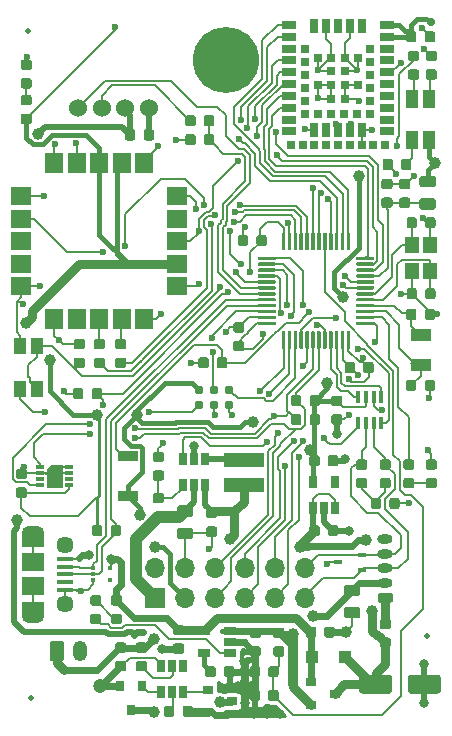
<source format=gtl>
G04 #@! TF.GenerationSoftware,KiCad,Pcbnew,(5.1.5-0-10_14)*
G04 #@! TF.CreationDate,2020-01-03T19:11:33+02:00*
G04 #@! TF.ProjectId,oibus-mini-CCC,6f696275-732d-46d6-996e-692d4343432e,rev?*
G04 #@! TF.SameCoordinates,Original*
G04 #@! TF.FileFunction,Copper,L1,Top*
G04 #@! TF.FilePolarity,Positive*
%FSLAX46Y46*%
G04 Gerber Fmt 4.6, Leading zero omitted, Abs format (unit mm)*
G04 Created by KiCad (PCBNEW (5.1.5-0-10_14)) date 2020-01-03 19:11:33*
%MOMM*%
%LPD*%
G04 APERTURE LIST*
%ADD10C,0.001000*%
%ADD11C,0.149860*%
%ADD12C,0.500000*%
%ADD13C,5.600000*%
%ADD14R,0.700000X0.450000*%
%ADD15C,0.787400*%
%ADD16R,0.400000X1.060000*%
%ADD17R,1.200000X1.400000*%
%ADD18O,1.700000X1.700000*%
%ADD19R,1.700000X1.700000*%
%ADD20R,1.500000X1.800000*%
%ADD21R,1.800000X1.500000*%
%ADD22R,0.200000X1.000000*%
%ADD23R,0.800000X0.300000*%
%ADD24R,1.150000X0.700000*%
%ADD25R,0.700000X1.150000*%
%ADD26R,0.700000X0.700000*%
%ADD27O,1.200000X1.750000*%
%ADD28R,3.400000X1.300000*%
%ADD29R,0.900000X0.800000*%
%ADD30R,0.650000X1.060000*%
%ADD31R,1.060000X0.650000*%
%ADD32R,1.900000X1.500000*%
%ADD33C,1.450000*%
%ADD34R,1.350000X0.400000*%
%ADD35O,1.900000X1.200000*%
%ADD36R,1.900000X1.200000*%
%ADD37O,1.300000X0.800000*%
%ADD38R,1.000000X1.500000*%
%ADD39R,0.800000X0.900000*%
%ADD40C,1.524000*%
%ADD41R,0.450000X0.300000*%
%ADD42R,1.100000X1.100000*%
%ADD43R,1.800000X1.000000*%
%ADD44R,1.700000X0.900000*%
%ADD45R,1.050000X1.400000*%
%ADD46C,0.800000*%
%ADD47C,0.600000*%
%ADD48C,1.000000*%
%ADD49C,0.700000*%
%ADD50C,1.200000*%
%ADD51C,0.200000*%
%ADD52C,0.600000*%
%ADD53C,0.800000*%
%ADD54C,0.500000*%
%ADD55C,0.150000*%
%ADD56C,0.400000*%
%ADD57C,0.250000*%
%ADD58C,1.000000*%
%ADD59C,0.254000*%
G04 APERTURE END LIST*
D10*
G36*
X3700000Y21750000D02*
G01*
X4600000Y21750000D01*
X4600000Y19850000D01*
X3400000Y19850000D01*
X3400000Y21450000D01*
X3700000Y21750000D01*
G37*
X3700000Y21750000D02*
X4600000Y21750000D01*
X4600000Y19850000D01*
X3400000Y19850000D01*
X3400000Y21450000D01*
X3700000Y21750000D01*
G04 #@! TA.AperFunction,SMDPad,CuDef*
D11*
G36*
X6252691Y28273947D02*
G01*
X6273926Y28270797D01*
X6294750Y28265581D01*
X6314962Y28258349D01*
X6334368Y28249170D01*
X6352781Y28238134D01*
X6370024Y28225346D01*
X6385930Y28210930D01*
X6400346Y28195024D01*
X6413134Y28177781D01*
X6424170Y28159368D01*
X6433349Y28139962D01*
X6440581Y28119750D01*
X6445797Y28098926D01*
X6448947Y28077691D01*
X6450000Y28056250D01*
X6450000Y27543750D01*
X6448947Y27522309D01*
X6445797Y27501074D01*
X6440581Y27480250D01*
X6433349Y27460038D01*
X6424170Y27440632D01*
X6413134Y27422219D01*
X6400346Y27404976D01*
X6385930Y27389070D01*
X6370024Y27374654D01*
X6352781Y27361866D01*
X6334368Y27350830D01*
X6314962Y27341651D01*
X6294750Y27334419D01*
X6273926Y27329203D01*
X6252691Y27326053D01*
X6231250Y27325000D01*
X5793750Y27325000D01*
X5772309Y27326053D01*
X5751074Y27329203D01*
X5730250Y27334419D01*
X5710038Y27341651D01*
X5690632Y27350830D01*
X5672219Y27361866D01*
X5654976Y27374654D01*
X5639070Y27389070D01*
X5624654Y27404976D01*
X5611866Y27422219D01*
X5600830Y27440632D01*
X5591651Y27460038D01*
X5584419Y27480250D01*
X5579203Y27501074D01*
X5576053Y27522309D01*
X5575000Y27543750D01*
X5575000Y28056250D01*
X5576053Y28077691D01*
X5579203Y28098926D01*
X5584419Y28119750D01*
X5591651Y28139962D01*
X5600830Y28159368D01*
X5611866Y28177781D01*
X5624654Y28195024D01*
X5639070Y28210930D01*
X5654976Y28225346D01*
X5672219Y28238134D01*
X5690632Y28249170D01*
X5710038Y28258349D01*
X5730250Y28265581D01*
X5751074Y28270797D01*
X5772309Y28273947D01*
X5793750Y28275000D01*
X6231250Y28275000D01*
X6252691Y28273947D01*
G37*
G04 #@! TD.AperFunction*
G04 #@! TA.AperFunction,SMDPad,CuDef*
G36*
X7827691Y28273947D02*
G01*
X7848926Y28270797D01*
X7869750Y28265581D01*
X7889962Y28258349D01*
X7909368Y28249170D01*
X7927781Y28238134D01*
X7945024Y28225346D01*
X7960930Y28210930D01*
X7975346Y28195024D01*
X7988134Y28177781D01*
X7999170Y28159368D01*
X8008349Y28139962D01*
X8015581Y28119750D01*
X8020797Y28098926D01*
X8023947Y28077691D01*
X8025000Y28056250D01*
X8025000Y27543750D01*
X8023947Y27522309D01*
X8020797Y27501074D01*
X8015581Y27480250D01*
X8008349Y27460038D01*
X7999170Y27440632D01*
X7988134Y27422219D01*
X7975346Y27404976D01*
X7960930Y27389070D01*
X7945024Y27374654D01*
X7927781Y27361866D01*
X7909368Y27350830D01*
X7889962Y27341651D01*
X7869750Y27334419D01*
X7848926Y27329203D01*
X7827691Y27326053D01*
X7806250Y27325000D01*
X7368750Y27325000D01*
X7347309Y27326053D01*
X7326074Y27329203D01*
X7305250Y27334419D01*
X7285038Y27341651D01*
X7265632Y27350830D01*
X7247219Y27361866D01*
X7229976Y27374654D01*
X7214070Y27389070D01*
X7199654Y27404976D01*
X7186866Y27422219D01*
X7175830Y27440632D01*
X7166651Y27460038D01*
X7159419Y27480250D01*
X7154203Y27501074D01*
X7151053Y27522309D01*
X7150000Y27543750D01*
X7150000Y28056250D01*
X7151053Y28077691D01*
X7154203Y28098926D01*
X7159419Y28119750D01*
X7166651Y28139962D01*
X7175830Y28159368D01*
X7186866Y28177781D01*
X7199654Y28195024D01*
X7214070Y28210930D01*
X7229976Y28225346D01*
X7247219Y28238134D01*
X7265632Y28249170D01*
X7285038Y28258349D01*
X7305250Y28265581D01*
X7326074Y28270797D01*
X7347309Y28273947D01*
X7368750Y28275000D01*
X7806250Y28275000D01*
X7827691Y28273947D01*
G37*
G04 #@! TD.AperFunction*
G04 #@! TA.AperFunction,SMDPad,CuDef*
G36*
X28973975Y33074639D02*
G01*
X28981256Y33073559D01*
X28988395Y33071771D01*
X28995325Y33069291D01*
X29001979Y33066144D01*
X29008292Y33062360D01*
X29014203Y33057976D01*
X29019657Y33053033D01*
X29024600Y33047579D01*
X29028984Y33041668D01*
X29032768Y33035355D01*
X29035915Y33028701D01*
X29038395Y33021771D01*
X29040183Y33014632D01*
X29041263Y33007351D01*
X29041624Y33000000D01*
X29041624Y31675000D01*
X29041263Y31667649D01*
X29040183Y31660368D01*
X29038395Y31653229D01*
X29035915Y31646299D01*
X29032768Y31639645D01*
X29028984Y31633332D01*
X29024600Y31627421D01*
X29019657Y31621967D01*
X29014203Y31617024D01*
X29008292Y31612640D01*
X29001979Y31608856D01*
X28995325Y31605709D01*
X28988395Y31603229D01*
X28981256Y31601441D01*
X28973975Y31600361D01*
X28966624Y31600000D01*
X28816624Y31600000D01*
X28809273Y31600361D01*
X28801992Y31601441D01*
X28794853Y31603229D01*
X28787923Y31605709D01*
X28781269Y31608856D01*
X28774956Y31612640D01*
X28769045Y31617024D01*
X28763591Y31621967D01*
X28758648Y31627421D01*
X28754264Y31633332D01*
X28750480Y31639645D01*
X28747333Y31646299D01*
X28744853Y31653229D01*
X28743065Y31660368D01*
X28741985Y31667649D01*
X28741624Y31675000D01*
X28741624Y33000000D01*
X28741985Y33007351D01*
X28743065Y33014632D01*
X28744853Y33021771D01*
X28747333Y33028701D01*
X28750480Y33035355D01*
X28754264Y33041668D01*
X28758648Y33047579D01*
X28763591Y33053033D01*
X28769045Y33057976D01*
X28774956Y33062360D01*
X28781269Y33066144D01*
X28787923Y33069291D01*
X28794853Y33071771D01*
X28801992Y33073559D01*
X28809273Y33074639D01*
X28816624Y33075000D01*
X28966624Y33075000D01*
X28973975Y33074639D01*
G37*
G04 #@! TD.AperFunction*
G04 #@! TA.AperFunction,SMDPad,CuDef*
G36*
X28473975Y33074639D02*
G01*
X28481256Y33073559D01*
X28488395Y33071771D01*
X28495325Y33069291D01*
X28501979Y33066144D01*
X28508292Y33062360D01*
X28514203Y33057976D01*
X28519657Y33053033D01*
X28524600Y33047579D01*
X28528984Y33041668D01*
X28532768Y33035355D01*
X28535915Y33028701D01*
X28538395Y33021771D01*
X28540183Y33014632D01*
X28541263Y33007351D01*
X28541624Y33000000D01*
X28541624Y31675000D01*
X28541263Y31667649D01*
X28540183Y31660368D01*
X28538395Y31653229D01*
X28535915Y31646299D01*
X28532768Y31639645D01*
X28528984Y31633332D01*
X28524600Y31627421D01*
X28519657Y31621967D01*
X28514203Y31617024D01*
X28508292Y31612640D01*
X28501979Y31608856D01*
X28495325Y31605709D01*
X28488395Y31603229D01*
X28481256Y31601441D01*
X28473975Y31600361D01*
X28466624Y31600000D01*
X28316624Y31600000D01*
X28309273Y31600361D01*
X28301992Y31601441D01*
X28294853Y31603229D01*
X28287923Y31605709D01*
X28281269Y31608856D01*
X28274956Y31612640D01*
X28269045Y31617024D01*
X28263591Y31621967D01*
X28258648Y31627421D01*
X28254264Y31633332D01*
X28250480Y31639645D01*
X28247333Y31646299D01*
X28244853Y31653229D01*
X28243065Y31660368D01*
X28241985Y31667649D01*
X28241624Y31675000D01*
X28241624Y33000000D01*
X28241985Y33007351D01*
X28243065Y33014632D01*
X28244853Y33021771D01*
X28247333Y33028701D01*
X28250480Y33035355D01*
X28254264Y33041668D01*
X28258648Y33047579D01*
X28263591Y33053033D01*
X28269045Y33057976D01*
X28274956Y33062360D01*
X28281269Y33066144D01*
X28287923Y33069291D01*
X28294853Y33071771D01*
X28301992Y33073559D01*
X28309273Y33074639D01*
X28316624Y33075000D01*
X28466624Y33075000D01*
X28473975Y33074639D01*
G37*
G04 #@! TD.AperFunction*
G04 #@! TA.AperFunction,SMDPad,CuDef*
G36*
X27973975Y33074639D02*
G01*
X27981256Y33073559D01*
X27988395Y33071771D01*
X27995325Y33069291D01*
X28001979Y33066144D01*
X28008292Y33062360D01*
X28014203Y33057976D01*
X28019657Y33053033D01*
X28024600Y33047579D01*
X28028984Y33041668D01*
X28032768Y33035355D01*
X28035915Y33028701D01*
X28038395Y33021771D01*
X28040183Y33014632D01*
X28041263Y33007351D01*
X28041624Y33000000D01*
X28041624Y31675000D01*
X28041263Y31667649D01*
X28040183Y31660368D01*
X28038395Y31653229D01*
X28035915Y31646299D01*
X28032768Y31639645D01*
X28028984Y31633332D01*
X28024600Y31627421D01*
X28019657Y31621967D01*
X28014203Y31617024D01*
X28008292Y31612640D01*
X28001979Y31608856D01*
X27995325Y31605709D01*
X27988395Y31603229D01*
X27981256Y31601441D01*
X27973975Y31600361D01*
X27966624Y31600000D01*
X27816624Y31600000D01*
X27809273Y31600361D01*
X27801992Y31601441D01*
X27794853Y31603229D01*
X27787923Y31605709D01*
X27781269Y31608856D01*
X27774956Y31612640D01*
X27769045Y31617024D01*
X27763591Y31621967D01*
X27758648Y31627421D01*
X27754264Y31633332D01*
X27750480Y31639645D01*
X27747333Y31646299D01*
X27744853Y31653229D01*
X27743065Y31660368D01*
X27741985Y31667649D01*
X27741624Y31675000D01*
X27741624Y33000000D01*
X27741985Y33007351D01*
X27743065Y33014632D01*
X27744853Y33021771D01*
X27747333Y33028701D01*
X27750480Y33035355D01*
X27754264Y33041668D01*
X27758648Y33047579D01*
X27763591Y33053033D01*
X27769045Y33057976D01*
X27774956Y33062360D01*
X27781269Y33066144D01*
X27787923Y33069291D01*
X27794853Y33071771D01*
X27801992Y33073559D01*
X27809273Y33074639D01*
X27816624Y33075000D01*
X27966624Y33075000D01*
X27973975Y33074639D01*
G37*
G04 #@! TD.AperFunction*
G04 #@! TA.AperFunction,SMDPad,CuDef*
G36*
X27473975Y33074639D02*
G01*
X27481256Y33073559D01*
X27488395Y33071771D01*
X27495325Y33069291D01*
X27501979Y33066144D01*
X27508292Y33062360D01*
X27514203Y33057976D01*
X27519657Y33053033D01*
X27524600Y33047579D01*
X27528984Y33041668D01*
X27532768Y33035355D01*
X27535915Y33028701D01*
X27538395Y33021771D01*
X27540183Y33014632D01*
X27541263Y33007351D01*
X27541624Y33000000D01*
X27541624Y31675000D01*
X27541263Y31667649D01*
X27540183Y31660368D01*
X27538395Y31653229D01*
X27535915Y31646299D01*
X27532768Y31639645D01*
X27528984Y31633332D01*
X27524600Y31627421D01*
X27519657Y31621967D01*
X27514203Y31617024D01*
X27508292Y31612640D01*
X27501979Y31608856D01*
X27495325Y31605709D01*
X27488395Y31603229D01*
X27481256Y31601441D01*
X27473975Y31600361D01*
X27466624Y31600000D01*
X27316624Y31600000D01*
X27309273Y31600361D01*
X27301992Y31601441D01*
X27294853Y31603229D01*
X27287923Y31605709D01*
X27281269Y31608856D01*
X27274956Y31612640D01*
X27269045Y31617024D01*
X27263591Y31621967D01*
X27258648Y31627421D01*
X27254264Y31633332D01*
X27250480Y31639645D01*
X27247333Y31646299D01*
X27244853Y31653229D01*
X27243065Y31660368D01*
X27241985Y31667649D01*
X27241624Y31675000D01*
X27241624Y33000000D01*
X27241985Y33007351D01*
X27243065Y33014632D01*
X27244853Y33021771D01*
X27247333Y33028701D01*
X27250480Y33035355D01*
X27254264Y33041668D01*
X27258648Y33047579D01*
X27263591Y33053033D01*
X27269045Y33057976D01*
X27274956Y33062360D01*
X27281269Y33066144D01*
X27287923Y33069291D01*
X27294853Y33071771D01*
X27301992Y33073559D01*
X27309273Y33074639D01*
X27316624Y33075000D01*
X27466624Y33075000D01*
X27473975Y33074639D01*
G37*
G04 #@! TD.AperFunction*
G04 #@! TA.AperFunction,SMDPad,CuDef*
G36*
X26973975Y33074639D02*
G01*
X26981256Y33073559D01*
X26988395Y33071771D01*
X26995325Y33069291D01*
X27001979Y33066144D01*
X27008292Y33062360D01*
X27014203Y33057976D01*
X27019657Y33053033D01*
X27024600Y33047579D01*
X27028984Y33041668D01*
X27032768Y33035355D01*
X27035915Y33028701D01*
X27038395Y33021771D01*
X27040183Y33014632D01*
X27041263Y33007351D01*
X27041624Y33000000D01*
X27041624Y31675000D01*
X27041263Y31667649D01*
X27040183Y31660368D01*
X27038395Y31653229D01*
X27035915Y31646299D01*
X27032768Y31639645D01*
X27028984Y31633332D01*
X27024600Y31627421D01*
X27019657Y31621967D01*
X27014203Y31617024D01*
X27008292Y31612640D01*
X27001979Y31608856D01*
X26995325Y31605709D01*
X26988395Y31603229D01*
X26981256Y31601441D01*
X26973975Y31600361D01*
X26966624Y31600000D01*
X26816624Y31600000D01*
X26809273Y31600361D01*
X26801992Y31601441D01*
X26794853Y31603229D01*
X26787923Y31605709D01*
X26781269Y31608856D01*
X26774956Y31612640D01*
X26769045Y31617024D01*
X26763591Y31621967D01*
X26758648Y31627421D01*
X26754264Y31633332D01*
X26750480Y31639645D01*
X26747333Y31646299D01*
X26744853Y31653229D01*
X26743065Y31660368D01*
X26741985Y31667649D01*
X26741624Y31675000D01*
X26741624Y33000000D01*
X26741985Y33007351D01*
X26743065Y33014632D01*
X26744853Y33021771D01*
X26747333Y33028701D01*
X26750480Y33035355D01*
X26754264Y33041668D01*
X26758648Y33047579D01*
X26763591Y33053033D01*
X26769045Y33057976D01*
X26774956Y33062360D01*
X26781269Y33066144D01*
X26787923Y33069291D01*
X26794853Y33071771D01*
X26801992Y33073559D01*
X26809273Y33074639D01*
X26816624Y33075000D01*
X26966624Y33075000D01*
X26973975Y33074639D01*
G37*
G04 #@! TD.AperFunction*
G04 #@! TA.AperFunction,SMDPad,CuDef*
G36*
X26473975Y33074639D02*
G01*
X26481256Y33073559D01*
X26488395Y33071771D01*
X26495325Y33069291D01*
X26501979Y33066144D01*
X26508292Y33062360D01*
X26514203Y33057976D01*
X26519657Y33053033D01*
X26524600Y33047579D01*
X26528984Y33041668D01*
X26532768Y33035355D01*
X26535915Y33028701D01*
X26538395Y33021771D01*
X26540183Y33014632D01*
X26541263Y33007351D01*
X26541624Y33000000D01*
X26541624Y31675000D01*
X26541263Y31667649D01*
X26540183Y31660368D01*
X26538395Y31653229D01*
X26535915Y31646299D01*
X26532768Y31639645D01*
X26528984Y31633332D01*
X26524600Y31627421D01*
X26519657Y31621967D01*
X26514203Y31617024D01*
X26508292Y31612640D01*
X26501979Y31608856D01*
X26495325Y31605709D01*
X26488395Y31603229D01*
X26481256Y31601441D01*
X26473975Y31600361D01*
X26466624Y31600000D01*
X26316624Y31600000D01*
X26309273Y31600361D01*
X26301992Y31601441D01*
X26294853Y31603229D01*
X26287923Y31605709D01*
X26281269Y31608856D01*
X26274956Y31612640D01*
X26269045Y31617024D01*
X26263591Y31621967D01*
X26258648Y31627421D01*
X26254264Y31633332D01*
X26250480Y31639645D01*
X26247333Y31646299D01*
X26244853Y31653229D01*
X26243065Y31660368D01*
X26241985Y31667649D01*
X26241624Y31675000D01*
X26241624Y33000000D01*
X26241985Y33007351D01*
X26243065Y33014632D01*
X26244853Y33021771D01*
X26247333Y33028701D01*
X26250480Y33035355D01*
X26254264Y33041668D01*
X26258648Y33047579D01*
X26263591Y33053033D01*
X26269045Y33057976D01*
X26274956Y33062360D01*
X26281269Y33066144D01*
X26287923Y33069291D01*
X26294853Y33071771D01*
X26301992Y33073559D01*
X26309273Y33074639D01*
X26316624Y33075000D01*
X26466624Y33075000D01*
X26473975Y33074639D01*
G37*
G04 #@! TD.AperFunction*
G04 #@! TA.AperFunction,SMDPad,CuDef*
G36*
X25973975Y33074639D02*
G01*
X25981256Y33073559D01*
X25988395Y33071771D01*
X25995325Y33069291D01*
X26001979Y33066144D01*
X26008292Y33062360D01*
X26014203Y33057976D01*
X26019657Y33053033D01*
X26024600Y33047579D01*
X26028984Y33041668D01*
X26032768Y33035355D01*
X26035915Y33028701D01*
X26038395Y33021771D01*
X26040183Y33014632D01*
X26041263Y33007351D01*
X26041624Y33000000D01*
X26041624Y31675000D01*
X26041263Y31667649D01*
X26040183Y31660368D01*
X26038395Y31653229D01*
X26035915Y31646299D01*
X26032768Y31639645D01*
X26028984Y31633332D01*
X26024600Y31627421D01*
X26019657Y31621967D01*
X26014203Y31617024D01*
X26008292Y31612640D01*
X26001979Y31608856D01*
X25995325Y31605709D01*
X25988395Y31603229D01*
X25981256Y31601441D01*
X25973975Y31600361D01*
X25966624Y31600000D01*
X25816624Y31600000D01*
X25809273Y31600361D01*
X25801992Y31601441D01*
X25794853Y31603229D01*
X25787923Y31605709D01*
X25781269Y31608856D01*
X25774956Y31612640D01*
X25769045Y31617024D01*
X25763591Y31621967D01*
X25758648Y31627421D01*
X25754264Y31633332D01*
X25750480Y31639645D01*
X25747333Y31646299D01*
X25744853Y31653229D01*
X25743065Y31660368D01*
X25741985Y31667649D01*
X25741624Y31675000D01*
X25741624Y33000000D01*
X25741985Y33007351D01*
X25743065Y33014632D01*
X25744853Y33021771D01*
X25747333Y33028701D01*
X25750480Y33035355D01*
X25754264Y33041668D01*
X25758648Y33047579D01*
X25763591Y33053033D01*
X25769045Y33057976D01*
X25774956Y33062360D01*
X25781269Y33066144D01*
X25787923Y33069291D01*
X25794853Y33071771D01*
X25801992Y33073559D01*
X25809273Y33074639D01*
X25816624Y33075000D01*
X25966624Y33075000D01*
X25973975Y33074639D01*
G37*
G04 #@! TD.AperFunction*
G04 #@! TA.AperFunction,SMDPad,CuDef*
G36*
X25473975Y33074639D02*
G01*
X25481256Y33073559D01*
X25488395Y33071771D01*
X25495325Y33069291D01*
X25501979Y33066144D01*
X25508292Y33062360D01*
X25514203Y33057976D01*
X25519657Y33053033D01*
X25524600Y33047579D01*
X25528984Y33041668D01*
X25532768Y33035355D01*
X25535915Y33028701D01*
X25538395Y33021771D01*
X25540183Y33014632D01*
X25541263Y33007351D01*
X25541624Y33000000D01*
X25541624Y31675000D01*
X25541263Y31667649D01*
X25540183Y31660368D01*
X25538395Y31653229D01*
X25535915Y31646299D01*
X25532768Y31639645D01*
X25528984Y31633332D01*
X25524600Y31627421D01*
X25519657Y31621967D01*
X25514203Y31617024D01*
X25508292Y31612640D01*
X25501979Y31608856D01*
X25495325Y31605709D01*
X25488395Y31603229D01*
X25481256Y31601441D01*
X25473975Y31600361D01*
X25466624Y31600000D01*
X25316624Y31600000D01*
X25309273Y31600361D01*
X25301992Y31601441D01*
X25294853Y31603229D01*
X25287923Y31605709D01*
X25281269Y31608856D01*
X25274956Y31612640D01*
X25269045Y31617024D01*
X25263591Y31621967D01*
X25258648Y31627421D01*
X25254264Y31633332D01*
X25250480Y31639645D01*
X25247333Y31646299D01*
X25244853Y31653229D01*
X25243065Y31660368D01*
X25241985Y31667649D01*
X25241624Y31675000D01*
X25241624Y33000000D01*
X25241985Y33007351D01*
X25243065Y33014632D01*
X25244853Y33021771D01*
X25247333Y33028701D01*
X25250480Y33035355D01*
X25254264Y33041668D01*
X25258648Y33047579D01*
X25263591Y33053033D01*
X25269045Y33057976D01*
X25274956Y33062360D01*
X25281269Y33066144D01*
X25287923Y33069291D01*
X25294853Y33071771D01*
X25301992Y33073559D01*
X25309273Y33074639D01*
X25316624Y33075000D01*
X25466624Y33075000D01*
X25473975Y33074639D01*
G37*
G04 #@! TD.AperFunction*
G04 #@! TA.AperFunction,SMDPad,CuDef*
G36*
X24973975Y33074639D02*
G01*
X24981256Y33073559D01*
X24988395Y33071771D01*
X24995325Y33069291D01*
X25001979Y33066144D01*
X25008292Y33062360D01*
X25014203Y33057976D01*
X25019657Y33053033D01*
X25024600Y33047579D01*
X25028984Y33041668D01*
X25032768Y33035355D01*
X25035915Y33028701D01*
X25038395Y33021771D01*
X25040183Y33014632D01*
X25041263Y33007351D01*
X25041624Y33000000D01*
X25041624Y31675000D01*
X25041263Y31667649D01*
X25040183Y31660368D01*
X25038395Y31653229D01*
X25035915Y31646299D01*
X25032768Y31639645D01*
X25028984Y31633332D01*
X25024600Y31627421D01*
X25019657Y31621967D01*
X25014203Y31617024D01*
X25008292Y31612640D01*
X25001979Y31608856D01*
X24995325Y31605709D01*
X24988395Y31603229D01*
X24981256Y31601441D01*
X24973975Y31600361D01*
X24966624Y31600000D01*
X24816624Y31600000D01*
X24809273Y31600361D01*
X24801992Y31601441D01*
X24794853Y31603229D01*
X24787923Y31605709D01*
X24781269Y31608856D01*
X24774956Y31612640D01*
X24769045Y31617024D01*
X24763591Y31621967D01*
X24758648Y31627421D01*
X24754264Y31633332D01*
X24750480Y31639645D01*
X24747333Y31646299D01*
X24744853Y31653229D01*
X24743065Y31660368D01*
X24741985Y31667649D01*
X24741624Y31675000D01*
X24741624Y33000000D01*
X24741985Y33007351D01*
X24743065Y33014632D01*
X24744853Y33021771D01*
X24747333Y33028701D01*
X24750480Y33035355D01*
X24754264Y33041668D01*
X24758648Y33047579D01*
X24763591Y33053033D01*
X24769045Y33057976D01*
X24774956Y33062360D01*
X24781269Y33066144D01*
X24787923Y33069291D01*
X24794853Y33071771D01*
X24801992Y33073559D01*
X24809273Y33074639D01*
X24816624Y33075000D01*
X24966624Y33075000D01*
X24973975Y33074639D01*
G37*
G04 #@! TD.AperFunction*
G04 #@! TA.AperFunction,SMDPad,CuDef*
G36*
X24473975Y33074639D02*
G01*
X24481256Y33073559D01*
X24488395Y33071771D01*
X24495325Y33069291D01*
X24501979Y33066144D01*
X24508292Y33062360D01*
X24514203Y33057976D01*
X24519657Y33053033D01*
X24524600Y33047579D01*
X24528984Y33041668D01*
X24532768Y33035355D01*
X24535915Y33028701D01*
X24538395Y33021771D01*
X24540183Y33014632D01*
X24541263Y33007351D01*
X24541624Y33000000D01*
X24541624Y31675000D01*
X24541263Y31667649D01*
X24540183Y31660368D01*
X24538395Y31653229D01*
X24535915Y31646299D01*
X24532768Y31639645D01*
X24528984Y31633332D01*
X24524600Y31627421D01*
X24519657Y31621967D01*
X24514203Y31617024D01*
X24508292Y31612640D01*
X24501979Y31608856D01*
X24495325Y31605709D01*
X24488395Y31603229D01*
X24481256Y31601441D01*
X24473975Y31600361D01*
X24466624Y31600000D01*
X24316624Y31600000D01*
X24309273Y31600361D01*
X24301992Y31601441D01*
X24294853Y31603229D01*
X24287923Y31605709D01*
X24281269Y31608856D01*
X24274956Y31612640D01*
X24269045Y31617024D01*
X24263591Y31621967D01*
X24258648Y31627421D01*
X24254264Y31633332D01*
X24250480Y31639645D01*
X24247333Y31646299D01*
X24244853Y31653229D01*
X24243065Y31660368D01*
X24241985Y31667649D01*
X24241624Y31675000D01*
X24241624Y33000000D01*
X24241985Y33007351D01*
X24243065Y33014632D01*
X24244853Y33021771D01*
X24247333Y33028701D01*
X24250480Y33035355D01*
X24254264Y33041668D01*
X24258648Y33047579D01*
X24263591Y33053033D01*
X24269045Y33057976D01*
X24274956Y33062360D01*
X24281269Y33066144D01*
X24287923Y33069291D01*
X24294853Y33071771D01*
X24301992Y33073559D01*
X24309273Y33074639D01*
X24316624Y33075000D01*
X24466624Y33075000D01*
X24473975Y33074639D01*
G37*
G04 #@! TD.AperFunction*
G04 #@! TA.AperFunction,SMDPad,CuDef*
G36*
X23973975Y33074639D02*
G01*
X23981256Y33073559D01*
X23988395Y33071771D01*
X23995325Y33069291D01*
X24001979Y33066144D01*
X24008292Y33062360D01*
X24014203Y33057976D01*
X24019657Y33053033D01*
X24024600Y33047579D01*
X24028984Y33041668D01*
X24032768Y33035355D01*
X24035915Y33028701D01*
X24038395Y33021771D01*
X24040183Y33014632D01*
X24041263Y33007351D01*
X24041624Y33000000D01*
X24041624Y31675000D01*
X24041263Y31667649D01*
X24040183Y31660368D01*
X24038395Y31653229D01*
X24035915Y31646299D01*
X24032768Y31639645D01*
X24028984Y31633332D01*
X24024600Y31627421D01*
X24019657Y31621967D01*
X24014203Y31617024D01*
X24008292Y31612640D01*
X24001979Y31608856D01*
X23995325Y31605709D01*
X23988395Y31603229D01*
X23981256Y31601441D01*
X23973975Y31600361D01*
X23966624Y31600000D01*
X23816624Y31600000D01*
X23809273Y31600361D01*
X23801992Y31601441D01*
X23794853Y31603229D01*
X23787923Y31605709D01*
X23781269Y31608856D01*
X23774956Y31612640D01*
X23769045Y31617024D01*
X23763591Y31621967D01*
X23758648Y31627421D01*
X23754264Y31633332D01*
X23750480Y31639645D01*
X23747333Y31646299D01*
X23744853Y31653229D01*
X23743065Y31660368D01*
X23741985Y31667649D01*
X23741624Y31675000D01*
X23741624Y33000000D01*
X23741985Y33007351D01*
X23743065Y33014632D01*
X23744853Y33021771D01*
X23747333Y33028701D01*
X23750480Y33035355D01*
X23754264Y33041668D01*
X23758648Y33047579D01*
X23763591Y33053033D01*
X23769045Y33057976D01*
X23774956Y33062360D01*
X23781269Y33066144D01*
X23787923Y33069291D01*
X23794853Y33071771D01*
X23801992Y33073559D01*
X23809273Y33074639D01*
X23816624Y33075000D01*
X23966624Y33075000D01*
X23973975Y33074639D01*
G37*
G04 #@! TD.AperFunction*
G04 #@! TA.AperFunction,SMDPad,CuDef*
G36*
X23473975Y33074639D02*
G01*
X23481256Y33073559D01*
X23488395Y33071771D01*
X23495325Y33069291D01*
X23501979Y33066144D01*
X23508292Y33062360D01*
X23514203Y33057976D01*
X23519657Y33053033D01*
X23524600Y33047579D01*
X23528984Y33041668D01*
X23532768Y33035355D01*
X23535915Y33028701D01*
X23538395Y33021771D01*
X23540183Y33014632D01*
X23541263Y33007351D01*
X23541624Y33000000D01*
X23541624Y31675000D01*
X23541263Y31667649D01*
X23540183Y31660368D01*
X23538395Y31653229D01*
X23535915Y31646299D01*
X23532768Y31639645D01*
X23528984Y31633332D01*
X23524600Y31627421D01*
X23519657Y31621967D01*
X23514203Y31617024D01*
X23508292Y31612640D01*
X23501979Y31608856D01*
X23495325Y31605709D01*
X23488395Y31603229D01*
X23481256Y31601441D01*
X23473975Y31600361D01*
X23466624Y31600000D01*
X23316624Y31600000D01*
X23309273Y31600361D01*
X23301992Y31601441D01*
X23294853Y31603229D01*
X23287923Y31605709D01*
X23281269Y31608856D01*
X23274956Y31612640D01*
X23269045Y31617024D01*
X23263591Y31621967D01*
X23258648Y31627421D01*
X23254264Y31633332D01*
X23250480Y31639645D01*
X23247333Y31646299D01*
X23244853Y31653229D01*
X23243065Y31660368D01*
X23241985Y31667649D01*
X23241624Y31675000D01*
X23241624Y33000000D01*
X23241985Y33007351D01*
X23243065Y33014632D01*
X23244853Y33021771D01*
X23247333Y33028701D01*
X23250480Y33035355D01*
X23254264Y33041668D01*
X23258648Y33047579D01*
X23263591Y33053033D01*
X23269045Y33057976D01*
X23274956Y33062360D01*
X23281269Y33066144D01*
X23287923Y33069291D01*
X23294853Y33071771D01*
X23301992Y33073559D01*
X23309273Y33074639D01*
X23316624Y33075000D01*
X23466624Y33075000D01*
X23473975Y33074639D01*
G37*
G04 #@! TD.AperFunction*
G04 #@! TA.AperFunction,SMDPad,CuDef*
G36*
X22648975Y33899639D02*
G01*
X22656256Y33898559D01*
X22663395Y33896771D01*
X22670325Y33894291D01*
X22676979Y33891144D01*
X22683292Y33887360D01*
X22689203Y33882976D01*
X22694657Y33878033D01*
X22699600Y33872579D01*
X22703984Y33866668D01*
X22707768Y33860355D01*
X22710915Y33853701D01*
X22713395Y33846771D01*
X22715183Y33839632D01*
X22716263Y33832351D01*
X22716624Y33825000D01*
X22716624Y33675000D01*
X22716263Y33667649D01*
X22715183Y33660368D01*
X22713395Y33653229D01*
X22710915Y33646299D01*
X22707768Y33639645D01*
X22703984Y33633332D01*
X22699600Y33627421D01*
X22694657Y33621967D01*
X22689203Y33617024D01*
X22683292Y33612640D01*
X22676979Y33608856D01*
X22670325Y33605709D01*
X22663395Y33603229D01*
X22656256Y33601441D01*
X22648975Y33600361D01*
X22641624Y33600000D01*
X21316624Y33600000D01*
X21309273Y33600361D01*
X21301992Y33601441D01*
X21294853Y33603229D01*
X21287923Y33605709D01*
X21281269Y33608856D01*
X21274956Y33612640D01*
X21269045Y33617024D01*
X21263591Y33621967D01*
X21258648Y33627421D01*
X21254264Y33633332D01*
X21250480Y33639645D01*
X21247333Y33646299D01*
X21244853Y33653229D01*
X21243065Y33660368D01*
X21241985Y33667649D01*
X21241624Y33675000D01*
X21241624Y33825000D01*
X21241985Y33832351D01*
X21243065Y33839632D01*
X21244853Y33846771D01*
X21247333Y33853701D01*
X21250480Y33860355D01*
X21254264Y33866668D01*
X21258648Y33872579D01*
X21263591Y33878033D01*
X21269045Y33882976D01*
X21274956Y33887360D01*
X21281269Y33891144D01*
X21287923Y33894291D01*
X21294853Y33896771D01*
X21301992Y33898559D01*
X21309273Y33899639D01*
X21316624Y33900000D01*
X22641624Y33900000D01*
X22648975Y33899639D01*
G37*
G04 #@! TD.AperFunction*
G04 #@! TA.AperFunction,SMDPad,CuDef*
G36*
X22648975Y34399639D02*
G01*
X22656256Y34398559D01*
X22663395Y34396771D01*
X22670325Y34394291D01*
X22676979Y34391144D01*
X22683292Y34387360D01*
X22689203Y34382976D01*
X22694657Y34378033D01*
X22699600Y34372579D01*
X22703984Y34366668D01*
X22707768Y34360355D01*
X22710915Y34353701D01*
X22713395Y34346771D01*
X22715183Y34339632D01*
X22716263Y34332351D01*
X22716624Y34325000D01*
X22716624Y34175000D01*
X22716263Y34167649D01*
X22715183Y34160368D01*
X22713395Y34153229D01*
X22710915Y34146299D01*
X22707768Y34139645D01*
X22703984Y34133332D01*
X22699600Y34127421D01*
X22694657Y34121967D01*
X22689203Y34117024D01*
X22683292Y34112640D01*
X22676979Y34108856D01*
X22670325Y34105709D01*
X22663395Y34103229D01*
X22656256Y34101441D01*
X22648975Y34100361D01*
X22641624Y34100000D01*
X21316624Y34100000D01*
X21309273Y34100361D01*
X21301992Y34101441D01*
X21294853Y34103229D01*
X21287923Y34105709D01*
X21281269Y34108856D01*
X21274956Y34112640D01*
X21269045Y34117024D01*
X21263591Y34121967D01*
X21258648Y34127421D01*
X21254264Y34133332D01*
X21250480Y34139645D01*
X21247333Y34146299D01*
X21244853Y34153229D01*
X21243065Y34160368D01*
X21241985Y34167649D01*
X21241624Y34175000D01*
X21241624Y34325000D01*
X21241985Y34332351D01*
X21243065Y34339632D01*
X21244853Y34346771D01*
X21247333Y34353701D01*
X21250480Y34360355D01*
X21254264Y34366668D01*
X21258648Y34372579D01*
X21263591Y34378033D01*
X21269045Y34382976D01*
X21274956Y34387360D01*
X21281269Y34391144D01*
X21287923Y34394291D01*
X21294853Y34396771D01*
X21301992Y34398559D01*
X21309273Y34399639D01*
X21316624Y34400000D01*
X22641624Y34400000D01*
X22648975Y34399639D01*
G37*
G04 #@! TD.AperFunction*
G04 #@! TA.AperFunction,SMDPad,CuDef*
G36*
X22648975Y34899639D02*
G01*
X22656256Y34898559D01*
X22663395Y34896771D01*
X22670325Y34894291D01*
X22676979Y34891144D01*
X22683292Y34887360D01*
X22689203Y34882976D01*
X22694657Y34878033D01*
X22699600Y34872579D01*
X22703984Y34866668D01*
X22707768Y34860355D01*
X22710915Y34853701D01*
X22713395Y34846771D01*
X22715183Y34839632D01*
X22716263Y34832351D01*
X22716624Y34825000D01*
X22716624Y34675000D01*
X22716263Y34667649D01*
X22715183Y34660368D01*
X22713395Y34653229D01*
X22710915Y34646299D01*
X22707768Y34639645D01*
X22703984Y34633332D01*
X22699600Y34627421D01*
X22694657Y34621967D01*
X22689203Y34617024D01*
X22683292Y34612640D01*
X22676979Y34608856D01*
X22670325Y34605709D01*
X22663395Y34603229D01*
X22656256Y34601441D01*
X22648975Y34600361D01*
X22641624Y34600000D01*
X21316624Y34600000D01*
X21309273Y34600361D01*
X21301992Y34601441D01*
X21294853Y34603229D01*
X21287923Y34605709D01*
X21281269Y34608856D01*
X21274956Y34612640D01*
X21269045Y34617024D01*
X21263591Y34621967D01*
X21258648Y34627421D01*
X21254264Y34633332D01*
X21250480Y34639645D01*
X21247333Y34646299D01*
X21244853Y34653229D01*
X21243065Y34660368D01*
X21241985Y34667649D01*
X21241624Y34675000D01*
X21241624Y34825000D01*
X21241985Y34832351D01*
X21243065Y34839632D01*
X21244853Y34846771D01*
X21247333Y34853701D01*
X21250480Y34860355D01*
X21254264Y34866668D01*
X21258648Y34872579D01*
X21263591Y34878033D01*
X21269045Y34882976D01*
X21274956Y34887360D01*
X21281269Y34891144D01*
X21287923Y34894291D01*
X21294853Y34896771D01*
X21301992Y34898559D01*
X21309273Y34899639D01*
X21316624Y34900000D01*
X22641624Y34900000D01*
X22648975Y34899639D01*
G37*
G04 #@! TD.AperFunction*
G04 #@! TA.AperFunction,SMDPad,CuDef*
G36*
X22648975Y35399639D02*
G01*
X22656256Y35398559D01*
X22663395Y35396771D01*
X22670325Y35394291D01*
X22676979Y35391144D01*
X22683292Y35387360D01*
X22689203Y35382976D01*
X22694657Y35378033D01*
X22699600Y35372579D01*
X22703984Y35366668D01*
X22707768Y35360355D01*
X22710915Y35353701D01*
X22713395Y35346771D01*
X22715183Y35339632D01*
X22716263Y35332351D01*
X22716624Y35325000D01*
X22716624Y35175000D01*
X22716263Y35167649D01*
X22715183Y35160368D01*
X22713395Y35153229D01*
X22710915Y35146299D01*
X22707768Y35139645D01*
X22703984Y35133332D01*
X22699600Y35127421D01*
X22694657Y35121967D01*
X22689203Y35117024D01*
X22683292Y35112640D01*
X22676979Y35108856D01*
X22670325Y35105709D01*
X22663395Y35103229D01*
X22656256Y35101441D01*
X22648975Y35100361D01*
X22641624Y35100000D01*
X21316624Y35100000D01*
X21309273Y35100361D01*
X21301992Y35101441D01*
X21294853Y35103229D01*
X21287923Y35105709D01*
X21281269Y35108856D01*
X21274956Y35112640D01*
X21269045Y35117024D01*
X21263591Y35121967D01*
X21258648Y35127421D01*
X21254264Y35133332D01*
X21250480Y35139645D01*
X21247333Y35146299D01*
X21244853Y35153229D01*
X21243065Y35160368D01*
X21241985Y35167649D01*
X21241624Y35175000D01*
X21241624Y35325000D01*
X21241985Y35332351D01*
X21243065Y35339632D01*
X21244853Y35346771D01*
X21247333Y35353701D01*
X21250480Y35360355D01*
X21254264Y35366668D01*
X21258648Y35372579D01*
X21263591Y35378033D01*
X21269045Y35382976D01*
X21274956Y35387360D01*
X21281269Y35391144D01*
X21287923Y35394291D01*
X21294853Y35396771D01*
X21301992Y35398559D01*
X21309273Y35399639D01*
X21316624Y35400000D01*
X22641624Y35400000D01*
X22648975Y35399639D01*
G37*
G04 #@! TD.AperFunction*
G04 #@! TA.AperFunction,SMDPad,CuDef*
G36*
X22648975Y35899639D02*
G01*
X22656256Y35898559D01*
X22663395Y35896771D01*
X22670325Y35894291D01*
X22676979Y35891144D01*
X22683292Y35887360D01*
X22689203Y35882976D01*
X22694657Y35878033D01*
X22699600Y35872579D01*
X22703984Y35866668D01*
X22707768Y35860355D01*
X22710915Y35853701D01*
X22713395Y35846771D01*
X22715183Y35839632D01*
X22716263Y35832351D01*
X22716624Y35825000D01*
X22716624Y35675000D01*
X22716263Y35667649D01*
X22715183Y35660368D01*
X22713395Y35653229D01*
X22710915Y35646299D01*
X22707768Y35639645D01*
X22703984Y35633332D01*
X22699600Y35627421D01*
X22694657Y35621967D01*
X22689203Y35617024D01*
X22683292Y35612640D01*
X22676979Y35608856D01*
X22670325Y35605709D01*
X22663395Y35603229D01*
X22656256Y35601441D01*
X22648975Y35600361D01*
X22641624Y35600000D01*
X21316624Y35600000D01*
X21309273Y35600361D01*
X21301992Y35601441D01*
X21294853Y35603229D01*
X21287923Y35605709D01*
X21281269Y35608856D01*
X21274956Y35612640D01*
X21269045Y35617024D01*
X21263591Y35621967D01*
X21258648Y35627421D01*
X21254264Y35633332D01*
X21250480Y35639645D01*
X21247333Y35646299D01*
X21244853Y35653229D01*
X21243065Y35660368D01*
X21241985Y35667649D01*
X21241624Y35675000D01*
X21241624Y35825000D01*
X21241985Y35832351D01*
X21243065Y35839632D01*
X21244853Y35846771D01*
X21247333Y35853701D01*
X21250480Y35860355D01*
X21254264Y35866668D01*
X21258648Y35872579D01*
X21263591Y35878033D01*
X21269045Y35882976D01*
X21274956Y35887360D01*
X21281269Y35891144D01*
X21287923Y35894291D01*
X21294853Y35896771D01*
X21301992Y35898559D01*
X21309273Y35899639D01*
X21316624Y35900000D01*
X22641624Y35900000D01*
X22648975Y35899639D01*
G37*
G04 #@! TD.AperFunction*
G04 #@! TA.AperFunction,SMDPad,CuDef*
G36*
X22648975Y36399639D02*
G01*
X22656256Y36398559D01*
X22663395Y36396771D01*
X22670325Y36394291D01*
X22676979Y36391144D01*
X22683292Y36387360D01*
X22689203Y36382976D01*
X22694657Y36378033D01*
X22699600Y36372579D01*
X22703984Y36366668D01*
X22707768Y36360355D01*
X22710915Y36353701D01*
X22713395Y36346771D01*
X22715183Y36339632D01*
X22716263Y36332351D01*
X22716624Y36325000D01*
X22716624Y36175000D01*
X22716263Y36167649D01*
X22715183Y36160368D01*
X22713395Y36153229D01*
X22710915Y36146299D01*
X22707768Y36139645D01*
X22703984Y36133332D01*
X22699600Y36127421D01*
X22694657Y36121967D01*
X22689203Y36117024D01*
X22683292Y36112640D01*
X22676979Y36108856D01*
X22670325Y36105709D01*
X22663395Y36103229D01*
X22656256Y36101441D01*
X22648975Y36100361D01*
X22641624Y36100000D01*
X21316624Y36100000D01*
X21309273Y36100361D01*
X21301992Y36101441D01*
X21294853Y36103229D01*
X21287923Y36105709D01*
X21281269Y36108856D01*
X21274956Y36112640D01*
X21269045Y36117024D01*
X21263591Y36121967D01*
X21258648Y36127421D01*
X21254264Y36133332D01*
X21250480Y36139645D01*
X21247333Y36146299D01*
X21244853Y36153229D01*
X21243065Y36160368D01*
X21241985Y36167649D01*
X21241624Y36175000D01*
X21241624Y36325000D01*
X21241985Y36332351D01*
X21243065Y36339632D01*
X21244853Y36346771D01*
X21247333Y36353701D01*
X21250480Y36360355D01*
X21254264Y36366668D01*
X21258648Y36372579D01*
X21263591Y36378033D01*
X21269045Y36382976D01*
X21274956Y36387360D01*
X21281269Y36391144D01*
X21287923Y36394291D01*
X21294853Y36396771D01*
X21301992Y36398559D01*
X21309273Y36399639D01*
X21316624Y36400000D01*
X22641624Y36400000D01*
X22648975Y36399639D01*
G37*
G04 #@! TD.AperFunction*
G04 #@! TA.AperFunction,SMDPad,CuDef*
G36*
X22648975Y36899639D02*
G01*
X22656256Y36898559D01*
X22663395Y36896771D01*
X22670325Y36894291D01*
X22676979Y36891144D01*
X22683292Y36887360D01*
X22689203Y36882976D01*
X22694657Y36878033D01*
X22699600Y36872579D01*
X22703984Y36866668D01*
X22707768Y36860355D01*
X22710915Y36853701D01*
X22713395Y36846771D01*
X22715183Y36839632D01*
X22716263Y36832351D01*
X22716624Y36825000D01*
X22716624Y36675000D01*
X22716263Y36667649D01*
X22715183Y36660368D01*
X22713395Y36653229D01*
X22710915Y36646299D01*
X22707768Y36639645D01*
X22703984Y36633332D01*
X22699600Y36627421D01*
X22694657Y36621967D01*
X22689203Y36617024D01*
X22683292Y36612640D01*
X22676979Y36608856D01*
X22670325Y36605709D01*
X22663395Y36603229D01*
X22656256Y36601441D01*
X22648975Y36600361D01*
X22641624Y36600000D01*
X21316624Y36600000D01*
X21309273Y36600361D01*
X21301992Y36601441D01*
X21294853Y36603229D01*
X21287923Y36605709D01*
X21281269Y36608856D01*
X21274956Y36612640D01*
X21269045Y36617024D01*
X21263591Y36621967D01*
X21258648Y36627421D01*
X21254264Y36633332D01*
X21250480Y36639645D01*
X21247333Y36646299D01*
X21244853Y36653229D01*
X21243065Y36660368D01*
X21241985Y36667649D01*
X21241624Y36675000D01*
X21241624Y36825000D01*
X21241985Y36832351D01*
X21243065Y36839632D01*
X21244853Y36846771D01*
X21247333Y36853701D01*
X21250480Y36860355D01*
X21254264Y36866668D01*
X21258648Y36872579D01*
X21263591Y36878033D01*
X21269045Y36882976D01*
X21274956Y36887360D01*
X21281269Y36891144D01*
X21287923Y36894291D01*
X21294853Y36896771D01*
X21301992Y36898559D01*
X21309273Y36899639D01*
X21316624Y36900000D01*
X22641624Y36900000D01*
X22648975Y36899639D01*
G37*
G04 #@! TD.AperFunction*
G04 #@! TA.AperFunction,SMDPad,CuDef*
G36*
X22648975Y37399639D02*
G01*
X22656256Y37398559D01*
X22663395Y37396771D01*
X22670325Y37394291D01*
X22676979Y37391144D01*
X22683292Y37387360D01*
X22689203Y37382976D01*
X22694657Y37378033D01*
X22699600Y37372579D01*
X22703984Y37366668D01*
X22707768Y37360355D01*
X22710915Y37353701D01*
X22713395Y37346771D01*
X22715183Y37339632D01*
X22716263Y37332351D01*
X22716624Y37325000D01*
X22716624Y37175000D01*
X22716263Y37167649D01*
X22715183Y37160368D01*
X22713395Y37153229D01*
X22710915Y37146299D01*
X22707768Y37139645D01*
X22703984Y37133332D01*
X22699600Y37127421D01*
X22694657Y37121967D01*
X22689203Y37117024D01*
X22683292Y37112640D01*
X22676979Y37108856D01*
X22670325Y37105709D01*
X22663395Y37103229D01*
X22656256Y37101441D01*
X22648975Y37100361D01*
X22641624Y37100000D01*
X21316624Y37100000D01*
X21309273Y37100361D01*
X21301992Y37101441D01*
X21294853Y37103229D01*
X21287923Y37105709D01*
X21281269Y37108856D01*
X21274956Y37112640D01*
X21269045Y37117024D01*
X21263591Y37121967D01*
X21258648Y37127421D01*
X21254264Y37133332D01*
X21250480Y37139645D01*
X21247333Y37146299D01*
X21244853Y37153229D01*
X21243065Y37160368D01*
X21241985Y37167649D01*
X21241624Y37175000D01*
X21241624Y37325000D01*
X21241985Y37332351D01*
X21243065Y37339632D01*
X21244853Y37346771D01*
X21247333Y37353701D01*
X21250480Y37360355D01*
X21254264Y37366668D01*
X21258648Y37372579D01*
X21263591Y37378033D01*
X21269045Y37382976D01*
X21274956Y37387360D01*
X21281269Y37391144D01*
X21287923Y37394291D01*
X21294853Y37396771D01*
X21301992Y37398559D01*
X21309273Y37399639D01*
X21316624Y37400000D01*
X22641624Y37400000D01*
X22648975Y37399639D01*
G37*
G04 #@! TD.AperFunction*
G04 #@! TA.AperFunction,SMDPad,CuDef*
G36*
X22648975Y37899639D02*
G01*
X22656256Y37898559D01*
X22663395Y37896771D01*
X22670325Y37894291D01*
X22676979Y37891144D01*
X22683292Y37887360D01*
X22689203Y37882976D01*
X22694657Y37878033D01*
X22699600Y37872579D01*
X22703984Y37866668D01*
X22707768Y37860355D01*
X22710915Y37853701D01*
X22713395Y37846771D01*
X22715183Y37839632D01*
X22716263Y37832351D01*
X22716624Y37825000D01*
X22716624Y37675000D01*
X22716263Y37667649D01*
X22715183Y37660368D01*
X22713395Y37653229D01*
X22710915Y37646299D01*
X22707768Y37639645D01*
X22703984Y37633332D01*
X22699600Y37627421D01*
X22694657Y37621967D01*
X22689203Y37617024D01*
X22683292Y37612640D01*
X22676979Y37608856D01*
X22670325Y37605709D01*
X22663395Y37603229D01*
X22656256Y37601441D01*
X22648975Y37600361D01*
X22641624Y37600000D01*
X21316624Y37600000D01*
X21309273Y37600361D01*
X21301992Y37601441D01*
X21294853Y37603229D01*
X21287923Y37605709D01*
X21281269Y37608856D01*
X21274956Y37612640D01*
X21269045Y37617024D01*
X21263591Y37621967D01*
X21258648Y37627421D01*
X21254264Y37633332D01*
X21250480Y37639645D01*
X21247333Y37646299D01*
X21244853Y37653229D01*
X21243065Y37660368D01*
X21241985Y37667649D01*
X21241624Y37675000D01*
X21241624Y37825000D01*
X21241985Y37832351D01*
X21243065Y37839632D01*
X21244853Y37846771D01*
X21247333Y37853701D01*
X21250480Y37860355D01*
X21254264Y37866668D01*
X21258648Y37872579D01*
X21263591Y37878033D01*
X21269045Y37882976D01*
X21274956Y37887360D01*
X21281269Y37891144D01*
X21287923Y37894291D01*
X21294853Y37896771D01*
X21301992Y37898559D01*
X21309273Y37899639D01*
X21316624Y37900000D01*
X22641624Y37900000D01*
X22648975Y37899639D01*
G37*
G04 #@! TD.AperFunction*
G04 #@! TA.AperFunction,SMDPad,CuDef*
G36*
X22648975Y38399639D02*
G01*
X22656256Y38398559D01*
X22663395Y38396771D01*
X22670325Y38394291D01*
X22676979Y38391144D01*
X22683292Y38387360D01*
X22689203Y38382976D01*
X22694657Y38378033D01*
X22699600Y38372579D01*
X22703984Y38366668D01*
X22707768Y38360355D01*
X22710915Y38353701D01*
X22713395Y38346771D01*
X22715183Y38339632D01*
X22716263Y38332351D01*
X22716624Y38325000D01*
X22716624Y38175000D01*
X22716263Y38167649D01*
X22715183Y38160368D01*
X22713395Y38153229D01*
X22710915Y38146299D01*
X22707768Y38139645D01*
X22703984Y38133332D01*
X22699600Y38127421D01*
X22694657Y38121967D01*
X22689203Y38117024D01*
X22683292Y38112640D01*
X22676979Y38108856D01*
X22670325Y38105709D01*
X22663395Y38103229D01*
X22656256Y38101441D01*
X22648975Y38100361D01*
X22641624Y38100000D01*
X21316624Y38100000D01*
X21309273Y38100361D01*
X21301992Y38101441D01*
X21294853Y38103229D01*
X21287923Y38105709D01*
X21281269Y38108856D01*
X21274956Y38112640D01*
X21269045Y38117024D01*
X21263591Y38121967D01*
X21258648Y38127421D01*
X21254264Y38133332D01*
X21250480Y38139645D01*
X21247333Y38146299D01*
X21244853Y38153229D01*
X21243065Y38160368D01*
X21241985Y38167649D01*
X21241624Y38175000D01*
X21241624Y38325000D01*
X21241985Y38332351D01*
X21243065Y38339632D01*
X21244853Y38346771D01*
X21247333Y38353701D01*
X21250480Y38360355D01*
X21254264Y38366668D01*
X21258648Y38372579D01*
X21263591Y38378033D01*
X21269045Y38382976D01*
X21274956Y38387360D01*
X21281269Y38391144D01*
X21287923Y38394291D01*
X21294853Y38396771D01*
X21301992Y38398559D01*
X21309273Y38399639D01*
X21316624Y38400000D01*
X22641624Y38400000D01*
X22648975Y38399639D01*
G37*
G04 #@! TD.AperFunction*
G04 #@! TA.AperFunction,SMDPad,CuDef*
G36*
X22648975Y38899639D02*
G01*
X22656256Y38898559D01*
X22663395Y38896771D01*
X22670325Y38894291D01*
X22676979Y38891144D01*
X22683292Y38887360D01*
X22689203Y38882976D01*
X22694657Y38878033D01*
X22699600Y38872579D01*
X22703984Y38866668D01*
X22707768Y38860355D01*
X22710915Y38853701D01*
X22713395Y38846771D01*
X22715183Y38839632D01*
X22716263Y38832351D01*
X22716624Y38825000D01*
X22716624Y38675000D01*
X22716263Y38667649D01*
X22715183Y38660368D01*
X22713395Y38653229D01*
X22710915Y38646299D01*
X22707768Y38639645D01*
X22703984Y38633332D01*
X22699600Y38627421D01*
X22694657Y38621967D01*
X22689203Y38617024D01*
X22683292Y38612640D01*
X22676979Y38608856D01*
X22670325Y38605709D01*
X22663395Y38603229D01*
X22656256Y38601441D01*
X22648975Y38600361D01*
X22641624Y38600000D01*
X21316624Y38600000D01*
X21309273Y38600361D01*
X21301992Y38601441D01*
X21294853Y38603229D01*
X21287923Y38605709D01*
X21281269Y38608856D01*
X21274956Y38612640D01*
X21269045Y38617024D01*
X21263591Y38621967D01*
X21258648Y38627421D01*
X21254264Y38633332D01*
X21250480Y38639645D01*
X21247333Y38646299D01*
X21244853Y38653229D01*
X21243065Y38660368D01*
X21241985Y38667649D01*
X21241624Y38675000D01*
X21241624Y38825000D01*
X21241985Y38832351D01*
X21243065Y38839632D01*
X21244853Y38846771D01*
X21247333Y38853701D01*
X21250480Y38860355D01*
X21254264Y38866668D01*
X21258648Y38872579D01*
X21263591Y38878033D01*
X21269045Y38882976D01*
X21274956Y38887360D01*
X21281269Y38891144D01*
X21287923Y38894291D01*
X21294853Y38896771D01*
X21301992Y38898559D01*
X21309273Y38899639D01*
X21316624Y38900000D01*
X22641624Y38900000D01*
X22648975Y38899639D01*
G37*
G04 #@! TD.AperFunction*
G04 #@! TA.AperFunction,SMDPad,CuDef*
G36*
X22648975Y39399639D02*
G01*
X22656256Y39398559D01*
X22663395Y39396771D01*
X22670325Y39394291D01*
X22676979Y39391144D01*
X22683292Y39387360D01*
X22689203Y39382976D01*
X22694657Y39378033D01*
X22699600Y39372579D01*
X22703984Y39366668D01*
X22707768Y39360355D01*
X22710915Y39353701D01*
X22713395Y39346771D01*
X22715183Y39339632D01*
X22716263Y39332351D01*
X22716624Y39325000D01*
X22716624Y39175000D01*
X22716263Y39167649D01*
X22715183Y39160368D01*
X22713395Y39153229D01*
X22710915Y39146299D01*
X22707768Y39139645D01*
X22703984Y39133332D01*
X22699600Y39127421D01*
X22694657Y39121967D01*
X22689203Y39117024D01*
X22683292Y39112640D01*
X22676979Y39108856D01*
X22670325Y39105709D01*
X22663395Y39103229D01*
X22656256Y39101441D01*
X22648975Y39100361D01*
X22641624Y39100000D01*
X21316624Y39100000D01*
X21309273Y39100361D01*
X21301992Y39101441D01*
X21294853Y39103229D01*
X21287923Y39105709D01*
X21281269Y39108856D01*
X21274956Y39112640D01*
X21269045Y39117024D01*
X21263591Y39121967D01*
X21258648Y39127421D01*
X21254264Y39133332D01*
X21250480Y39139645D01*
X21247333Y39146299D01*
X21244853Y39153229D01*
X21243065Y39160368D01*
X21241985Y39167649D01*
X21241624Y39175000D01*
X21241624Y39325000D01*
X21241985Y39332351D01*
X21243065Y39339632D01*
X21244853Y39346771D01*
X21247333Y39353701D01*
X21250480Y39360355D01*
X21254264Y39366668D01*
X21258648Y39372579D01*
X21263591Y39378033D01*
X21269045Y39382976D01*
X21274956Y39387360D01*
X21281269Y39391144D01*
X21287923Y39394291D01*
X21294853Y39396771D01*
X21301992Y39398559D01*
X21309273Y39399639D01*
X21316624Y39400000D01*
X22641624Y39400000D01*
X22648975Y39399639D01*
G37*
G04 #@! TD.AperFunction*
G04 #@! TA.AperFunction,SMDPad,CuDef*
G36*
X23473975Y41399639D02*
G01*
X23481256Y41398559D01*
X23488395Y41396771D01*
X23495325Y41394291D01*
X23501979Y41391144D01*
X23508292Y41387360D01*
X23514203Y41382976D01*
X23519657Y41378033D01*
X23524600Y41372579D01*
X23528984Y41366668D01*
X23532768Y41360355D01*
X23535915Y41353701D01*
X23538395Y41346771D01*
X23540183Y41339632D01*
X23541263Y41332351D01*
X23541624Y41325000D01*
X23541624Y40000000D01*
X23541263Y39992649D01*
X23540183Y39985368D01*
X23538395Y39978229D01*
X23535915Y39971299D01*
X23532768Y39964645D01*
X23528984Y39958332D01*
X23524600Y39952421D01*
X23519657Y39946967D01*
X23514203Y39942024D01*
X23508292Y39937640D01*
X23501979Y39933856D01*
X23495325Y39930709D01*
X23488395Y39928229D01*
X23481256Y39926441D01*
X23473975Y39925361D01*
X23466624Y39925000D01*
X23316624Y39925000D01*
X23309273Y39925361D01*
X23301992Y39926441D01*
X23294853Y39928229D01*
X23287923Y39930709D01*
X23281269Y39933856D01*
X23274956Y39937640D01*
X23269045Y39942024D01*
X23263591Y39946967D01*
X23258648Y39952421D01*
X23254264Y39958332D01*
X23250480Y39964645D01*
X23247333Y39971299D01*
X23244853Y39978229D01*
X23243065Y39985368D01*
X23241985Y39992649D01*
X23241624Y40000000D01*
X23241624Y41325000D01*
X23241985Y41332351D01*
X23243065Y41339632D01*
X23244853Y41346771D01*
X23247333Y41353701D01*
X23250480Y41360355D01*
X23254264Y41366668D01*
X23258648Y41372579D01*
X23263591Y41378033D01*
X23269045Y41382976D01*
X23274956Y41387360D01*
X23281269Y41391144D01*
X23287923Y41394291D01*
X23294853Y41396771D01*
X23301992Y41398559D01*
X23309273Y41399639D01*
X23316624Y41400000D01*
X23466624Y41400000D01*
X23473975Y41399639D01*
G37*
G04 #@! TD.AperFunction*
G04 #@! TA.AperFunction,SMDPad,CuDef*
G36*
X23973975Y41399639D02*
G01*
X23981256Y41398559D01*
X23988395Y41396771D01*
X23995325Y41394291D01*
X24001979Y41391144D01*
X24008292Y41387360D01*
X24014203Y41382976D01*
X24019657Y41378033D01*
X24024600Y41372579D01*
X24028984Y41366668D01*
X24032768Y41360355D01*
X24035915Y41353701D01*
X24038395Y41346771D01*
X24040183Y41339632D01*
X24041263Y41332351D01*
X24041624Y41325000D01*
X24041624Y40000000D01*
X24041263Y39992649D01*
X24040183Y39985368D01*
X24038395Y39978229D01*
X24035915Y39971299D01*
X24032768Y39964645D01*
X24028984Y39958332D01*
X24024600Y39952421D01*
X24019657Y39946967D01*
X24014203Y39942024D01*
X24008292Y39937640D01*
X24001979Y39933856D01*
X23995325Y39930709D01*
X23988395Y39928229D01*
X23981256Y39926441D01*
X23973975Y39925361D01*
X23966624Y39925000D01*
X23816624Y39925000D01*
X23809273Y39925361D01*
X23801992Y39926441D01*
X23794853Y39928229D01*
X23787923Y39930709D01*
X23781269Y39933856D01*
X23774956Y39937640D01*
X23769045Y39942024D01*
X23763591Y39946967D01*
X23758648Y39952421D01*
X23754264Y39958332D01*
X23750480Y39964645D01*
X23747333Y39971299D01*
X23744853Y39978229D01*
X23743065Y39985368D01*
X23741985Y39992649D01*
X23741624Y40000000D01*
X23741624Y41325000D01*
X23741985Y41332351D01*
X23743065Y41339632D01*
X23744853Y41346771D01*
X23747333Y41353701D01*
X23750480Y41360355D01*
X23754264Y41366668D01*
X23758648Y41372579D01*
X23763591Y41378033D01*
X23769045Y41382976D01*
X23774956Y41387360D01*
X23781269Y41391144D01*
X23787923Y41394291D01*
X23794853Y41396771D01*
X23801992Y41398559D01*
X23809273Y41399639D01*
X23816624Y41400000D01*
X23966624Y41400000D01*
X23973975Y41399639D01*
G37*
G04 #@! TD.AperFunction*
G04 #@! TA.AperFunction,SMDPad,CuDef*
G36*
X24473975Y41399639D02*
G01*
X24481256Y41398559D01*
X24488395Y41396771D01*
X24495325Y41394291D01*
X24501979Y41391144D01*
X24508292Y41387360D01*
X24514203Y41382976D01*
X24519657Y41378033D01*
X24524600Y41372579D01*
X24528984Y41366668D01*
X24532768Y41360355D01*
X24535915Y41353701D01*
X24538395Y41346771D01*
X24540183Y41339632D01*
X24541263Y41332351D01*
X24541624Y41325000D01*
X24541624Y40000000D01*
X24541263Y39992649D01*
X24540183Y39985368D01*
X24538395Y39978229D01*
X24535915Y39971299D01*
X24532768Y39964645D01*
X24528984Y39958332D01*
X24524600Y39952421D01*
X24519657Y39946967D01*
X24514203Y39942024D01*
X24508292Y39937640D01*
X24501979Y39933856D01*
X24495325Y39930709D01*
X24488395Y39928229D01*
X24481256Y39926441D01*
X24473975Y39925361D01*
X24466624Y39925000D01*
X24316624Y39925000D01*
X24309273Y39925361D01*
X24301992Y39926441D01*
X24294853Y39928229D01*
X24287923Y39930709D01*
X24281269Y39933856D01*
X24274956Y39937640D01*
X24269045Y39942024D01*
X24263591Y39946967D01*
X24258648Y39952421D01*
X24254264Y39958332D01*
X24250480Y39964645D01*
X24247333Y39971299D01*
X24244853Y39978229D01*
X24243065Y39985368D01*
X24241985Y39992649D01*
X24241624Y40000000D01*
X24241624Y41325000D01*
X24241985Y41332351D01*
X24243065Y41339632D01*
X24244853Y41346771D01*
X24247333Y41353701D01*
X24250480Y41360355D01*
X24254264Y41366668D01*
X24258648Y41372579D01*
X24263591Y41378033D01*
X24269045Y41382976D01*
X24274956Y41387360D01*
X24281269Y41391144D01*
X24287923Y41394291D01*
X24294853Y41396771D01*
X24301992Y41398559D01*
X24309273Y41399639D01*
X24316624Y41400000D01*
X24466624Y41400000D01*
X24473975Y41399639D01*
G37*
G04 #@! TD.AperFunction*
G04 #@! TA.AperFunction,SMDPad,CuDef*
G36*
X24973975Y41399639D02*
G01*
X24981256Y41398559D01*
X24988395Y41396771D01*
X24995325Y41394291D01*
X25001979Y41391144D01*
X25008292Y41387360D01*
X25014203Y41382976D01*
X25019657Y41378033D01*
X25024600Y41372579D01*
X25028984Y41366668D01*
X25032768Y41360355D01*
X25035915Y41353701D01*
X25038395Y41346771D01*
X25040183Y41339632D01*
X25041263Y41332351D01*
X25041624Y41325000D01*
X25041624Y40000000D01*
X25041263Y39992649D01*
X25040183Y39985368D01*
X25038395Y39978229D01*
X25035915Y39971299D01*
X25032768Y39964645D01*
X25028984Y39958332D01*
X25024600Y39952421D01*
X25019657Y39946967D01*
X25014203Y39942024D01*
X25008292Y39937640D01*
X25001979Y39933856D01*
X24995325Y39930709D01*
X24988395Y39928229D01*
X24981256Y39926441D01*
X24973975Y39925361D01*
X24966624Y39925000D01*
X24816624Y39925000D01*
X24809273Y39925361D01*
X24801992Y39926441D01*
X24794853Y39928229D01*
X24787923Y39930709D01*
X24781269Y39933856D01*
X24774956Y39937640D01*
X24769045Y39942024D01*
X24763591Y39946967D01*
X24758648Y39952421D01*
X24754264Y39958332D01*
X24750480Y39964645D01*
X24747333Y39971299D01*
X24744853Y39978229D01*
X24743065Y39985368D01*
X24741985Y39992649D01*
X24741624Y40000000D01*
X24741624Y41325000D01*
X24741985Y41332351D01*
X24743065Y41339632D01*
X24744853Y41346771D01*
X24747333Y41353701D01*
X24750480Y41360355D01*
X24754264Y41366668D01*
X24758648Y41372579D01*
X24763591Y41378033D01*
X24769045Y41382976D01*
X24774956Y41387360D01*
X24781269Y41391144D01*
X24787923Y41394291D01*
X24794853Y41396771D01*
X24801992Y41398559D01*
X24809273Y41399639D01*
X24816624Y41400000D01*
X24966624Y41400000D01*
X24973975Y41399639D01*
G37*
G04 #@! TD.AperFunction*
G04 #@! TA.AperFunction,SMDPad,CuDef*
G36*
X25473975Y41399639D02*
G01*
X25481256Y41398559D01*
X25488395Y41396771D01*
X25495325Y41394291D01*
X25501979Y41391144D01*
X25508292Y41387360D01*
X25514203Y41382976D01*
X25519657Y41378033D01*
X25524600Y41372579D01*
X25528984Y41366668D01*
X25532768Y41360355D01*
X25535915Y41353701D01*
X25538395Y41346771D01*
X25540183Y41339632D01*
X25541263Y41332351D01*
X25541624Y41325000D01*
X25541624Y40000000D01*
X25541263Y39992649D01*
X25540183Y39985368D01*
X25538395Y39978229D01*
X25535915Y39971299D01*
X25532768Y39964645D01*
X25528984Y39958332D01*
X25524600Y39952421D01*
X25519657Y39946967D01*
X25514203Y39942024D01*
X25508292Y39937640D01*
X25501979Y39933856D01*
X25495325Y39930709D01*
X25488395Y39928229D01*
X25481256Y39926441D01*
X25473975Y39925361D01*
X25466624Y39925000D01*
X25316624Y39925000D01*
X25309273Y39925361D01*
X25301992Y39926441D01*
X25294853Y39928229D01*
X25287923Y39930709D01*
X25281269Y39933856D01*
X25274956Y39937640D01*
X25269045Y39942024D01*
X25263591Y39946967D01*
X25258648Y39952421D01*
X25254264Y39958332D01*
X25250480Y39964645D01*
X25247333Y39971299D01*
X25244853Y39978229D01*
X25243065Y39985368D01*
X25241985Y39992649D01*
X25241624Y40000000D01*
X25241624Y41325000D01*
X25241985Y41332351D01*
X25243065Y41339632D01*
X25244853Y41346771D01*
X25247333Y41353701D01*
X25250480Y41360355D01*
X25254264Y41366668D01*
X25258648Y41372579D01*
X25263591Y41378033D01*
X25269045Y41382976D01*
X25274956Y41387360D01*
X25281269Y41391144D01*
X25287923Y41394291D01*
X25294853Y41396771D01*
X25301992Y41398559D01*
X25309273Y41399639D01*
X25316624Y41400000D01*
X25466624Y41400000D01*
X25473975Y41399639D01*
G37*
G04 #@! TD.AperFunction*
G04 #@! TA.AperFunction,SMDPad,CuDef*
G36*
X25973975Y41399639D02*
G01*
X25981256Y41398559D01*
X25988395Y41396771D01*
X25995325Y41394291D01*
X26001979Y41391144D01*
X26008292Y41387360D01*
X26014203Y41382976D01*
X26019657Y41378033D01*
X26024600Y41372579D01*
X26028984Y41366668D01*
X26032768Y41360355D01*
X26035915Y41353701D01*
X26038395Y41346771D01*
X26040183Y41339632D01*
X26041263Y41332351D01*
X26041624Y41325000D01*
X26041624Y40000000D01*
X26041263Y39992649D01*
X26040183Y39985368D01*
X26038395Y39978229D01*
X26035915Y39971299D01*
X26032768Y39964645D01*
X26028984Y39958332D01*
X26024600Y39952421D01*
X26019657Y39946967D01*
X26014203Y39942024D01*
X26008292Y39937640D01*
X26001979Y39933856D01*
X25995325Y39930709D01*
X25988395Y39928229D01*
X25981256Y39926441D01*
X25973975Y39925361D01*
X25966624Y39925000D01*
X25816624Y39925000D01*
X25809273Y39925361D01*
X25801992Y39926441D01*
X25794853Y39928229D01*
X25787923Y39930709D01*
X25781269Y39933856D01*
X25774956Y39937640D01*
X25769045Y39942024D01*
X25763591Y39946967D01*
X25758648Y39952421D01*
X25754264Y39958332D01*
X25750480Y39964645D01*
X25747333Y39971299D01*
X25744853Y39978229D01*
X25743065Y39985368D01*
X25741985Y39992649D01*
X25741624Y40000000D01*
X25741624Y41325000D01*
X25741985Y41332351D01*
X25743065Y41339632D01*
X25744853Y41346771D01*
X25747333Y41353701D01*
X25750480Y41360355D01*
X25754264Y41366668D01*
X25758648Y41372579D01*
X25763591Y41378033D01*
X25769045Y41382976D01*
X25774956Y41387360D01*
X25781269Y41391144D01*
X25787923Y41394291D01*
X25794853Y41396771D01*
X25801992Y41398559D01*
X25809273Y41399639D01*
X25816624Y41400000D01*
X25966624Y41400000D01*
X25973975Y41399639D01*
G37*
G04 #@! TD.AperFunction*
G04 #@! TA.AperFunction,SMDPad,CuDef*
G36*
X26473975Y41399639D02*
G01*
X26481256Y41398559D01*
X26488395Y41396771D01*
X26495325Y41394291D01*
X26501979Y41391144D01*
X26508292Y41387360D01*
X26514203Y41382976D01*
X26519657Y41378033D01*
X26524600Y41372579D01*
X26528984Y41366668D01*
X26532768Y41360355D01*
X26535915Y41353701D01*
X26538395Y41346771D01*
X26540183Y41339632D01*
X26541263Y41332351D01*
X26541624Y41325000D01*
X26541624Y40000000D01*
X26541263Y39992649D01*
X26540183Y39985368D01*
X26538395Y39978229D01*
X26535915Y39971299D01*
X26532768Y39964645D01*
X26528984Y39958332D01*
X26524600Y39952421D01*
X26519657Y39946967D01*
X26514203Y39942024D01*
X26508292Y39937640D01*
X26501979Y39933856D01*
X26495325Y39930709D01*
X26488395Y39928229D01*
X26481256Y39926441D01*
X26473975Y39925361D01*
X26466624Y39925000D01*
X26316624Y39925000D01*
X26309273Y39925361D01*
X26301992Y39926441D01*
X26294853Y39928229D01*
X26287923Y39930709D01*
X26281269Y39933856D01*
X26274956Y39937640D01*
X26269045Y39942024D01*
X26263591Y39946967D01*
X26258648Y39952421D01*
X26254264Y39958332D01*
X26250480Y39964645D01*
X26247333Y39971299D01*
X26244853Y39978229D01*
X26243065Y39985368D01*
X26241985Y39992649D01*
X26241624Y40000000D01*
X26241624Y41325000D01*
X26241985Y41332351D01*
X26243065Y41339632D01*
X26244853Y41346771D01*
X26247333Y41353701D01*
X26250480Y41360355D01*
X26254264Y41366668D01*
X26258648Y41372579D01*
X26263591Y41378033D01*
X26269045Y41382976D01*
X26274956Y41387360D01*
X26281269Y41391144D01*
X26287923Y41394291D01*
X26294853Y41396771D01*
X26301992Y41398559D01*
X26309273Y41399639D01*
X26316624Y41400000D01*
X26466624Y41400000D01*
X26473975Y41399639D01*
G37*
G04 #@! TD.AperFunction*
G04 #@! TA.AperFunction,SMDPad,CuDef*
G36*
X26973975Y41399639D02*
G01*
X26981256Y41398559D01*
X26988395Y41396771D01*
X26995325Y41394291D01*
X27001979Y41391144D01*
X27008292Y41387360D01*
X27014203Y41382976D01*
X27019657Y41378033D01*
X27024600Y41372579D01*
X27028984Y41366668D01*
X27032768Y41360355D01*
X27035915Y41353701D01*
X27038395Y41346771D01*
X27040183Y41339632D01*
X27041263Y41332351D01*
X27041624Y41325000D01*
X27041624Y40000000D01*
X27041263Y39992649D01*
X27040183Y39985368D01*
X27038395Y39978229D01*
X27035915Y39971299D01*
X27032768Y39964645D01*
X27028984Y39958332D01*
X27024600Y39952421D01*
X27019657Y39946967D01*
X27014203Y39942024D01*
X27008292Y39937640D01*
X27001979Y39933856D01*
X26995325Y39930709D01*
X26988395Y39928229D01*
X26981256Y39926441D01*
X26973975Y39925361D01*
X26966624Y39925000D01*
X26816624Y39925000D01*
X26809273Y39925361D01*
X26801992Y39926441D01*
X26794853Y39928229D01*
X26787923Y39930709D01*
X26781269Y39933856D01*
X26774956Y39937640D01*
X26769045Y39942024D01*
X26763591Y39946967D01*
X26758648Y39952421D01*
X26754264Y39958332D01*
X26750480Y39964645D01*
X26747333Y39971299D01*
X26744853Y39978229D01*
X26743065Y39985368D01*
X26741985Y39992649D01*
X26741624Y40000000D01*
X26741624Y41325000D01*
X26741985Y41332351D01*
X26743065Y41339632D01*
X26744853Y41346771D01*
X26747333Y41353701D01*
X26750480Y41360355D01*
X26754264Y41366668D01*
X26758648Y41372579D01*
X26763591Y41378033D01*
X26769045Y41382976D01*
X26774956Y41387360D01*
X26781269Y41391144D01*
X26787923Y41394291D01*
X26794853Y41396771D01*
X26801992Y41398559D01*
X26809273Y41399639D01*
X26816624Y41400000D01*
X26966624Y41400000D01*
X26973975Y41399639D01*
G37*
G04 #@! TD.AperFunction*
G04 #@! TA.AperFunction,SMDPad,CuDef*
G36*
X27473975Y41399639D02*
G01*
X27481256Y41398559D01*
X27488395Y41396771D01*
X27495325Y41394291D01*
X27501979Y41391144D01*
X27508292Y41387360D01*
X27514203Y41382976D01*
X27519657Y41378033D01*
X27524600Y41372579D01*
X27528984Y41366668D01*
X27532768Y41360355D01*
X27535915Y41353701D01*
X27538395Y41346771D01*
X27540183Y41339632D01*
X27541263Y41332351D01*
X27541624Y41325000D01*
X27541624Y40000000D01*
X27541263Y39992649D01*
X27540183Y39985368D01*
X27538395Y39978229D01*
X27535915Y39971299D01*
X27532768Y39964645D01*
X27528984Y39958332D01*
X27524600Y39952421D01*
X27519657Y39946967D01*
X27514203Y39942024D01*
X27508292Y39937640D01*
X27501979Y39933856D01*
X27495325Y39930709D01*
X27488395Y39928229D01*
X27481256Y39926441D01*
X27473975Y39925361D01*
X27466624Y39925000D01*
X27316624Y39925000D01*
X27309273Y39925361D01*
X27301992Y39926441D01*
X27294853Y39928229D01*
X27287923Y39930709D01*
X27281269Y39933856D01*
X27274956Y39937640D01*
X27269045Y39942024D01*
X27263591Y39946967D01*
X27258648Y39952421D01*
X27254264Y39958332D01*
X27250480Y39964645D01*
X27247333Y39971299D01*
X27244853Y39978229D01*
X27243065Y39985368D01*
X27241985Y39992649D01*
X27241624Y40000000D01*
X27241624Y41325000D01*
X27241985Y41332351D01*
X27243065Y41339632D01*
X27244853Y41346771D01*
X27247333Y41353701D01*
X27250480Y41360355D01*
X27254264Y41366668D01*
X27258648Y41372579D01*
X27263591Y41378033D01*
X27269045Y41382976D01*
X27274956Y41387360D01*
X27281269Y41391144D01*
X27287923Y41394291D01*
X27294853Y41396771D01*
X27301992Y41398559D01*
X27309273Y41399639D01*
X27316624Y41400000D01*
X27466624Y41400000D01*
X27473975Y41399639D01*
G37*
G04 #@! TD.AperFunction*
G04 #@! TA.AperFunction,SMDPad,CuDef*
G36*
X27973975Y41399639D02*
G01*
X27981256Y41398559D01*
X27988395Y41396771D01*
X27995325Y41394291D01*
X28001979Y41391144D01*
X28008292Y41387360D01*
X28014203Y41382976D01*
X28019657Y41378033D01*
X28024600Y41372579D01*
X28028984Y41366668D01*
X28032768Y41360355D01*
X28035915Y41353701D01*
X28038395Y41346771D01*
X28040183Y41339632D01*
X28041263Y41332351D01*
X28041624Y41325000D01*
X28041624Y40000000D01*
X28041263Y39992649D01*
X28040183Y39985368D01*
X28038395Y39978229D01*
X28035915Y39971299D01*
X28032768Y39964645D01*
X28028984Y39958332D01*
X28024600Y39952421D01*
X28019657Y39946967D01*
X28014203Y39942024D01*
X28008292Y39937640D01*
X28001979Y39933856D01*
X27995325Y39930709D01*
X27988395Y39928229D01*
X27981256Y39926441D01*
X27973975Y39925361D01*
X27966624Y39925000D01*
X27816624Y39925000D01*
X27809273Y39925361D01*
X27801992Y39926441D01*
X27794853Y39928229D01*
X27787923Y39930709D01*
X27781269Y39933856D01*
X27774956Y39937640D01*
X27769045Y39942024D01*
X27763591Y39946967D01*
X27758648Y39952421D01*
X27754264Y39958332D01*
X27750480Y39964645D01*
X27747333Y39971299D01*
X27744853Y39978229D01*
X27743065Y39985368D01*
X27741985Y39992649D01*
X27741624Y40000000D01*
X27741624Y41325000D01*
X27741985Y41332351D01*
X27743065Y41339632D01*
X27744853Y41346771D01*
X27747333Y41353701D01*
X27750480Y41360355D01*
X27754264Y41366668D01*
X27758648Y41372579D01*
X27763591Y41378033D01*
X27769045Y41382976D01*
X27774956Y41387360D01*
X27781269Y41391144D01*
X27787923Y41394291D01*
X27794853Y41396771D01*
X27801992Y41398559D01*
X27809273Y41399639D01*
X27816624Y41400000D01*
X27966624Y41400000D01*
X27973975Y41399639D01*
G37*
G04 #@! TD.AperFunction*
G04 #@! TA.AperFunction,SMDPad,CuDef*
G36*
X28473975Y41399639D02*
G01*
X28481256Y41398559D01*
X28488395Y41396771D01*
X28495325Y41394291D01*
X28501979Y41391144D01*
X28508292Y41387360D01*
X28514203Y41382976D01*
X28519657Y41378033D01*
X28524600Y41372579D01*
X28528984Y41366668D01*
X28532768Y41360355D01*
X28535915Y41353701D01*
X28538395Y41346771D01*
X28540183Y41339632D01*
X28541263Y41332351D01*
X28541624Y41325000D01*
X28541624Y40000000D01*
X28541263Y39992649D01*
X28540183Y39985368D01*
X28538395Y39978229D01*
X28535915Y39971299D01*
X28532768Y39964645D01*
X28528984Y39958332D01*
X28524600Y39952421D01*
X28519657Y39946967D01*
X28514203Y39942024D01*
X28508292Y39937640D01*
X28501979Y39933856D01*
X28495325Y39930709D01*
X28488395Y39928229D01*
X28481256Y39926441D01*
X28473975Y39925361D01*
X28466624Y39925000D01*
X28316624Y39925000D01*
X28309273Y39925361D01*
X28301992Y39926441D01*
X28294853Y39928229D01*
X28287923Y39930709D01*
X28281269Y39933856D01*
X28274956Y39937640D01*
X28269045Y39942024D01*
X28263591Y39946967D01*
X28258648Y39952421D01*
X28254264Y39958332D01*
X28250480Y39964645D01*
X28247333Y39971299D01*
X28244853Y39978229D01*
X28243065Y39985368D01*
X28241985Y39992649D01*
X28241624Y40000000D01*
X28241624Y41325000D01*
X28241985Y41332351D01*
X28243065Y41339632D01*
X28244853Y41346771D01*
X28247333Y41353701D01*
X28250480Y41360355D01*
X28254264Y41366668D01*
X28258648Y41372579D01*
X28263591Y41378033D01*
X28269045Y41382976D01*
X28274956Y41387360D01*
X28281269Y41391144D01*
X28287923Y41394291D01*
X28294853Y41396771D01*
X28301992Y41398559D01*
X28309273Y41399639D01*
X28316624Y41400000D01*
X28466624Y41400000D01*
X28473975Y41399639D01*
G37*
G04 #@! TD.AperFunction*
G04 #@! TA.AperFunction,SMDPad,CuDef*
G36*
X28973975Y41399639D02*
G01*
X28981256Y41398559D01*
X28988395Y41396771D01*
X28995325Y41394291D01*
X29001979Y41391144D01*
X29008292Y41387360D01*
X29014203Y41382976D01*
X29019657Y41378033D01*
X29024600Y41372579D01*
X29028984Y41366668D01*
X29032768Y41360355D01*
X29035915Y41353701D01*
X29038395Y41346771D01*
X29040183Y41339632D01*
X29041263Y41332351D01*
X29041624Y41325000D01*
X29041624Y40000000D01*
X29041263Y39992649D01*
X29040183Y39985368D01*
X29038395Y39978229D01*
X29035915Y39971299D01*
X29032768Y39964645D01*
X29028984Y39958332D01*
X29024600Y39952421D01*
X29019657Y39946967D01*
X29014203Y39942024D01*
X29008292Y39937640D01*
X29001979Y39933856D01*
X28995325Y39930709D01*
X28988395Y39928229D01*
X28981256Y39926441D01*
X28973975Y39925361D01*
X28966624Y39925000D01*
X28816624Y39925000D01*
X28809273Y39925361D01*
X28801992Y39926441D01*
X28794853Y39928229D01*
X28787923Y39930709D01*
X28781269Y39933856D01*
X28774956Y39937640D01*
X28769045Y39942024D01*
X28763591Y39946967D01*
X28758648Y39952421D01*
X28754264Y39958332D01*
X28750480Y39964645D01*
X28747333Y39971299D01*
X28744853Y39978229D01*
X28743065Y39985368D01*
X28741985Y39992649D01*
X28741624Y40000000D01*
X28741624Y41325000D01*
X28741985Y41332351D01*
X28743065Y41339632D01*
X28744853Y41346771D01*
X28747333Y41353701D01*
X28750480Y41360355D01*
X28754264Y41366668D01*
X28758648Y41372579D01*
X28763591Y41378033D01*
X28769045Y41382976D01*
X28774956Y41387360D01*
X28781269Y41391144D01*
X28787923Y41394291D01*
X28794853Y41396771D01*
X28801992Y41398559D01*
X28809273Y41399639D01*
X28816624Y41400000D01*
X28966624Y41400000D01*
X28973975Y41399639D01*
G37*
G04 #@! TD.AperFunction*
G04 #@! TA.AperFunction,SMDPad,CuDef*
G36*
X30973975Y39399639D02*
G01*
X30981256Y39398559D01*
X30988395Y39396771D01*
X30995325Y39394291D01*
X31001979Y39391144D01*
X31008292Y39387360D01*
X31014203Y39382976D01*
X31019657Y39378033D01*
X31024600Y39372579D01*
X31028984Y39366668D01*
X31032768Y39360355D01*
X31035915Y39353701D01*
X31038395Y39346771D01*
X31040183Y39339632D01*
X31041263Y39332351D01*
X31041624Y39325000D01*
X31041624Y39175000D01*
X31041263Y39167649D01*
X31040183Y39160368D01*
X31038395Y39153229D01*
X31035915Y39146299D01*
X31032768Y39139645D01*
X31028984Y39133332D01*
X31024600Y39127421D01*
X31019657Y39121967D01*
X31014203Y39117024D01*
X31008292Y39112640D01*
X31001979Y39108856D01*
X30995325Y39105709D01*
X30988395Y39103229D01*
X30981256Y39101441D01*
X30973975Y39100361D01*
X30966624Y39100000D01*
X29641624Y39100000D01*
X29634273Y39100361D01*
X29626992Y39101441D01*
X29619853Y39103229D01*
X29612923Y39105709D01*
X29606269Y39108856D01*
X29599956Y39112640D01*
X29594045Y39117024D01*
X29588591Y39121967D01*
X29583648Y39127421D01*
X29579264Y39133332D01*
X29575480Y39139645D01*
X29572333Y39146299D01*
X29569853Y39153229D01*
X29568065Y39160368D01*
X29566985Y39167649D01*
X29566624Y39175000D01*
X29566624Y39325000D01*
X29566985Y39332351D01*
X29568065Y39339632D01*
X29569853Y39346771D01*
X29572333Y39353701D01*
X29575480Y39360355D01*
X29579264Y39366668D01*
X29583648Y39372579D01*
X29588591Y39378033D01*
X29594045Y39382976D01*
X29599956Y39387360D01*
X29606269Y39391144D01*
X29612923Y39394291D01*
X29619853Y39396771D01*
X29626992Y39398559D01*
X29634273Y39399639D01*
X29641624Y39400000D01*
X30966624Y39400000D01*
X30973975Y39399639D01*
G37*
G04 #@! TD.AperFunction*
G04 #@! TA.AperFunction,SMDPad,CuDef*
G36*
X30973975Y38899639D02*
G01*
X30981256Y38898559D01*
X30988395Y38896771D01*
X30995325Y38894291D01*
X31001979Y38891144D01*
X31008292Y38887360D01*
X31014203Y38882976D01*
X31019657Y38878033D01*
X31024600Y38872579D01*
X31028984Y38866668D01*
X31032768Y38860355D01*
X31035915Y38853701D01*
X31038395Y38846771D01*
X31040183Y38839632D01*
X31041263Y38832351D01*
X31041624Y38825000D01*
X31041624Y38675000D01*
X31041263Y38667649D01*
X31040183Y38660368D01*
X31038395Y38653229D01*
X31035915Y38646299D01*
X31032768Y38639645D01*
X31028984Y38633332D01*
X31024600Y38627421D01*
X31019657Y38621967D01*
X31014203Y38617024D01*
X31008292Y38612640D01*
X31001979Y38608856D01*
X30995325Y38605709D01*
X30988395Y38603229D01*
X30981256Y38601441D01*
X30973975Y38600361D01*
X30966624Y38600000D01*
X29641624Y38600000D01*
X29634273Y38600361D01*
X29626992Y38601441D01*
X29619853Y38603229D01*
X29612923Y38605709D01*
X29606269Y38608856D01*
X29599956Y38612640D01*
X29594045Y38617024D01*
X29588591Y38621967D01*
X29583648Y38627421D01*
X29579264Y38633332D01*
X29575480Y38639645D01*
X29572333Y38646299D01*
X29569853Y38653229D01*
X29568065Y38660368D01*
X29566985Y38667649D01*
X29566624Y38675000D01*
X29566624Y38825000D01*
X29566985Y38832351D01*
X29568065Y38839632D01*
X29569853Y38846771D01*
X29572333Y38853701D01*
X29575480Y38860355D01*
X29579264Y38866668D01*
X29583648Y38872579D01*
X29588591Y38878033D01*
X29594045Y38882976D01*
X29599956Y38887360D01*
X29606269Y38891144D01*
X29612923Y38894291D01*
X29619853Y38896771D01*
X29626992Y38898559D01*
X29634273Y38899639D01*
X29641624Y38900000D01*
X30966624Y38900000D01*
X30973975Y38899639D01*
G37*
G04 #@! TD.AperFunction*
G04 #@! TA.AperFunction,SMDPad,CuDef*
G36*
X30973975Y38399639D02*
G01*
X30981256Y38398559D01*
X30988395Y38396771D01*
X30995325Y38394291D01*
X31001979Y38391144D01*
X31008292Y38387360D01*
X31014203Y38382976D01*
X31019657Y38378033D01*
X31024600Y38372579D01*
X31028984Y38366668D01*
X31032768Y38360355D01*
X31035915Y38353701D01*
X31038395Y38346771D01*
X31040183Y38339632D01*
X31041263Y38332351D01*
X31041624Y38325000D01*
X31041624Y38175000D01*
X31041263Y38167649D01*
X31040183Y38160368D01*
X31038395Y38153229D01*
X31035915Y38146299D01*
X31032768Y38139645D01*
X31028984Y38133332D01*
X31024600Y38127421D01*
X31019657Y38121967D01*
X31014203Y38117024D01*
X31008292Y38112640D01*
X31001979Y38108856D01*
X30995325Y38105709D01*
X30988395Y38103229D01*
X30981256Y38101441D01*
X30973975Y38100361D01*
X30966624Y38100000D01*
X29641624Y38100000D01*
X29634273Y38100361D01*
X29626992Y38101441D01*
X29619853Y38103229D01*
X29612923Y38105709D01*
X29606269Y38108856D01*
X29599956Y38112640D01*
X29594045Y38117024D01*
X29588591Y38121967D01*
X29583648Y38127421D01*
X29579264Y38133332D01*
X29575480Y38139645D01*
X29572333Y38146299D01*
X29569853Y38153229D01*
X29568065Y38160368D01*
X29566985Y38167649D01*
X29566624Y38175000D01*
X29566624Y38325000D01*
X29566985Y38332351D01*
X29568065Y38339632D01*
X29569853Y38346771D01*
X29572333Y38353701D01*
X29575480Y38360355D01*
X29579264Y38366668D01*
X29583648Y38372579D01*
X29588591Y38378033D01*
X29594045Y38382976D01*
X29599956Y38387360D01*
X29606269Y38391144D01*
X29612923Y38394291D01*
X29619853Y38396771D01*
X29626992Y38398559D01*
X29634273Y38399639D01*
X29641624Y38400000D01*
X30966624Y38400000D01*
X30973975Y38399639D01*
G37*
G04 #@! TD.AperFunction*
G04 #@! TA.AperFunction,SMDPad,CuDef*
G36*
X30973975Y37899639D02*
G01*
X30981256Y37898559D01*
X30988395Y37896771D01*
X30995325Y37894291D01*
X31001979Y37891144D01*
X31008292Y37887360D01*
X31014203Y37882976D01*
X31019657Y37878033D01*
X31024600Y37872579D01*
X31028984Y37866668D01*
X31032768Y37860355D01*
X31035915Y37853701D01*
X31038395Y37846771D01*
X31040183Y37839632D01*
X31041263Y37832351D01*
X31041624Y37825000D01*
X31041624Y37675000D01*
X31041263Y37667649D01*
X31040183Y37660368D01*
X31038395Y37653229D01*
X31035915Y37646299D01*
X31032768Y37639645D01*
X31028984Y37633332D01*
X31024600Y37627421D01*
X31019657Y37621967D01*
X31014203Y37617024D01*
X31008292Y37612640D01*
X31001979Y37608856D01*
X30995325Y37605709D01*
X30988395Y37603229D01*
X30981256Y37601441D01*
X30973975Y37600361D01*
X30966624Y37600000D01*
X29641624Y37600000D01*
X29634273Y37600361D01*
X29626992Y37601441D01*
X29619853Y37603229D01*
X29612923Y37605709D01*
X29606269Y37608856D01*
X29599956Y37612640D01*
X29594045Y37617024D01*
X29588591Y37621967D01*
X29583648Y37627421D01*
X29579264Y37633332D01*
X29575480Y37639645D01*
X29572333Y37646299D01*
X29569853Y37653229D01*
X29568065Y37660368D01*
X29566985Y37667649D01*
X29566624Y37675000D01*
X29566624Y37825000D01*
X29566985Y37832351D01*
X29568065Y37839632D01*
X29569853Y37846771D01*
X29572333Y37853701D01*
X29575480Y37860355D01*
X29579264Y37866668D01*
X29583648Y37872579D01*
X29588591Y37878033D01*
X29594045Y37882976D01*
X29599956Y37887360D01*
X29606269Y37891144D01*
X29612923Y37894291D01*
X29619853Y37896771D01*
X29626992Y37898559D01*
X29634273Y37899639D01*
X29641624Y37900000D01*
X30966624Y37900000D01*
X30973975Y37899639D01*
G37*
G04 #@! TD.AperFunction*
G04 #@! TA.AperFunction,SMDPad,CuDef*
G36*
X30973975Y37399639D02*
G01*
X30981256Y37398559D01*
X30988395Y37396771D01*
X30995325Y37394291D01*
X31001979Y37391144D01*
X31008292Y37387360D01*
X31014203Y37382976D01*
X31019657Y37378033D01*
X31024600Y37372579D01*
X31028984Y37366668D01*
X31032768Y37360355D01*
X31035915Y37353701D01*
X31038395Y37346771D01*
X31040183Y37339632D01*
X31041263Y37332351D01*
X31041624Y37325000D01*
X31041624Y37175000D01*
X31041263Y37167649D01*
X31040183Y37160368D01*
X31038395Y37153229D01*
X31035915Y37146299D01*
X31032768Y37139645D01*
X31028984Y37133332D01*
X31024600Y37127421D01*
X31019657Y37121967D01*
X31014203Y37117024D01*
X31008292Y37112640D01*
X31001979Y37108856D01*
X30995325Y37105709D01*
X30988395Y37103229D01*
X30981256Y37101441D01*
X30973975Y37100361D01*
X30966624Y37100000D01*
X29641624Y37100000D01*
X29634273Y37100361D01*
X29626992Y37101441D01*
X29619853Y37103229D01*
X29612923Y37105709D01*
X29606269Y37108856D01*
X29599956Y37112640D01*
X29594045Y37117024D01*
X29588591Y37121967D01*
X29583648Y37127421D01*
X29579264Y37133332D01*
X29575480Y37139645D01*
X29572333Y37146299D01*
X29569853Y37153229D01*
X29568065Y37160368D01*
X29566985Y37167649D01*
X29566624Y37175000D01*
X29566624Y37325000D01*
X29566985Y37332351D01*
X29568065Y37339632D01*
X29569853Y37346771D01*
X29572333Y37353701D01*
X29575480Y37360355D01*
X29579264Y37366668D01*
X29583648Y37372579D01*
X29588591Y37378033D01*
X29594045Y37382976D01*
X29599956Y37387360D01*
X29606269Y37391144D01*
X29612923Y37394291D01*
X29619853Y37396771D01*
X29626992Y37398559D01*
X29634273Y37399639D01*
X29641624Y37400000D01*
X30966624Y37400000D01*
X30973975Y37399639D01*
G37*
G04 #@! TD.AperFunction*
G04 #@! TA.AperFunction,SMDPad,CuDef*
G36*
X30973975Y36899639D02*
G01*
X30981256Y36898559D01*
X30988395Y36896771D01*
X30995325Y36894291D01*
X31001979Y36891144D01*
X31008292Y36887360D01*
X31014203Y36882976D01*
X31019657Y36878033D01*
X31024600Y36872579D01*
X31028984Y36866668D01*
X31032768Y36860355D01*
X31035915Y36853701D01*
X31038395Y36846771D01*
X31040183Y36839632D01*
X31041263Y36832351D01*
X31041624Y36825000D01*
X31041624Y36675000D01*
X31041263Y36667649D01*
X31040183Y36660368D01*
X31038395Y36653229D01*
X31035915Y36646299D01*
X31032768Y36639645D01*
X31028984Y36633332D01*
X31024600Y36627421D01*
X31019657Y36621967D01*
X31014203Y36617024D01*
X31008292Y36612640D01*
X31001979Y36608856D01*
X30995325Y36605709D01*
X30988395Y36603229D01*
X30981256Y36601441D01*
X30973975Y36600361D01*
X30966624Y36600000D01*
X29641624Y36600000D01*
X29634273Y36600361D01*
X29626992Y36601441D01*
X29619853Y36603229D01*
X29612923Y36605709D01*
X29606269Y36608856D01*
X29599956Y36612640D01*
X29594045Y36617024D01*
X29588591Y36621967D01*
X29583648Y36627421D01*
X29579264Y36633332D01*
X29575480Y36639645D01*
X29572333Y36646299D01*
X29569853Y36653229D01*
X29568065Y36660368D01*
X29566985Y36667649D01*
X29566624Y36675000D01*
X29566624Y36825000D01*
X29566985Y36832351D01*
X29568065Y36839632D01*
X29569853Y36846771D01*
X29572333Y36853701D01*
X29575480Y36860355D01*
X29579264Y36866668D01*
X29583648Y36872579D01*
X29588591Y36878033D01*
X29594045Y36882976D01*
X29599956Y36887360D01*
X29606269Y36891144D01*
X29612923Y36894291D01*
X29619853Y36896771D01*
X29626992Y36898559D01*
X29634273Y36899639D01*
X29641624Y36900000D01*
X30966624Y36900000D01*
X30973975Y36899639D01*
G37*
G04 #@! TD.AperFunction*
G04 #@! TA.AperFunction,SMDPad,CuDef*
G36*
X30973975Y36399639D02*
G01*
X30981256Y36398559D01*
X30988395Y36396771D01*
X30995325Y36394291D01*
X31001979Y36391144D01*
X31008292Y36387360D01*
X31014203Y36382976D01*
X31019657Y36378033D01*
X31024600Y36372579D01*
X31028984Y36366668D01*
X31032768Y36360355D01*
X31035915Y36353701D01*
X31038395Y36346771D01*
X31040183Y36339632D01*
X31041263Y36332351D01*
X31041624Y36325000D01*
X31041624Y36175000D01*
X31041263Y36167649D01*
X31040183Y36160368D01*
X31038395Y36153229D01*
X31035915Y36146299D01*
X31032768Y36139645D01*
X31028984Y36133332D01*
X31024600Y36127421D01*
X31019657Y36121967D01*
X31014203Y36117024D01*
X31008292Y36112640D01*
X31001979Y36108856D01*
X30995325Y36105709D01*
X30988395Y36103229D01*
X30981256Y36101441D01*
X30973975Y36100361D01*
X30966624Y36100000D01*
X29641624Y36100000D01*
X29634273Y36100361D01*
X29626992Y36101441D01*
X29619853Y36103229D01*
X29612923Y36105709D01*
X29606269Y36108856D01*
X29599956Y36112640D01*
X29594045Y36117024D01*
X29588591Y36121967D01*
X29583648Y36127421D01*
X29579264Y36133332D01*
X29575480Y36139645D01*
X29572333Y36146299D01*
X29569853Y36153229D01*
X29568065Y36160368D01*
X29566985Y36167649D01*
X29566624Y36175000D01*
X29566624Y36325000D01*
X29566985Y36332351D01*
X29568065Y36339632D01*
X29569853Y36346771D01*
X29572333Y36353701D01*
X29575480Y36360355D01*
X29579264Y36366668D01*
X29583648Y36372579D01*
X29588591Y36378033D01*
X29594045Y36382976D01*
X29599956Y36387360D01*
X29606269Y36391144D01*
X29612923Y36394291D01*
X29619853Y36396771D01*
X29626992Y36398559D01*
X29634273Y36399639D01*
X29641624Y36400000D01*
X30966624Y36400000D01*
X30973975Y36399639D01*
G37*
G04 #@! TD.AperFunction*
G04 #@! TA.AperFunction,SMDPad,CuDef*
G36*
X30973975Y35899639D02*
G01*
X30981256Y35898559D01*
X30988395Y35896771D01*
X30995325Y35894291D01*
X31001979Y35891144D01*
X31008292Y35887360D01*
X31014203Y35882976D01*
X31019657Y35878033D01*
X31024600Y35872579D01*
X31028984Y35866668D01*
X31032768Y35860355D01*
X31035915Y35853701D01*
X31038395Y35846771D01*
X31040183Y35839632D01*
X31041263Y35832351D01*
X31041624Y35825000D01*
X31041624Y35675000D01*
X31041263Y35667649D01*
X31040183Y35660368D01*
X31038395Y35653229D01*
X31035915Y35646299D01*
X31032768Y35639645D01*
X31028984Y35633332D01*
X31024600Y35627421D01*
X31019657Y35621967D01*
X31014203Y35617024D01*
X31008292Y35612640D01*
X31001979Y35608856D01*
X30995325Y35605709D01*
X30988395Y35603229D01*
X30981256Y35601441D01*
X30973975Y35600361D01*
X30966624Y35600000D01*
X29641624Y35600000D01*
X29634273Y35600361D01*
X29626992Y35601441D01*
X29619853Y35603229D01*
X29612923Y35605709D01*
X29606269Y35608856D01*
X29599956Y35612640D01*
X29594045Y35617024D01*
X29588591Y35621967D01*
X29583648Y35627421D01*
X29579264Y35633332D01*
X29575480Y35639645D01*
X29572333Y35646299D01*
X29569853Y35653229D01*
X29568065Y35660368D01*
X29566985Y35667649D01*
X29566624Y35675000D01*
X29566624Y35825000D01*
X29566985Y35832351D01*
X29568065Y35839632D01*
X29569853Y35846771D01*
X29572333Y35853701D01*
X29575480Y35860355D01*
X29579264Y35866668D01*
X29583648Y35872579D01*
X29588591Y35878033D01*
X29594045Y35882976D01*
X29599956Y35887360D01*
X29606269Y35891144D01*
X29612923Y35894291D01*
X29619853Y35896771D01*
X29626992Y35898559D01*
X29634273Y35899639D01*
X29641624Y35900000D01*
X30966624Y35900000D01*
X30973975Y35899639D01*
G37*
G04 #@! TD.AperFunction*
G04 #@! TA.AperFunction,SMDPad,CuDef*
G36*
X30973975Y35399639D02*
G01*
X30981256Y35398559D01*
X30988395Y35396771D01*
X30995325Y35394291D01*
X31001979Y35391144D01*
X31008292Y35387360D01*
X31014203Y35382976D01*
X31019657Y35378033D01*
X31024600Y35372579D01*
X31028984Y35366668D01*
X31032768Y35360355D01*
X31035915Y35353701D01*
X31038395Y35346771D01*
X31040183Y35339632D01*
X31041263Y35332351D01*
X31041624Y35325000D01*
X31041624Y35175000D01*
X31041263Y35167649D01*
X31040183Y35160368D01*
X31038395Y35153229D01*
X31035915Y35146299D01*
X31032768Y35139645D01*
X31028984Y35133332D01*
X31024600Y35127421D01*
X31019657Y35121967D01*
X31014203Y35117024D01*
X31008292Y35112640D01*
X31001979Y35108856D01*
X30995325Y35105709D01*
X30988395Y35103229D01*
X30981256Y35101441D01*
X30973975Y35100361D01*
X30966624Y35100000D01*
X29641624Y35100000D01*
X29634273Y35100361D01*
X29626992Y35101441D01*
X29619853Y35103229D01*
X29612923Y35105709D01*
X29606269Y35108856D01*
X29599956Y35112640D01*
X29594045Y35117024D01*
X29588591Y35121967D01*
X29583648Y35127421D01*
X29579264Y35133332D01*
X29575480Y35139645D01*
X29572333Y35146299D01*
X29569853Y35153229D01*
X29568065Y35160368D01*
X29566985Y35167649D01*
X29566624Y35175000D01*
X29566624Y35325000D01*
X29566985Y35332351D01*
X29568065Y35339632D01*
X29569853Y35346771D01*
X29572333Y35353701D01*
X29575480Y35360355D01*
X29579264Y35366668D01*
X29583648Y35372579D01*
X29588591Y35378033D01*
X29594045Y35382976D01*
X29599956Y35387360D01*
X29606269Y35391144D01*
X29612923Y35394291D01*
X29619853Y35396771D01*
X29626992Y35398559D01*
X29634273Y35399639D01*
X29641624Y35400000D01*
X30966624Y35400000D01*
X30973975Y35399639D01*
G37*
G04 #@! TD.AperFunction*
G04 #@! TA.AperFunction,SMDPad,CuDef*
G36*
X30973975Y34899639D02*
G01*
X30981256Y34898559D01*
X30988395Y34896771D01*
X30995325Y34894291D01*
X31001979Y34891144D01*
X31008292Y34887360D01*
X31014203Y34882976D01*
X31019657Y34878033D01*
X31024600Y34872579D01*
X31028984Y34866668D01*
X31032768Y34860355D01*
X31035915Y34853701D01*
X31038395Y34846771D01*
X31040183Y34839632D01*
X31041263Y34832351D01*
X31041624Y34825000D01*
X31041624Y34675000D01*
X31041263Y34667649D01*
X31040183Y34660368D01*
X31038395Y34653229D01*
X31035915Y34646299D01*
X31032768Y34639645D01*
X31028984Y34633332D01*
X31024600Y34627421D01*
X31019657Y34621967D01*
X31014203Y34617024D01*
X31008292Y34612640D01*
X31001979Y34608856D01*
X30995325Y34605709D01*
X30988395Y34603229D01*
X30981256Y34601441D01*
X30973975Y34600361D01*
X30966624Y34600000D01*
X29641624Y34600000D01*
X29634273Y34600361D01*
X29626992Y34601441D01*
X29619853Y34603229D01*
X29612923Y34605709D01*
X29606269Y34608856D01*
X29599956Y34612640D01*
X29594045Y34617024D01*
X29588591Y34621967D01*
X29583648Y34627421D01*
X29579264Y34633332D01*
X29575480Y34639645D01*
X29572333Y34646299D01*
X29569853Y34653229D01*
X29568065Y34660368D01*
X29566985Y34667649D01*
X29566624Y34675000D01*
X29566624Y34825000D01*
X29566985Y34832351D01*
X29568065Y34839632D01*
X29569853Y34846771D01*
X29572333Y34853701D01*
X29575480Y34860355D01*
X29579264Y34866668D01*
X29583648Y34872579D01*
X29588591Y34878033D01*
X29594045Y34882976D01*
X29599956Y34887360D01*
X29606269Y34891144D01*
X29612923Y34894291D01*
X29619853Y34896771D01*
X29626992Y34898559D01*
X29634273Y34899639D01*
X29641624Y34900000D01*
X30966624Y34900000D01*
X30973975Y34899639D01*
G37*
G04 #@! TD.AperFunction*
G04 #@! TA.AperFunction,SMDPad,CuDef*
G36*
X30973975Y34399639D02*
G01*
X30981256Y34398559D01*
X30988395Y34396771D01*
X30995325Y34394291D01*
X31001979Y34391144D01*
X31008292Y34387360D01*
X31014203Y34382976D01*
X31019657Y34378033D01*
X31024600Y34372579D01*
X31028984Y34366668D01*
X31032768Y34360355D01*
X31035915Y34353701D01*
X31038395Y34346771D01*
X31040183Y34339632D01*
X31041263Y34332351D01*
X31041624Y34325000D01*
X31041624Y34175000D01*
X31041263Y34167649D01*
X31040183Y34160368D01*
X31038395Y34153229D01*
X31035915Y34146299D01*
X31032768Y34139645D01*
X31028984Y34133332D01*
X31024600Y34127421D01*
X31019657Y34121967D01*
X31014203Y34117024D01*
X31008292Y34112640D01*
X31001979Y34108856D01*
X30995325Y34105709D01*
X30988395Y34103229D01*
X30981256Y34101441D01*
X30973975Y34100361D01*
X30966624Y34100000D01*
X29641624Y34100000D01*
X29634273Y34100361D01*
X29626992Y34101441D01*
X29619853Y34103229D01*
X29612923Y34105709D01*
X29606269Y34108856D01*
X29599956Y34112640D01*
X29594045Y34117024D01*
X29588591Y34121967D01*
X29583648Y34127421D01*
X29579264Y34133332D01*
X29575480Y34139645D01*
X29572333Y34146299D01*
X29569853Y34153229D01*
X29568065Y34160368D01*
X29566985Y34167649D01*
X29566624Y34175000D01*
X29566624Y34325000D01*
X29566985Y34332351D01*
X29568065Y34339632D01*
X29569853Y34346771D01*
X29572333Y34353701D01*
X29575480Y34360355D01*
X29579264Y34366668D01*
X29583648Y34372579D01*
X29588591Y34378033D01*
X29594045Y34382976D01*
X29599956Y34387360D01*
X29606269Y34391144D01*
X29612923Y34394291D01*
X29619853Y34396771D01*
X29626992Y34398559D01*
X29634273Y34399639D01*
X29641624Y34400000D01*
X30966624Y34400000D01*
X30973975Y34399639D01*
G37*
G04 #@! TD.AperFunction*
G04 #@! TA.AperFunction,SMDPad,CuDef*
G36*
X30973975Y33899639D02*
G01*
X30981256Y33898559D01*
X30988395Y33896771D01*
X30995325Y33894291D01*
X31001979Y33891144D01*
X31008292Y33887360D01*
X31014203Y33882976D01*
X31019657Y33878033D01*
X31024600Y33872579D01*
X31028984Y33866668D01*
X31032768Y33860355D01*
X31035915Y33853701D01*
X31038395Y33846771D01*
X31040183Y33839632D01*
X31041263Y33832351D01*
X31041624Y33825000D01*
X31041624Y33675000D01*
X31041263Y33667649D01*
X31040183Y33660368D01*
X31038395Y33653229D01*
X31035915Y33646299D01*
X31032768Y33639645D01*
X31028984Y33633332D01*
X31024600Y33627421D01*
X31019657Y33621967D01*
X31014203Y33617024D01*
X31008292Y33612640D01*
X31001979Y33608856D01*
X30995325Y33605709D01*
X30988395Y33603229D01*
X30981256Y33601441D01*
X30973975Y33600361D01*
X30966624Y33600000D01*
X29641624Y33600000D01*
X29634273Y33600361D01*
X29626992Y33601441D01*
X29619853Y33603229D01*
X29612923Y33605709D01*
X29606269Y33608856D01*
X29599956Y33612640D01*
X29594045Y33617024D01*
X29588591Y33621967D01*
X29583648Y33627421D01*
X29579264Y33633332D01*
X29575480Y33639645D01*
X29572333Y33646299D01*
X29569853Y33653229D01*
X29568065Y33660368D01*
X29566985Y33667649D01*
X29566624Y33675000D01*
X29566624Y33825000D01*
X29566985Y33832351D01*
X29568065Y33839632D01*
X29569853Y33846771D01*
X29572333Y33853701D01*
X29575480Y33860355D01*
X29579264Y33866668D01*
X29583648Y33872579D01*
X29588591Y33878033D01*
X29594045Y33882976D01*
X29599956Y33887360D01*
X29606269Y33891144D01*
X29612923Y33894291D01*
X29619853Y33896771D01*
X29626992Y33898559D01*
X29634273Y33899639D01*
X29641624Y33900000D01*
X30966624Y33900000D01*
X30973975Y33899639D01*
G37*
G04 #@! TD.AperFunction*
G04 #@! TA.AperFunction,SMDPad,CuDef*
G36*
X9527691Y9148947D02*
G01*
X9548926Y9145797D01*
X9569750Y9140581D01*
X9589962Y9133349D01*
X9609368Y9124170D01*
X9627781Y9113134D01*
X9645024Y9100346D01*
X9660930Y9085930D01*
X9675346Y9070024D01*
X9688134Y9052781D01*
X9699170Y9034368D01*
X9708349Y9014962D01*
X9715581Y8994750D01*
X9720797Y8973926D01*
X9723947Y8952691D01*
X9725000Y8931250D01*
X9725000Y8493750D01*
X9723947Y8472309D01*
X9720797Y8451074D01*
X9715581Y8430250D01*
X9708349Y8410038D01*
X9699170Y8390632D01*
X9688134Y8372219D01*
X9675346Y8354976D01*
X9660930Y8339070D01*
X9645024Y8324654D01*
X9627781Y8311866D01*
X9609368Y8300830D01*
X9589962Y8291651D01*
X9569750Y8284419D01*
X9548926Y8279203D01*
X9527691Y8276053D01*
X9506250Y8275000D01*
X8993750Y8275000D01*
X8972309Y8276053D01*
X8951074Y8279203D01*
X8930250Y8284419D01*
X8910038Y8291651D01*
X8890632Y8300830D01*
X8872219Y8311866D01*
X8854976Y8324654D01*
X8839070Y8339070D01*
X8824654Y8354976D01*
X8811866Y8372219D01*
X8800830Y8390632D01*
X8791651Y8410038D01*
X8784419Y8430250D01*
X8779203Y8451074D01*
X8776053Y8472309D01*
X8775000Y8493750D01*
X8775000Y8931250D01*
X8776053Y8952691D01*
X8779203Y8973926D01*
X8784419Y8994750D01*
X8791651Y9014962D01*
X8800830Y9034368D01*
X8811866Y9052781D01*
X8824654Y9070024D01*
X8839070Y9085930D01*
X8854976Y9100346D01*
X8872219Y9113134D01*
X8890632Y9124170D01*
X8910038Y9133349D01*
X8930250Y9140581D01*
X8951074Y9145797D01*
X8972309Y9148947D01*
X8993750Y9150000D01*
X9506250Y9150000D01*
X9527691Y9148947D01*
G37*
G04 #@! TD.AperFunction*
G04 #@! TA.AperFunction,SMDPad,CuDef*
G36*
X9527691Y10723947D02*
G01*
X9548926Y10720797D01*
X9569750Y10715581D01*
X9589962Y10708349D01*
X9609368Y10699170D01*
X9627781Y10688134D01*
X9645024Y10675346D01*
X9660930Y10660930D01*
X9675346Y10645024D01*
X9688134Y10627781D01*
X9699170Y10609368D01*
X9708349Y10589962D01*
X9715581Y10569750D01*
X9720797Y10548926D01*
X9723947Y10527691D01*
X9725000Y10506250D01*
X9725000Y10068750D01*
X9723947Y10047309D01*
X9720797Y10026074D01*
X9715581Y10005250D01*
X9708349Y9985038D01*
X9699170Y9965632D01*
X9688134Y9947219D01*
X9675346Y9929976D01*
X9660930Y9914070D01*
X9645024Y9899654D01*
X9627781Y9886866D01*
X9609368Y9875830D01*
X9589962Y9866651D01*
X9569750Y9859419D01*
X9548926Y9854203D01*
X9527691Y9851053D01*
X9506250Y9850000D01*
X8993750Y9850000D01*
X8972309Y9851053D01*
X8951074Y9854203D01*
X8930250Y9859419D01*
X8910038Y9866651D01*
X8890632Y9875830D01*
X8872219Y9886866D01*
X8854976Y9899654D01*
X8839070Y9914070D01*
X8824654Y9929976D01*
X8811866Y9947219D01*
X8800830Y9965632D01*
X8791651Y9985038D01*
X8784419Y10005250D01*
X8779203Y10026074D01*
X8776053Y10047309D01*
X8775000Y10068750D01*
X8775000Y10506250D01*
X8776053Y10527691D01*
X8779203Y10548926D01*
X8784419Y10569750D01*
X8791651Y10589962D01*
X8800830Y10609368D01*
X8811866Y10627781D01*
X8824654Y10645024D01*
X8839070Y10660930D01*
X8854976Y10675346D01*
X8872219Y10688134D01*
X8890632Y10699170D01*
X8910038Y10708349D01*
X8930250Y10715581D01*
X8951074Y10720797D01*
X8972309Y10723947D01*
X8993750Y10725000D01*
X9506250Y10725000D01*
X9527691Y10723947D01*
G37*
G04 #@! TD.AperFunction*
G04 #@! TA.AperFunction,SMDPad,CuDef*
G36*
X28177691Y27623947D02*
G01*
X28198926Y27620797D01*
X28219750Y27615581D01*
X28239962Y27608349D01*
X28259368Y27599170D01*
X28277781Y27588134D01*
X28295024Y27575346D01*
X28310930Y27560930D01*
X28325346Y27545024D01*
X28338134Y27527781D01*
X28349170Y27509368D01*
X28358349Y27489962D01*
X28365581Y27469750D01*
X28370797Y27448926D01*
X28373947Y27427691D01*
X28375000Y27406250D01*
X28375000Y26968750D01*
X28373947Y26947309D01*
X28370797Y26926074D01*
X28365581Y26905250D01*
X28358349Y26885038D01*
X28349170Y26865632D01*
X28338134Y26847219D01*
X28325346Y26829976D01*
X28310930Y26814070D01*
X28295024Y26799654D01*
X28277781Y26786866D01*
X28259368Y26775830D01*
X28239962Y26766651D01*
X28219750Y26759419D01*
X28198926Y26754203D01*
X28177691Y26751053D01*
X28156250Y26750000D01*
X27643750Y26750000D01*
X27622309Y26751053D01*
X27601074Y26754203D01*
X27580250Y26759419D01*
X27560038Y26766651D01*
X27540632Y26775830D01*
X27522219Y26786866D01*
X27504976Y26799654D01*
X27489070Y26814070D01*
X27474654Y26829976D01*
X27461866Y26847219D01*
X27450830Y26865632D01*
X27441651Y26885038D01*
X27434419Y26905250D01*
X27429203Y26926074D01*
X27426053Y26947309D01*
X27425000Y26968750D01*
X27425000Y27406250D01*
X27426053Y27427691D01*
X27429203Y27448926D01*
X27434419Y27469750D01*
X27441651Y27489962D01*
X27450830Y27509368D01*
X27461866Y27527781D01*
X27474654Y27545024D01*
X27489070Y27560930D01*
X27504976Y27575346D01*
X27522219Y27588134D01*
X27540632Y27599170D01*
X27560038Y27608349D01*
X27580250Y27615581D01*
X27601074Y27620797D01*
X27622309Y27623947D01*
X27643750Y27625000D01*
X28156250Y27625000D01*
X28177691Y27623947D01*
G37*
G04 #@! TD.AperFunction*
G04 #@! TA.AperFunction,SMDPad,CuDef*
G36*
X28177691Y26048947D02*
G01*
X28198926Y26045797D01*
X28219750Y26040581D01*
X28239962Y26033349D01*
X28259368Y26024170D01*
X28277781Y26013134D01*
X28295024Y26000346D01*
X28310930Y25985930D01*
X28325346Y25970024D01*
X28338134Y25952781D01*
X28349170Y25934368D01*
X28358349Y25914962D01*
X28365581Y25894750D01*
X28370797Y25873926D01*
X28373947Y25852691D01*
X28375000Y25831250D01*
X28375000Y25393750D01*
X28373947Y25372309D01*
X28370797Y25351074D01*
X28365581Y25330250D01*
X28358349Y25310038D01*
X28349170Y25290632D01*
X28338134Y25272219D01*
X28325346Y25254976D01*
X28310930Y25239070D01*
X28295024Y25224654D01*
X28277781Y25211866D01*
X28259368Y25200830D01*
X28239962Y25191651D01*
X28219750Y25184419D01*
X28198926Y25179203D01*
X28177691Y25176053D01*
X28156250Y25175000D01*
X27643750Y25175000D01*
X27622309Y25176053D01*
X27601074Y25179203D01*
X27580250Y25184419D01*
X27560038Y25191651D01*
X27540632Y25200830D01*
X27522219Y25211866D01*
X27504976Y25224654D01*
X27489070Y25239070D01*
X27474654Y25254976D01*
X27461866Y25272219D01*
X27450830Y25290632D01*
X27441651Y25310038D01*
X27434419Y25330250D01*
X27429203Y25351074D01*
X27426053Y25372309D01*
X27425000Y25393750D01*
X27425000Y25831250D01*
X27426053Y25852691D01*
X27429203Y25873926D01*
X27434419Y25894750D01*
X27441651Y25914962D01*
X27450830Y25934368D01*
X27461866Y25952781D01*
X27474654Y25970024D01*
X27489070Y25985930D01*
X27504976Y26000346D01*
X27522219Y26013134D01*
X27540632Y26024170D01*
X27560038Y26033349D01*
X27580250Y26040581D01*
X27601074Y26045797D01*
X27622309Y26048947D01*
X27643750Y26050000D01*
X28156250Y26050000D01*
X28177691Y26048947D01*
G37*
G04 #@! TD.AperFunction*
G04 #@! TA.AperFunction,SMDPad,CuDef*
G36*
X34487901Y36723947D02*
G01*
X34509136Y36720797D01*
X34529960Y36715581D01*
X34550172Y36708349D01*
X34569578Y36699170D01*
X34587991Y36688134D01*
X34605234Y36675346D01*
X34621140Y36660930D01*
X34635556Y36645024D01*
X34648344Y36627781D01*
X34659380Y36609368D01*
X34668559Y36589962D01*
X34675791Y36569750D01*
X34681007Y36548926D01*
X34684157Y36527691D01*
X34685210Y36506250D01*
X34685210Y35993750D01*
X34684157Y35972309D01*
X34681007Y35951074D01*
X34675791Y35930250D01*
X34668559Y35910038D01*
X34659380Y35890632D01*
X34648344Y35872219D01*
X34635556Y35854976D01*
X34621140Y35839070D01*
X34605234Y35824654D01*
X34587991Y35811866D01*
X34569578Y35800830D01*
X34550172Y35791651D01*
X34529960Y35784419D01*
X34509136Y35779203D01*
X34487901Y35776053D01*
X34466460Y35775000D01*
X34028960Y35775000D01*
X34007519Y35776053D01*
X33986284Y35779203D01*
X33965460Y35784419D01*
X33945248Y35791651D01*
X33925842Y35800830D01*
X33907429Y35811866D01*
X33890186Y35824654D01*
X33874280Y35839070D01*
X33859864Y35854976D01*
X33847076Y35872219D01*
X33836040Y35890632D01*
X33826861Y35910038D01*
X33819629Y35930250D01*
X33814413Y35951074D01*
X33811263Y35972309D01*
X33810210Y35993750D01*
X33810210Y36506250D01*
X33811263Y36527691D01*
X33814413Y36548926D01*
X33819629Y36569750D01*
X33826861Y36589962D01*
X33836040Y36609368D01*
X33847076Y36627781D01*
X33859864Y36645024D01*
X33874280Y36660930D01*
X33890186Y36675346D01*
X33907429Y36688134D01*
X33925842Y36699170D01*
X33945248Y36708349D01*
X33965460Y36715581D01*
X33986284Y36720797D01*
X34007519Y36723947D01*
X34028960Y36725000D01*
X34466460Y36725000D01*
X34487901Y36723947D01*
G37*
G04 #@! TD.AperFunction*
G04 #@! TA.AperFunction,SMDPad,CuDef*
G36*
X36062901Y36723947D02*
G01*
X36084136Y36720797D01*
X36104960Y36715581D01*
X36125172Y36708349D01*
X36144578Y36699170D01*
X36162991Y36688134D01*
X36180234Y36675346D01*
X36196140Y36660930D01*
X36210556Y36645024D01*
X36223344Y36627781D01*
X36234380Y36609368D01*
X36243559Y36589962D01*
X36250791Y36569750D01*
X36256007Y36548926D01*
X36259157Y36527691D01*
X36260210Y36506250D01*
X36260210Y35993750D01*
X36259157Y35972309D01*
X36256007Y35951074D01*
X36250791Y35930250D01*
X36243559Y35910038D01*
X36234380Y35890632D01*
X36223344Y35872219D01*
X36210556Y35854976D01*
X36196140Y35839070D01*
X36180234Y35824654D01*
X36162991Y35811866D01*
X36144578Y35800830D01*
X36125172Y35791651D01*
X36104960Y35784419D01*
X36084136Y35779203D01*
X36062901Y35776053D01*
X36041460Y35775000D01*
X35603960Y35775000D01*
X35582519Y35776053D01*
X35561284Y35779203D01*
X35540460Y35784419D01*
X35520248Y35791651D01*
X35500842Y35800830D01*
X35482429Y35811866D01*
X35465186Y35824654D01*
X35449280Y35839070D01*
X35434864Y35854976D01*
X35422076Y35872219D01*
X35411040Y35890632D01*
X35401861Y35910038D01*
X35394629Y35930250D01*
X35389413Y35951074D01*
X35386263Y35972309D01*
X35385210Y35993750D01*
X35385210Y36506250D01*
X35386263Y36527691D01*
X35389413Y36548926D01*
X35394629Y36569750D01*
X35401861Y36589962D01*
X35411040Y36609368D01*
X35422076Y36627781D01*
X35434864Y36645024D01*
X35449280Y36660930D01*
X35465186Y36675346D01*
X35482429Y36688134D01*
X35500842Y36699170D01*
X35520248Y36708349D01*
X35540460Y36715581D01*
X35561284Y36720797D01*
X35582519Y36723947D01*
X35603960Y36725000D01*
X36041460Y36725000D01*
X36062901Y36723947D01*
G37*
G04 #@! TD.AperFunction*
G04 #@! TA.AperFunction,SMDPad,CuDef*
G36*
X34487901Y42723947D02*
G01*
X34509136Y42720797D01*
X34529960Y42715581D01*
X34550172Y42708349D01*
X34569578Y42699170D01*
X34587991Y42688134D01*
X34605234Y42675346D01*
X34621140Y42660930D01*
X34635556Y42645024D01*
X34648344Y42627781D01*
X34659380Y42609368D01*
X34668559Y42589962D01*
X34675791Y42569750D01*
X34681007Y42548926D01*
X34684157Y42527691D01*
X34685210Y42506250D01*
X34685210Y41993750D01*
X34684157Y41972309D01*
X34681007Y41951074D01*
X34675791Y41930250D01*
X34668559Y41910038D01*
X34659380Y41890632D01*
X34648344Y41872219D01*
X34635556Y41854976D01*
X34621140Y41839070D01*
X34605234Y41824654D01*
X34587991Y41811866D01*
X34569578Y41800830D01*
X34550172Y41791651D01*
X34529960Y41784419D01*
X34509136Y41779203D01*
X34487901Y41776053D01*
X34466460Y41775000D01*
X34028960Y41775000D01*
X34007519Y41776053D01*
X33986284Y41779203D01*
X33965460Y41784419D01*
X33945248Y41791651D01*
X33925842Y41800830D01*
X33907429Y41811866D01*
X33890186Y41824654D01*
X33874280Y41839070D01*
X33859864Y41854976D01*
X33847076Y41872219D01*
X33836040Y41890632D01*
X33826861Y41910038D01*
X33819629Y41930250D01*
X33814413Y41951074D01*
X33811263Y41972309D01*
X33810210Y41993750D01*
X33810210Y42506250D01*
X33811263Y42527691D01*
X33814413Y42548926D01*
X33819629Y42569750D01*
X33826861Y42589962D01*
X33836040Y42609368D01*
X33847076Y42627781D01*
X33859864Y42645024D01*
X33874280Y42660930D01*
X33890186Y42675346D01*
X33907429Y42688134D01*
X33925842Y42699170D01*
X33945248Y42708349D01*
X33965460Y42715581D01*
X33986284Y42720797D01*
X34007519Y42723947D01*
X34028960Y42725000D01*
X34466460Y42725000D01*
X34487901Y42723947D01*
G37*
G04 #@! TD.AperFunction*
G04 #@! TA.AperFunction,SMDPad,CuDef*
G36*
X36062901Y42723947D02*
G01*
X36084136Y42720797D01*
X36104960Y42715581D01*
X36125172Y42708349D01*
X36144578Y42699170D01*
X36162991Y42688134D01*
X36180234Y42675346D01*
X36196140Y42660930D01*
X36210556Y42645024D01*
X36223344Y42627781D01*
X36234380Y42609368D01*
X36243559Y42589962D01*
X36250791Y42569750D01*
X36256007Y42548926D01*
X36259157Y42527691D01*
X36260210Y42506250D01*
X36260210Y41993750D01*
X36259157Y41972309D01*
X36256007Y41951074D01*
X36250791Y41930250D01*
X36243559Y41910038D01*
X36234380Y41890632D01*
X36223344Y41872219D01*
X36210556Y41854976D01*
X36196140Y41839070D01*
X36180234Y41824654D01*
X36162991Y41811866D01*
X36144578Y41800830D01*
X36125172Y41791651D01*
X36104960Y41784419D01*
X36084136Y41779203D01*
X36062901Y41776053D01*
X36041460Y41775000D01*
X35603960Y41775000D01*
X35582519Y41776053D01*
X35561284Y41779203D01*
X35540460Y41784419D01*
X35520248Y41791651D01*
X35500842Y41800830D01*
X35482429Y41811866D01*
X35465186Y41824654D01*
X35449280Y41839070D01*
X35434864Y41854976D01*
X35422076Y41872219D01*
X35411040Y41890632D01*
X35401861Y41910038D01*
X35394629Y41930250D01*
X35389413Y41951074D01*
X35386263Y41972309D01*
X35385210Y41993750D01*
X35385210Y42506250D01*
X35386263Y42527691D01*
X35389413Y42548926D01*
X35394629Y42569750D01*
X35401861Y42589962D01*
X35411040Y42609368D01*
X35422076Y42627781D01*
X35434864Y42645024D01*
X35449280Y42660930D01*
X35465186Y42675346D01*
X35482429Y42688134D01*
X35500842Y42699170D01*
X35520248Y42708349D01*
X35540460Y42715581D01*
X35561284Y42720797D01*
X35582519Y42723947D01*
X35603960Y42725000D01*
X36041460Y42725000D01*
X36062901Y42723947D01*
G37*
G04 #@! TD.AperFunction*
G04 #@! TA.AperFunction,SMDPad,CuDef*
G36*
X19877691Y32261447D02*
G01*
X19898926Y32258297D01*
X19919750Y32253081D01*
X19939962Y32245849D01*
X19959368Y32236670D01*
X19977781Y32225634D01*
X19995024Y32212846D01*
X20010930Y32198430D01*
X20025346Y32182524D01*
X20038134Y32165281D01*
X20049170Y32146868D01*
X20058349Y32127462D01*
X20065581Y32107250D01*
X20070797Y32086426D01*
X20073947Y32065191D01*
X20075000Y32043750D01*
X20075000Y31606250D01*
X20073947Y31584809D01*
X20070797Y31563574D01*
X20065581Y31542750D01*
X20058349Y31522538D01*
X20049170Y31503132D01*
X20038134Y31484719D01*
X20025346Y31467476D01*
X20010930Y31451570D01*
X19995024Y31437154D01*
X19977781Y31424366D01*
X19959368Y31413330D01*
X19939962Y31404151D01*
X19919750Y31396919D01*
X19898926Y31391703D01*
X19877691Y31388553D01*
X19856250Y31387500D01*
X19343750Y31387500D01*
X19322309Y31388553D01*
X19301074Y31391703D01*
X19280250Y31396919D01*
X19260038Y31404151D01*
X19240632Y31413330D01*
X19222219Y31424366D01*
X19204976Y31437154D01*
X19189070Y31451570D01*
X19174654Y31467476D01*
X19161866Y31484719D01*
X19150830Y31503132D01*
X19141651Y31522538D01*
X19134419Y31542750D01*
X19129203Y31563574D01*
X19126053Y31584809D01*
X19125000Y31606250D01*
X19125000Y32043750D01*
X19126053Y32065191D01*
X19129203Y32086426D01*
X19134419Y32107250D01*
X19141651Y32127462D01*
X19150830Y32146868D01*
X19161866Y32165281D01*
X19174654Y32182524D01*
X19189070Y32198430D01*
X19204976Y32212846D01*
X19222219Y32225634D01*
X19240632Y32236670D01*
X19260038Y32245849D01*
X19280250Y32253081D01*
X19301074Y32258297D01*
X19322309Y32261447D01*
X19343750Y32262500D01*
X19856250Y32262500D01*
X19877691Y32261447D01*
G37*
G04 #@! TD.AperFunction*
G04 #@! TA.AperFunction,SMDPad,CuDef*
G36*
X19877691Y33836447D02*
G01*
X19898926Y33833297D01*
X19919750Y33828081D01*
X19939962Y33820849D01*
X19959368Y33811670D01*
X19977781Y33800634D01*
X19995024Y33787846D01*
X20010930Y33773430D01*
X20025346Y33757524D01*
X20038134Y33740281D01*
X20049170Y33721868D01*
X20058349Y33702462D01*
X20065581Y33682250D01*
X20070797Y33661426D01*
X20073947Y33640191D01*
X20075000Y33618750D01*
X20075000Y33181250D01*
X20073947Y33159809D01*
X20070797Y33138574D01*
X20065581Y33117750D01*
X20058349Y33097538D01*
X20049170Y33078132D01*
X20038134Y33059719D01*
X20025346Y33042476D01*
X20010930Y33026570D01*
X19995024Y33012154D01*
X19977781Y32999366D01*
X19959368Y32988330D01*
X19939962Y32979151D01*
X19919750Y32971919D01*
X19898926Y32966703D01*
X19877691Y32963553D01*
X19856250Y32962500D01*
X19343750Y32962500D01*
X19322309Y32963553D01*
X19301074Y32966703D01*
X19280250Y32971919D01*
X19260038Y32979151D01*
X19240632Y32988330D01*
X19222219Y32999366D01*
X19204976Y33012154D01*
X19189070Y33026570D01*
X19174654Y33042476D01*
X19161866Y33059719D01*
X19150830Y33078132D01*
X19141651Y33097538D01*
X19134419Y33117750D01*
X19129203Y33138574D01*
X19126053Y33159809D01*
X19125000Y33181250D01*
X19125000Y33618750D01*
X19126053Y33640191D01*
X19129203Y33661426D01*
X19134419Y33682250D01*
X19141651Y33702462D01*
X19150830Y33721868D01*
X19161866Y33740281D01*
X19174654Y33757524D01*
X19189070Y33773430D01*
X19204976Y33787846D01*
X19222219Y33800634D01*
X19240632Y33811670D01*
X19260038Y33820849D01*
X19280250Y33828081D01*
X19301074Y33833297D01*
X19322309Y33836447D01*
X19343750Y33837500D01*
X19856250Y33837500D01*
X19877691Y33836447D01*
G37*
G04 #@! TD.AperFunction*
G04 #@! TA.AperFunction,SMDPad,CuDef*
G36*
X21777691Y41223947D02*
G01*
X21798926Y41220797D01*
X21819750Y41215581D01*
X21839962Y41208349D01*
X21859368Y41199170D01*
X21877781Y41188134D01*
X21895024Y41175346D01*
X21910930Y41160930D01*
X21925346Y41145024D01*
X21938134Y41127781D01*
X21949170Y41109368D01*
X21958349Y41089962D01*
X21965581Y41069750D01*
X21970797Y41048926D01*
X21973947Y41027691D01*
X21975000Y41006250D01*
X21975000Y40493750D01*
X21973947Y40472309D01*
X21970797Y40451074D01*
X21965581Y40430250D01*
X21958349Y40410038D01*
X21949170Y40390632D01*
X21938134Y40372219D01*
X21925346Y40354976D01*
X21910930Y40339070D01*
X21895024Y40324654D01*
X21877781Y40311866D01*
X21859368Y40300830D01*
X21839962Y40291651D01*
X21819750Y40284419D01*
X21798926Y40279203D01*
X21777691Y40276053D01*
X21756250Y40275000D01*
X21318750Y40275000D01*
X21297309Y40276053D01*
X21276074Y40279203D01*
X21255250Y40284419D01*
X21235038Y40291651D01*
X21215632Y40300830D01*
X21197219Y40311866D01*
X21179976Y40324654D01*
X21164070Y40339070D01*
X21149654Y40354976D01*
X21136866Y40372219D01*
X21125830Y40390632D01*
X21116651Y40410038D01*
X21109419Y40430250D01*
X21104203Y40451074D01*
X21101053Y40472309D01*
X21100000Y40493750D01*
X21100000Y41006250D01*
X21101053Y41027691D01*
X21104203Y41048926D01*
X21109419Y41069750D01*
X21116651Y41089962D01*
X21125830Y41109368D01*
X21136866Y41127781D01*
X21149654Y41145024D01*
X21164070Y41160930D01*
X21179976Y41175346D01*
X21197219Y41188134D01*
X21215632Y41199170D01*
X21235038Y41208349D01*
X21255250Y41215581D01*
X21276074Y41220797D01*
X21297309Y41223947D01*
X21318750Y41225000D01*
X21756250Y41225000D01*
X21777691Y41223947D01*
G37*
G04 #@! TD.AperFunction*
G04 #@! TA.AperFunction,SMDPad,CuDef*
G36*
X20202691Y41223947D02*
G01*
X20223926Y41220797D01*
X20244750Y41215581D01*
X20264962Y41208349D01*
X20284368Y41199170D01*
X20302781Y41188134D01*
X20320024Y41175346D01*
X20335930Y41160930D01*
X20350346Y41145024D01*
X20363134Y41127781D01*
X20374170Y41109368D01*
X20383349Y41089962D01*
X20390581Y41069750D01*
X20395797Y41048926D01*
X20398947Y41027691D01*
X20400000Y41006250D01*
X20400000Y40493750D01*
X20398947Y40472309D01*
X20395797Y40451074D01*
X20390581Y40430250D01*
X20383349Y40410038D01*
X20374170Y40390632D01*
X20363134Y40372219D01*
X20350346Y40354976D01*
X20335930Y40339070D01*
X20320024Y40324654D01*
X20302781Y40311866D01*
X20284368Y40300830D01*
X20264962Y40291651D01*
X20244750Y40284419D01*
X20223926Y40279203D01*
X20202691Y40276053D01*
X20181250Y40275000D01*
X19743750Y40275000D01*
X19722309Y40276053D01*
X19701074Y40279203D01*
X19680250Y40284419D01*
X19660038Y40291651D01*
X19640632Y40300830D01*
X19622219Y40311866D01*
X19604976Y40324654D01*
X19589070Y40339070D01*
X19574654Y40354976D01*
X19561866Y40372219D01*
X19550830Y40390632D01*
X19541651Y40410038D01*
X19534419Y40430250D01*
X19529203Y40451074D01*
X19526053Y40472309D01*
X19525000Y40493750D01*
X19525000Y41006250D01*
X19526053Y41027691D01*
X19529203Y41048926D01*
X19534419Y41069750D01*
X19541651Y41089962D01*
X19550830Y41109368D01*
X19561866Y41127781D01*
X19574654Y41145024D01*
X19589070Y41160930D01*
X19604976Y41175346D01*
X19622219Y41188134D01*
X19640632Y41199170D01*
X19660038Y41208349D01*
X19680250Y41215581D01*
X19701074Y41220797D01*
X19722309Y41223947D01*
X19743750Y41225000D01*
X20181250Y41225000D01*
X20202691Y41223947D01*
G37*
G04 #@! TD.AperFunction*
G04 #@! TA.AperFunction,SMDPad,CuDef*
G36*
X30827691Y30473947D02*
G01*
X30848926Y30470797D01*
X30869750Y30465581D01*
X30889962Y30458349D01*
X30909368Y30449170D01*
X30927781Y30438134D01*
X30945024Y30425346D01*
X30960930Y30410930D01*
X30975346Y30395024D01*
X30988134Y30377781D01*
X30999170Y30359368D01*
X31008349Y30339962D01*
X31015581Y30319750D01*
X31020797Y30298926D01*
X31023947Y30277691D01*
X31025000Y30256250D01*
X31025000Y29743750D01*
X31023947Y29722309D01*
X31020797Y29701074D01*
X31015581Y29680250D01*
X31008349Y29660038D01*
X30999170Y29640632D01*
X30988134Y29622219D01*
X30975346Y29604976D01*
X30960930Y29589070D01*
X30945024Y29574654D01*
X30927781Y29561866D01*
X30909368Y29550830D01*
X30889962Y29541651D01*
X30869750Y29534419D01*
X30848926Y29529203D01*
X30827691Y29526053D01*
X30806250Y29525000D01*
X30368750Y29525000D01*
X30347309Y29526053D01*
X30326074Y29529203D01*
X30305250Y29534419D01*
X30285038Y29541651D01*
X30265632Y29550830D01*
X30247219Y29561866D01*
X30229976Y29574654D01*
X30214070Y29589070D01*
X30199654Y29604976D01*
X30186866Y29622219D01*
X30175830Y29640632D01*
X30166651Y29660038D01*
X30159419Y29680250D01*
X30154203Y29701074D01*
X30151053Y29722309D01*
X30150000Y29743750D01*
X30150000Y30256250D01*
X30151053Y30277691D01*
X30154203Y30298926D01*
X30159419Y30319750D01*
X30166651Y30339962D01*
X30175830Y30359368D01*
X30186866Y30377781D01*
X30199654Y30395024D01*
X30214070Y30410930D01*
X30229976Y30425346D01*
X30247219Y30438134D01*
X30265632Y30449170D01*
X30285038Y30458349D01*
X30305250Y30465581D01*
X30326074Y30470797D01*
X30347309Y30473947D01*
X30368750Y30475000D01*
X30806250Y30475000D01*
X30827691Y30473947D01*
G37*
G04 #@! TD.AperFunction*
G04 #@! TA.AperFunction,SMDPad,CuDef*
G36*
X29252691Y30473947D02*
G01*
X29273926Y30470797D01*
X29294750Y30465581D01*
X29314962Y30458349D01*
X29334368Y30449170D01*
X29352781Y30438134D01*
X29370024Y30425346D01*
X29385930Y30410930D01*
X29400346Y30395024D01*
X29413134Y30377781D01*
X29424170Y30359368D01*
X29433349Y30339962D01*
X29440581Y30319750D01*
X29445797Y30298926D01*
X29448947Y30277691D01*
X29450000Y30256250D01*
X29450000Y29743750D01*
X29448947Y29722309D01*
X29445797Y29701074D01*
X29440581Y29680250D01*
X29433349Y29660038D01*
X29424170Y29640632D01*
X29413134Y29622219D01*
X29400346Y29604976D01*
X29385930Y29589070D01*
X29370024Y29574654D01*
X29352781Y29561866D01*
X29334368Y29550830D01*
X29314962Y29541651D01*
X29294750Y29534419D01*
X29273926Y29529203D01*
X29252691Y29526053D01*
X29231250Y29525000D01*
X28793750Y29525000D01*
X28772309Y29526053D01*
X28751074Y29529203D01*
X28730250Y29534419D01*
X28710038Y29541651D01*
X28690632Y29550830D01*
X28672219Y29561866D01*
X28654976Y29574654D01*
X28639070Y29589070D01*
X28624654Y29604976D01*
X28611866Y29622219D01*
X28600830Y29640632D01*
X28591651Y29660038D01*
X28584419Y29680250D01*
X28579203Y29701074D01*
X28576053Y29722309D01*
X28575000Y29743750D01*
X28575000Y30256250D01*
X28576053Y30277691D01*
X28579203Y30298926D01*
X28584419Y30319750D01*
X28591651Y30339962D01*
X28600830Y30359368D01*
X28611866Y30377781D01*
X28624654Y30395024D01*
X28639070Y30410930D01*
X28654976Y30425346D01*
X28672219Y30438134D01*
X28690632Y30449170D01*
X28710038Y30458349D01*
X28730250Y30465581D01*
X28751074Y30470797D01*
X28772309Y30473947D01*
X28793750Y30475000D01*
X29231250Y30475000D01*
X29252691Y30473947D01*
G37*
G04 #@! TD.AperFunction*
G04 #@! TA.AperFunction,SMDPad,CuDef*
G36*
X32427691Y44398947D02*
G01*
X32448926Y44395797D01*
X32469750Y44390581D01*
X32489962Y44383349D01*
X32509368Y44374170D01*
X32527781Y44363134D01*
X32545024Y44350346D01*
X32560930Y44335930D01*
X32575346Y44320024D01*
X32588134Y44302781D01*
X32599170Y44284368D01*
X32608349Y44264962D01*
X32615581Y44244750D01*
X32620797Y44223926D01*
X32623947Y44202691D01*
X32625000Y44181250D01*
X32625000Y43743750D01*
X32623947Y43722309D01*
X32620797Y43701074D01*
X32615581Y43680250D01*
X32608349Y43660038D01*
X32599170Y43640632D01*
X32588134Y43622219D01*
X32575346Y43604976D01*
X32560930Y43589070D01*
X32545024Y43574654D01*
X32527781Y43561866D01*
X32509368Y43550830D01*
X32489962Y43541651D01*
X32469750Y43534419D01*
X32448926Y43529203D01*
X32427691Y43526053D01*
X32406250Y43525000D01*
X31893750Y43525000D01*
X31872309Y43526053D01*
X31851074Y43529203D01*
X31830250Y43534419D01*
X31810038Y43541651D01*
X31790632Y43550830D01*
X31772219Y43561866D01*
X31754976Y43574654D01*
X31739070Y43589070D01*
X31724654Y43604976D01*
X31711866Y43622219D01*
X31700830Y43640632D01*
X31691651Y43660038D01*
X31684419Y43680250D01*
X31679203Y43701074D01*
X31676053Y43722309D01*
X31675000Y43743750D01*
X31675000Y44181250D01*
X31676053Y44202691D01*
X31679203Y44223926D01*
X31684419Y44244750D01*
X31691651Y44264962D01*
X31700830Y44284368D01*
X31711866Y44302781D01*
X31724654Y44320024D01*
X31739070Y44335930D01*
X31754976Y44350346D01*
X31772219Y44363134D01*
X31790632Y44374170D01*
X31810038Y44383349D01*
X31830250Y44390581D01*
X31851074Y44395797D01*
X31872309Y44398947D01*
X31893750Y44400000D01*
X32406250Y44400000D01*
X32427691Y44398947D01*
G37*
G04 #@! TD.AperFunction*
G04 #@! TA.AperFunction,SMDPad,CuDef*
G36*
X32427691Y45973947D02*
G01*
X32448926Y45970797D01*
X32469750Y45965581D01*
X32489962Y45958349D01*
X32509368Y45949170D01*
X32527781Y45938134D01*
X32545024Y45925346D01*
X32560930Y45910930D01*
X32575346Y45895024D01*
X32588134Y45877781D01*
X32599170Y45859368D01*
X32608349Y45839962D01*
X32615581Y45819750D01*
X32620797Y45798926D01*
X32623947Y45777691D01*
X32625000Y45756250D01*
X32625000Y45318750D01*
X32623947Y45297309D01*
X32620797Y45276074D01*
X32615581Y45255250D01*
X32608349Y45235038D01*
X32599170Y45215632D01*
X32588134Y45197219D01*
X32575346Y45179976D01*
X32560930Y45164070D01*
X32545024Y45149654D01*
X32527781Y45136866D01*
X32509368Y45125830D01*
X32489962Y45116651D01*
X32469750Y45109419D01*
X32448926Y45104203D01*
X32427691Y45101053D01*
X32406250Y45100000D01*
X31893750Y45100000D01*
X31872309Y45101053D01*
X31851074Y45104203D01*
X31830250Y45109419D01*
X31810038Y45116651D01*
X31790632Y45125830D01*
X31772219Y45136866D01*
X31754976Y45149654D01*
X31739070Y45164070D01*
X31724654Y45179976D01*
X31711866Y45197219D01*
X31700830Y45215632D01*
X31691651Y45235038D01*
X31684419Y45255250D01*
X31679203Y45276074D01*
X31676053Y45297309D01*
X31675000Y45318750D01*
X31675000Y45756250D01*
X31676053Y45777691D01*
X31679203Y45798926D01*
X31684419Y45819750D01*
X31691651Y45839962D01*
X31700830Y45859368D01*
X31711866Y45877781D01*
X31724654Y45895024D01*
X31739070Y45910930D01*
X31754976Y45925346D01*
X31772219Y45938134D01*
X31790632Y45949170D01*
X31810038Y45958349D01*
X31830250Y45965581D01*
X31851074Y45970797D01*
X31872309Y45973947D01*
X31893750Y45975000D01*
X32406250Y45975000D01*
X32427691Y45973947D01*
G37*
G04 #@! TD.AperFunction*
G04 #@! TA.AperFunction,SMDPad,CuDef*
G36*
X33927691Y44398947D02*
G01*
X33948926Y44395797D01*
X33969750Y44390581D01*
X33989962Y44383349D01*
X34009368Y44374170D01*
X34027781Y44363134D01*
X34045024Y44350346D01*
X34060930Y44335930D01*
X34075346Y44320024D01*
X34088134Y44302781D01*
X34099170Y44284368D01*
X34108349Y44264962D01*
X34115581Y44244750D01*
X34120797Y44223926D01*
X34123947Y44202691D01*
X34125000Y44181250D01*
X34125000Y43743750D01*
X34123947Y43722309D01*
X34120797Y43701074D01*
X34115581Y43680250D01*
X34108349Y43660038D01*
X34099170Y43640632D01*
X34088134Y43622219D01*
X34075346Y43604976D01*
X34060930Y43589070D01*
X34045024Y43574654D01*
X34027781Y43561866D01*
X34009368Y43550830D01*
X33989962Y43541651D01*
X33969750Y43534419D01*
X33948926Y43529203D01*
X33927691Y43526053D01*
X33906250Y43525000D01*
X33393750Y43525000D01*
X33372309Y43526053D01*
X33351074Y43529203D01*
X33330250Y43534419D01*
X33310038Y43541651D01*
X33290632Y43550830D01*
X33272219Y43561866D01*
X33254976Y43574654D01*
X33239070Y43589070D01*
X33224654Y43604976D01*
X33211866Y43622219D01*
X33200830Y43640632D01*
X33191651Y43660038D01*
X33184419Y43680250D01*
X33179203Y43701074D01*
X33176053Y43722309D01*
X33175000Y43743750D01*
X33175000Y44181250D01*
X33176053Y44202691D01*
X33179203Y44223926D01*
X33184419Y44244750D01*
X33191651Y44264962D01*
X33200830Y44284368D01*
X33211866Y44302781D01*
X33224654Y44320024D01*
X33239070Y44335930D01*
X33254976Y44350346D01*
X33272219Y44363134D01*
X33290632Y44374170D01*
X33310038Y44383349D01*
X33330250Y44390581D01*
X33351074Y44395797D01*
X33372309Y44398947D01*
X33393750Y44400000D01*
X33906250Y44400000D01*
X33927691Y44398947D01*
G37*
G04 #@! TD.AperFunction*
G04 #@! TA.AperFunction,SMDPad,CuDef*
G36*
X33927691Y45973947D02*
G01*
X33948926Y45970797D01*
X33969750Y45965581D01*
X33989962Y45958349D01*
X34009368Y45949170D01*
X34027781Y45938134D01*
X34045024Y45925346D01*
X34060930Y45910930D01*
X34075346Y45895024D01*
X34088134Y45877781D01*
X34099170Y45859368D01*
X34108349Y45839962D01*
X34115581Y45819750D01*
X34120797Y45798926D01*
X34123947Y45777691D01*
X34125000Y45756250D01*
X34125000Y45318750D01*
X34123947Y45297309D01*
X34120797Y45276074D01*
X34115581Y45255250D01*
X34108349Y45235038D01*
X34099170Y45215632D01*
X34088134Y45197219D01*
X34075346Y45179976D01*
X34060930Y45164070D01*
X34045024Y45149654D01*
X34027781Y45136866D01*
X34009368Y45125830D01*
X33989962Y45116651D01*
X33969750Y45109419D01*
X33948926Y45104203D01*
X33927691Y45101053D01*
X33906250Y45100000D01*
X33393750Y45100000D01*
X33372309Y45101053D01*
X33351074Y45104203D01*
X33330250Y45109419D01*
X33310038Y45116651D01*
X33290632Y45125830D01*
X33272219Y45136866D01*
X33254976Y45149654D01*
X33239070Y45164070D01*
X33224654Y45179976D01*
X33211866Y45197219D01*
X33200830Y45215632D01*
X33191651Y45235038D01*
X33184419Y45255250D01*
X33179203Y45276074D01*
X33176053Y45297309D01*
X33175000Y45318750D01*
X33175000Y45756250D01*
X33176053Y45777691D01*
X33179203Y45798926D01*
X33184419Y45819750D01*
X33191651Y45839962D01*
X33200830Y45859368D01*
X33211866Y45877781D01*
X33224654Y45895024D01*
X33239070Y45910930D01*
X33254976Y45925346D01*
X33272219Y45938134D01*
X33290632Y45949170D01*
X33310038Y45958349D01*
X33330250Y45965581D01*
X33351074Y45970797D01*
X33372309Y45973947D01*
X33393750Y45975000D01*
X33906250Y45975000D01*
X33927691Y45973947D01*
G37*
G04 #@! TD.AperFunction*
G04 #@! TA.AperFunction,SMDPad,CuDef*
G36*
X29680142Y11623826D02*
G01*
X29703803Y11620316D01*
X29727007Y11614504D01*
X29749529Y11606446D01*
X29771153Y11596218D01*
X29791670Y11583921D01*
X29810883Y11569671D01*
X29828607Y11553607D01*
X29844671Y11535883D01*
X29858921Y11516670D01*
X29871218Y11496153D01*
X29881446Y11474529D01*
X29889504Y11452007D01*
X29895316Y11428803D01*
X29898826Y11405142D01*
X29900000Y11381250D01*
X29900000Y10893750D01*
X29898826Y10869858D01*
X29895316Y10846197D01*
X29889504Y10822993D01*
X29881446Y10800471D01*
X29871218Y10778847D01*
X29858921Y10758330D01*
X29844671Y10739117D01*
X29828607Y10721393D01*
X29810883Y10705329D01*
X29791670Y10691079D01*
X29771153Y10678782D01*
X29749529Y10668554D01*
X29727007Y10660496D01*
X29703803Y10654684D01*
X29680142Y10651174D01*
X29656250Y10650000D01*
X28743750Y10650000D01*
X28719858Y10651174D01*
X28696197Y10654684D01*
X28672993Y10660496D01*
X28650471Y10668554D01*
X28628847Y10678782D01*
X28608330Y10691079D01*
X28589117Y10705329D01*
X28571393Y10721393D01*
X28555329Y10739117D01*
X28541079Y10758330D01*
X28528782Y10778847D01*
X28518554Y10800471D01*
X28510496Y10822993D01*
X28504684Y10846197D01*
X28501174Y10869858D01*
X28500000Y10893750D01*
X28500000Y11381250D01*
X28501174Y11405142D01*
X28504684Y11428803D01*
X28510496Y11452007D01*
X28518554Y11474529D01*
X28528782Y11496153D01*
X28541079Y11516670D01*
X28555329Y11535883D01*
X28571393Y11553607D01*
X28589117Y11569671D01*
X28608330Y11583921D01*
X28628847Y11596218D01*
X28650471Y11606446D01*
X28672993Y11614504D01*
X28696197Y11620316D01*
X28719858Y11623826D01*
X28743750Y11625000D01*
X29656250Y11625000D01*
X29680142Y11623826D01*
G37*
G04 #@! TD.AperFunction*
G04 #@! TA.AperFunction,SMDPad,CuDef*
G36*
X29680142Y9748826D02*
G01*
X29703803Y9745316D01*
X29727007Y9739504D01*
X29749529Y9731446D01*
X29771153Y9721218D01*
X29791670Y9708921D01*
X29810883Y9694671D01*
X29828607Y9678607D01*
X29844671Y9660883D01*
X29858921Y9641670D01*
X29871218Y9621153D01*
X29881446Y9599529D01*
X29889504Y9577007D01*
X29895316Y9553803D01*
X29898826Y9530142D01*
X29900000Y9506250D01*
X29900000Y9018750D01*
X29898826Y8994858D01*
X29895316Y8971197D01*
X29889504Y8947993D01*
X29881446Y8925471D01*
X29871218Y8903847D01*
X29858921Y8883330D01*
X29844671Y8864117D01*
X29828607Y8846393D01*
X29810883Y8830329D01*
X29791670Y8816079D01*
X29771153Y8803782D01*
X29749529Y8793554D01*
X29727007Y8785496D01*
X29703803Y8779684D01*
X29680142Y8776174D01*
X29656250Y8775000D01*
X28743750Y8775000D01*
X28719858Y8776174D01*
X28696197Y8779684D01*
X28672993Y8785496D01*
X28650471Y8793554D01*
X28628847Y8803782D01*
X28608330Y8816079D01*
X28589117Y8830329D01*
X28571393Y8846393D01*
X28555329Y8864117D01*
X28541079Y8883330D01*
X28528782Y8903847D01*
X28518554Y8925471D01*
X28510496Y8947993D01*
X28504684Y8971197D01*
X28501174Y8994858D01*
X28500000Y9018750D01*
X28500000Y9506250D01*
X28501174Y9530142D01*
X28504684Y9553803D01*
X28510496Y9577007D01*
X28518554Y9599529D01*
X28528782Y9621153D01*
X28541079Y9641670D01*
X28555329Y9660883D01*
X28571393Y9678607D01*
X28589117Y9694671D01*
X28608330Y9708921D01*
X28628847Y9721218D01*
X28650471Y9731446D01*
X28672993Y9739504D01*
X28696197Y9745316D01*
X28719858Y9748826D01*
X28743750Y9750000D01*
X29656250Y9750000D01*
X29680142Y9748826D01*
G37*
G04 #@! TD.AperFunction*
D12*
X2000000Y2000000D03*
X1750000Y58500000D03*
D13*
X18500000Y56000000D03*
D14*
X28000000Y13500000D03*
X30000000Y14150000D03*
X30000000Y12850000D03*
D12*
X35500000Y7300000D03*
D15*
X18800000Y28070000D03*
X18800000Y26800000D03*
X17530000Y28070000D03*
X17530000Y26800000D03*
X16260000Y28070000D03*
X16260000Y26800000D03*
G04 #@! TA.AperFunction,SMDPad,CuDef*
D11*
G36*
X36474504Y3998796D02*
G01*
X36498773Y3995196D01*
X36522571Y3989235D01*
X36545671Y3980970D01*
X36567849Y3970480D01*
X36588893Y3957867D01*
X36608598Y3943253D01*
X36626777Y3926777D01*
X36643253Y3908598D01*
X36657867Y3888893D01*
X36670480Y3867849D01*
X36680970Y3845671D01*
X36689235Y3822571D01*
X36695196Y3798773D01*
X36698796Y3774504D01*
X36700000Y3750000D01*
X36700000Y2650000D01*
X36698796Y2625496D01*
X36695196Y2601227D01*
X36689235Y2577429D01*
X36680970Y2554329D01*
X36670480Y2532151D01*
X36657867Y2511107D01*
X36643253Y2491402D01*
X36626777Y2473223D01*
X36608598Y2456747D01*
X36588893Y2442133D01*
X36567849Y2429520D01*
X36545671Y2419030D01*
X36522571Y2410765D01*
X36498773Y2404804D01*
X36474504Y2401204D01*
X36450000Y2400000D01*
X34175000Y2400000D01*
X34150496Y2401204D01*
X34126227Y2404804D01*
X34102429Y2410765D01*
X34079329Y2419030D01*
X34057151Y2429520D01*
X34036107Y2442133D01*
X34016402Y2456747D01*
X33998223Y2473223D01*
X33981747Y2491402D01*
X33967133Y2511107D01*
X33954520Y2532151D01*
X33944030Y2554329D01*
X33935765Y2577429D01*
X33929804Y2601227D01*
X33926204Y2625496D01*
X33925000Y2650000D01*
X33925000Y3750000D01*
X33926204Y3774504D01*
X33929804Y3798773D01*
X33935765Y3822571D01*
X33944030Y3845671D01*
X33954520Y3867849D01*
X33967133Y3888893D01*
X33981747Y3908598D01*
X33998223Y3926777D01*
X34016402Y3943253D01*
X34036107Y3957867D01*
X34057151Y3970480D01*
X34079329Y3980970D01*
X34102429Y3989235D01*
X34126227Y3995196D01*
X34150496Y3998796D01*
X34175000Y4000000D01*
X36450000Y4000000D01*
X36474504Y3998796D01*
G37*
G04 #@! TD.AperFunction*
G04 #@! TA.AperFunction,SMDPad,CuDef*
G36*
X32349504Y3998796D02*
G01*
X32373773Y3995196D01*
X32397571Y3989235D01*
X32420671Y3980970D01*
X32442849Y3970480D01*
X32463893Y3957867D01*
X32483598Y3943253D01*
X32501777Y3926777D01*
X32518253Y3908598D01*
X32532867Y3888893D01*
X32545480Y3867849D01*
X32555970Y3845671D01*
X32564235Y3822571D01*
X32570196Y3798773D01*
X32573796Y3774504D01*
X32575000Y3750000D01*
X32575000Y2650000D01*
X32573796Y2625496D01*
X32570196Y2601227D01*
X32564235Y2577429D01*
X32555970Y2554329D01*
X32545480Y2532151D01*
X32532867Y2511107D01*
X32518253Y2491402D01*
X32501777Y2473223D01*
X32483598Y2456747D01*
X32463893Y2442133D01*
X32442849Y2429520D01*
X32420671Y2419030D01*
X32397571Y2410765D01*
X32373773Y2404804D01*
X32349504Y2401204D01*
X32325000Y2400000D01*
X30050000Y2400000D01*
X30025496Y2401204D01*
X30001227Y2404804D01*
X29977429Y2410765D01*
X29954329Y2419030D01*
X29932151Y2429520D01*
X29911107Y2442133D01*
X29891402Y2456747D01*
X29873223Y2473223D01*
X29856747Y2491402D01*
X29842133Y2511107D01*
X29829520Y2532151D01*
X29819030Y2554329D01*
X29810765Y2577429D01*
X29804804Y2601227D01*
X29801204Y2625496D01*
X29800000Y2650000D01*
X29800000Y3750000D01*
X29801204Y3774504D01*
X29804804Y3798773D01*
X29810765Y3822571D01*
X29819030Y3845671D01*
X29829520Y3867849D01*
X29842133Y3888893D01*
X29856747Y3908598D01*
X29873223Y3926777D01*
X29891402Y3943253D01*
X29911107Y3957867D01*
X29932151Y3970480D01*
X29954329Y3980970D01*
X29977429Y3989235D01*
X30001227Y3995196D01*
X30025496Y3998796D01*
X30050000Y4000000D01*
X32325000Y4000000D01*
X32349504Y3998796D01*
G37*
G04 #@! TD.AperFunction*
G04 #@! TA.AperFunction,SMDPad,CuDef*
G36*
X36080142Y44348826D02*
G01*
X36103803Y44345316D01*
X36127007Y44339504D01*
X36149529Y44331446D01*
X36171153Y44321218D01*
X36191670Y44308921D01*
X36210883Y44294671D01*
X36228607Y44278607D01*
X36244671Y44260883D01*
X36258921Y44241670D01*
X36271218Y44221153D01*
X36281446Y44199529D01*
X36289504Y44177007D01*
X36295316Y44153803D01*
X36298826Y44130142D01*
X36300000Y44106250D01*
X36300000Y43618750D01*
X36298826Y43594858D01*
X36295316Y43571197D01*
X36289504Y43547993D01*
X36281446Y43525471D01*
X36271218Y43503847D01*
X36258921Y43483330D01*
X36244671Y43464117D01*
X36228607Y43446393D01*
X36210883Y43430329D01*
X36191670Y43416079D01*
X36171153Y43403782D01*
X36149529Y43393554D01*
X36127007Y43385496D01*
X36103803Y43379684D01*
X36080142Y43376174D01*
X36056250Y43375000D01*
X35143750Y43375000D01*
X35119858Y43376174D01*
X35096197Y43379684D01*
X35072993Y43385496D01*
X35050471Y43393554D01*
X35028847Y43403782D01*
X35008330Y43416079D01*
X34989117Y43430329D01*
X34971393Y43446393D01*
X34955329Y43464117D01*
X34941079Y43483330D01*
X34928782Y43503847D01*
X34918554Y43525471D01*
X34910496Y43547993D01*
X34904684Y43571197D01*
X34901174Y43594858D01*
X34900000Y43618750D01*
X34900000Y44106250D01*
X34901174Y44130142D01*
X34904684Y44153803D01*
X34910496Y44177007D01*
X34918554Y44199529D01*
X34928782Y44221153D01*
X34941079Y44241670D01*
X34955329Y44260883D01*
X34971393Y44278607D01*
X34989117Y44294671D01*
X35008330Y44308921D01*
X35028847Y44321218D01*
X35050471Y44331446D01*
X35072993Y44339504D01*
X35096197Y44345316D01*
X35119858Y44348826D01*
X35143750Y44350000D01*
X36056250Y44350000D01*
X36080142Y44348826D01*
G37*
G04 #@! TD.AperFunction*
G04 #@! TA.AperFunction,SMDPad,CuDef*
G36*
X36080142Y46223826D02*
G01*
X36103803Y46220316D01*
X36127007Y46214504D01*
X36149529Y46206446D01*
X36171153Y46196218D01*
X36191670Y46183921D01*
X36210883Y46169671D01*
X36228607Y46153607D01*
X36244671Y46135883D01*
X36258921Y46116670D01*
X36271218Y46096153D01*
X36281446Y46074529D01*
X36289504Y46052007D01*
X36295316Y46028803D01*
X36298826Y46005142D01*
X36300000Y45981250D01*
X36300000Y45493750D01*
X36298826Y45469858D01*
X36295316Y45446197D01*
X36289504Y45422993D01*
X36281446Y45400471D01*
X36271218Y45378847D01*
X36258921Y45358330D01*
X36244671Y45339117D01*
X36228607Y45321393D01*
X36210883Y45305329D01*
X36191670Y45291079D01*
X36171153Y45278782D01*
X36149529Y45268554D01*
X36127007Y45260496D01*
X36103803Y45254684D01*
X36080142Y45251174D01*
X36056250Y45250000D01*
X35143750Y45250000D01*
X35119858Y45251174D01*
X35096197Y45254684D01*
X35072993Y45260496D01*
X35050471Y45268554D01*
X35028847Y45278782D01*
X35008330Y45291079D01*
X34989117Y45305329D01*
X34971393Y45321393D01*
X34955329Y45339117D01*
X34941079Y45358330D01*
X34928782Y45378847D01*
X34918554Y45400471D01*
X34910496Y45422993D01*
X34904684Y45446197D01*
X34901174Y45469858D01*
X34900000Y45493750D01*
X34900000Y45981250D01*
X34901174Y46005142D01*
X34904684Y46028803D01*
X34910496Y46052007D01*
X34918554Y46074529D01*
X34928782Y46096153D01*
X34941079Y46116670D01*
X34955329Y46135883D01*
X34971393Y46153607D01*
X34989117Y46169671D01*
X35008330Y46183921D01*
X35028847Y46196218D01*
X35050471Y46206446D01*
X35072993Y46214504D01*
X35096197Y46220316D01*
X35119858Y46223826D01*
X35143750Y46225000D01*
X36056250Y46225000D01*
X36080142Y46223826D01*
G37*
G04 #@! TD.AperFunction*
D16*
X31680000Y25300000D03*
X31030000Y25300000D03*
X30370000Y25300000D03*
X29720000Y25300000D03*
X29720000Y27500000D03*
X30370000Y27500000D03*
X31030000Y27500000D03*
X31680000Y27500000D03*
D17*
X34235210Y38150000D03*
X34235210Y40350000D03*
X35835210Y40350000D03*
X35835210Y38150000D03*
G04 #@! TA.AperFunction,SMDPad,CuDef*
D11*
G36*
X24702691Y27673947D02*
G01*
X24723926Y27670797D01*
X24744750Y27665581D01*
X24764962Y27658349D01*
X24784368Y27649170D01*
X24802781Y27638134D01*
X24820024Y27625346D01*
X24835930Y27610930D01*
X24850346Y27595024D01*
X24863134Y27577781D01*
X24874170Y27559368D01*
X24883349Y27539962D01*
X24890581Y27519750D01*
X24895797Y27498926D01*
X24898947Y27477691D01*
X24900000Y27456250D01*
X24900000Y26943750D01*
X24898947Y26922309D01*
X24895797Y26901074D01*
X24890581Y26880250D01*
X24883349Y26860038D01*
X24874170Y26840632D01*
X24863134Y26822219D01*
X24850346Y26804976D01*
X24835930Y26789070D01*
X24820024Y26774654D01*
X24802781Y26761866D01*
X24784368Y26750830D01*
X24764962Y26741651D01*
X24744750Y26734419D01*
X24723926Y26729203D01*
X24702691Y26726053D01*
X24681250Y26725000D01*
X24243750Y26725000D01*
X24222309Y26726053D01*
X24201074Y26729203D01*
X24180250Y26734419D01*
X24160038Y26741651D01*
X24140632Y26750830D01*
X24122219Y26761866D01*
X24104976Y26774654D01*
X24089070Y26789070D01*
X24074654Y26804976D01*
X24061866Y26822219D01*
X24050830Y26840632D01*
X24041651Y26860038D01*
X24034419Y26880250D01*
X24029203Y26901074D01*
X24026053Y26922309D01*
X24025000Y26943750D01*
X24025000Y27456250D01*
X24026053Y27477691D01*
X24029203Y27498926D01*
X24034419Y27519750D01*
X24041651Y27539962D01*
X24050830Y27559368D01*
X24061866Y27577781D01*
X24074654Y27595024D01*
X24089070Y27610930D01*
X24104976Y27625346D01*
X24122219Y27638134D01*
X24140632Y27649170D01*
X24160038Y27658349D01*
X24180250Y27665581D01*
X24201074Y27670797D01*
X24222309Y27673947D01*
X24243750Y27675000D01*
X24681250Y27675000D01*
X24702691Y27673947D01*
G37*
G04 #@! TD.AperFunction*
G04 #@! TA.AperFunction,SMDPad,CuDef*
G36*
X26277691Y27673947D02*
G01*
X26298926Y27670797D01*
X26319750Y27665581D01*
X26339962Y27658349D01*
X26359368Y27649170D01*
X26377781Y27638134D01*
X26395024Y27625346D01*
X26410930Y27610930D01*
X26425346Y27595024D01*
X26438134Y27577781D01*
X26449170Y27559368D01*
X26458349Y27539962D01*
X26465581Y27519750D01*
X26470797Y27498926D01*
X26473947Y27477691D01*
X26475000Y27456250D01*
X26475000Y26943750D01*
X26473947Y26922309D01*
X26470797Y26901074D01*
X26465581Y26880250D01*
X26458349Y26860038D01*
X26449170Y26840632D01*
X26438134Y26822219D01*
X26425346Y26804976D01*
X26410930Y26789070D01*
X26395024Y26774654D01*
X26377781Y26761866D01*
X26359368Y26750830D01*
X26339962Y26741651D01*
X26319750Y26734419D01*
X26298926Y26729203D01*
X26277691Y26726053D01*
X26256250Y26725000D01*
X25818750Y26725000D01*
X25797309Y26726053D01*
X25776074Y26729203D01*
X25755250Y26734419D01*
X25735038Y26741651D01*
X25715632Y26750830D01*
X25697219Y26761866D01*
X25679976Y26774654D01*
X25664070Y26789070D01*
X25649654Y26804976D01*
X25636866Y26822219D01*
X25625830Y26840632D01*
X25616651Y26860038D01*
X25609419Y26880250D01*
X25604203Y26901074D01*
X25601053Y26922309D01*
X25600000Y26943750D01*
X25600000Y27456250D01*
X25601053Y27477691D01*
X25604203Y27498926D01*
X25609419Y27519750D01*
X25616651Y27539962D01*
X25625830Y27559368D01*
X25636866Y27577781D01*
X25649654Y27595024D01*
X25664070Y27610930D01*
X25679976Y27625346D01*
X25697219Y27638134D01*
X25715632Y27649170D01*
X25735038Y27658349D01*
X25755250Y27665581D01*
X25776074Y27670797D01*
X25797309Y27673947D01*
X25818750Y27675000D01*
X26256250Y27675000D01*
X26277691Y27673947D01*
G37*
G04 #@! TD.AperFunction*
G04 #@! TA.AperFunction,SMDPad,CuDef*
G36*
X24702691Y26073947D02*
G01*
X24723926Y26070797D01*
X24744750Y26065581D01*
X24764962Y26058349D01*
X24784368Y26049170D01*
X24802781Y26038134D01*
X24820024Y26025346D01*
X24835930Y26010930D01*
X24850346Y25995024D01*
X24863134Y25977781D01*
X24874170Y25959368D01*
X24883349Y25939962D01*
X24890581Y25919750D01*
X24895797Y25898926D01*
X24898947Y25877691D01*
X24900000Y25856250D01*
X24900000Y25343750D01*
X24898947Y25322309D01*
X24895797Y25301074D01*
X24890581Y25280250D01*
X24883349Y25260038D01*
X24874170Y25240632D01*
X24863134Y25222219D01*
X24850346Y25204976D01*
X24835930Y25189070D01*
X24820024Y25174654D01*
X24802781Y25161866D01*
X24784368Y25150830D01*
X24764962Y25141651D01*
X24744750Y25134419D01*
X24723926Y25129203D01*
X24702691Y25126053D01*
X24681250Y25125000D01*
X24243750Y25125000D01*
X24222309Y25126053D01*
X24201074Y25129203D01*
X24180250Y25134419D01*
X24160038Y25141651D01*
X24140632Y25150830D01*
X24122219Y25161866D01*
X24104976Y25174654D01*
X24089070Y25189070D01*
X24074654Y25204976D01*
X24061866Y25222219D01*
X24050830Y25240632D01*
X24041651Y25260038D01*
X24034419Y25280250D01*
X24029203Y25301074D01*
X24026053Y25322309D01*
X24025000Y25343750D01*
X24025000Y25856250D01*
X24026053Y25877691D01*
X24029203Y25898926D01*
X24034419Y25919750D01*
X24041651Y25939962D01*
X24050830Y25959368D01*
X24061866Y25977781D01*
X24074654Y25995024D01*
X24089070Y26010930D01*
X24104976Y26025346D01*
X24122219Y26038134D01*
X24140632Y26049170D01*
X24160038Y26058349D01*
X24180250Y26065581D01*
X24201074Y26070797D01*
X24222309Y26073947D01*
X24243750Y26075000D01*
X24681250Y26075000D01*
X24702691Y26073947D01*
G37*
G04 #@! TD.AperFunction*
G04 #@! TA.AperFunction,SMDPad,CuDef*
G36*
X26277691Y26073947D02*
G01*
X26298926Y26070797D01*
X26319750Y26065581D01*
X26339962Y26058349D01*
X26359368Y26049170D01*
X26377781Y26038134D01*
X26395024Y26025346D01*
X26410930Y26010930D01*
X26425346Y25995024D01*
X26438134Y25977781D01*
X26449170Y25959368D01*
X26458349Y25939962D01*
X26465581Y25919750D01*
X26470797Y25898926D01*
X26473947Y25877691D01*
X26475000Y25856250D01*
X26475000Y25343750D01*
X26473947Y25322309D01*
X26470797Y25301074D01*
X26465581Y25280250D01*
X26458349Y25260038D01*
X26449170Y25240632D01*
X26438134Y25222219D01*
X26425346Y25204976D01*
X26410930Y25189070D01*
X26395024Y25174654D01*
X26377781Y25161866D01*
X26359368Y25150830D01*
X26339962Y25141651D01*
X26319750Y25134419D01*
X26298926Y25129203D01*
X26277691Y25126053D01*
X26256250Y25125000D01*
X25818750Y25125000D01*
X25797309Y25126053D01*
X25776074Y25129203D01*
X25755250Y25134419D01*
X25735038Y25141651D01*
X25715632Y25150830D01*
X25697219Y25161866D01*
X25679976Y25174654D01*
X25664070Y25189070D01*
X25649654Y25204976D01*
X25636866Y25222219D01*
X25625830Y25240632D01*
X25616651Y25260038D01*
X25609419Y25280250D01*
X25604203Y25301074D01*
X25601053Y25322309D01*
X25600000Y25343750D01*
X25600000Y25856250D01*
X25601053Y25877691D01*
X25604203Y25898926D01*
X25609419Y25919750D01*
X25616651Y25939962D01*
X25625830Y25959368D01*
X25636866Y25977781D01*
X25649654Y25995024D01*
X25664070Y26010930D01*
X25679976Y26025346D01*
X25697219Y26038134D01*
X25715632Y26049170D01*
X25735038Y26058349D01*
X25755250Y26065581D01*
X25776074Y26070797D01*
X25797309Y26073947D01*
X25818750Y26075000D01*
X26256250Y26075000D01*
X26277691Y26073947D01*
G37*
G04 #@! TD.AperFunction*
G04 #@! TA.AperFunction,SMDPad,CuDef*
G36*
X1877691Y53073947D02*
G01*
X1898926Y53070797D01*
X1919750Y53065581D01*
X1939962Y53058349D01*
X1959368Y53049170D01*
X1977781Y53038134D01*
X1995024Y53025346D01*
X2010930Y53010930D01*
X2025346Y52995024D01*
X2038134Y52977781D01*
X2049170Y52959368D01*
X2058349Y52939962D01*
X2065581Y52919750D01*
X2070797Y52898926D01*
X2073947Y52877691D01*
X2075000Y52856250D01*
X2075000Y52418750D01*
X2073947Y52397309D01*
X2070797Y52376074D01*
X2065581Y52355250D01*
X2058349Y52335038D01*
X2049170Y52315632D01*
X2038134Y52297219D01*
X2025346Y52279976D01*
X2010930Y52264070D01*
X1995024Y52249654D01*
X1977781Y52236866D01*
X1959368Y52225830D01*
X1939962Y52216651D01*
X1919750Y52209419D01*
X1898926Y52204203D01*
X1877691Y52201053D01*
X1856250Y52200000D01*
X1343750Y52200000D01*
X1322309Y52201053D01*
X1301074Y52204203D01*
X1280250Y52209419D01*
X1260038Y52216651D01*
X1240632Y52225830D01*
X1222219Y52236866D01*
X1204976Y52249654D01*
X1189070Y52264070D01*
X1174654Y52279976D01*
X1161866Y52297219D01*
X1150830Y52315632D01*
X1141651Y52335038D01*
X1134419Y52355250D01*
X1129203Y52376074D01*
X1126053Y52397309D01*
X1125000Y52418750D01*
X1125000Y52856250D01*
X1126053Y52877691D01*
X1129203Y52898926D01*
X1134419Y52919750D01*
X1141651Y52939962D01*
X1150830Y52959368D01*
X1161866Y52977781D01*
X1174654Y52995024D01*
X1189070Y53010930D01*
X1204976Y53025346D01*
X1222219Y53038134D01*
X1240632Y53049170D01*
X1260038Y53058349D01*
X1280250Y53065581D01*
X1301074Y53070797D01*
X1322309Y53073947D01*
X1343750Y53075000D01*
X1856250Y53075000D01*
X1877691Y53073947D01*
G37*
G04 #@! TD.AperFunction*
G04 #@! TA.AperFunction,SMDPad,CuDef*
G36*
X1877691Y51498947D02*
G01*
X1898926Y51495797D01*
X1919750Y51490581D01*
X1939962Y51483349D01*
X1959368Y51474170D01*
X1977781Y51463134D01*
X1995024Y51450346D01*
X2010930Y51435930D01*
X2025346Y51420024D01*
X2038134Y51402781D01*
X2049170Y51384368D01*
X2058349Y51364962D01*
X2065581Y51344750D01*
X2070797Y51323926D01*
X2073947Y51302691D01*
X2075000Y51281250D01*
X2075000Y50843750D01*
X2073947Y50822309D01*
X2070797Y50801074D01*
X2065581Y50780250D01*
X2058349Y50760038D01*
X2049170Y50740632D01*
X2038134Y50722219D01*
X2025346Y50704976D01*
X2010930Y50689070D01*
X1995024Y50674654D01*
X1977781Y50661866D01*
X1959368Y50650830D01*
X1939962Y50641651D01*
X1919750Y50634419D01*
X1898926Y50629203D01*
X1877691Y50626053D01*
X1856250Y50625000D01*
X1343750Y50625000D01*
X1322309Y50626053D01*
X1301074Y50629203D01*
X1280250Y50634419D01*
X1260038Y50641651D01*
X1240632Y50650830D01*
X1222219Y50661866D01*
X1204976Y50674654D01*
X1189070Y50689070D01*
X1174654Y50704976D01*
X1161866Y50722219D01*
X1150830Y50740632D01*
X1141651Y50760038D01*
X1134419Y50780250D01*
X1129203Y50801074D01*
X1126053Y50822309D01*
X1125000Y50843750D01*
X1125000Y51281250D01*
X1126053Y51302691D01*
X1129203Y51323926D01*
X1134419Y51344750D01*
X1141651Y51364962D01*
X1150830Y51384368D01*
X1161866Y51402781D01*
X1174654Y51420024D01*
X1189070Y51435930D01*
X1204976Y51450346D01*
X1222219Y51463134D01*
X1240632Y51474170D01*
X1260038Y51483349D01*
X1280250Y51490581D01*
X1301074Y51495797D01*
X1322309Y51498947D01*
X1343750Y51500000D01*
X1856250Y51500000D01*
X1877691Y51498947D01*
G37*
G04 #@! TD.AperFunction*
G04 #@! TA.AperFunction,SMDPad,CuDef*
G36*
X1877691Y56073947D02*
G01*
X1898926Y56070797D01*
X1919750Y56065581D01*
X1939962Y56058349D01*
X1959368Y56049170D01*
X1977781Y56038134D01*
X1995024Y56025346D01*
X2010930Y56010930D01*
X2025346Y55995024D01*
X2038134Y55977781D01*
X2049170Y55959368D01*
X2058349Y55939962D01*
X2065581Y55919750D01*
X2070797Y55898926D01*
X2073947Y55877691D01*
X2075000Y55856250D01*
X2075000Y55418750D01*
X2073947Y55397309D01*
X2070797Y55376074D01*
X2065581Y55355250D01*
X2058349Y55335038D01*
X2049170Y55315632D01*
X2038134Y55297219D01*
X2025346Y55279976D01*
X2010930Y55264070D01*
X1995024Y55249654D01*
X1977781Y55236866D01*
X1959368Y55225830D01*
X1939962Y55216651D01*
X1919750Y55209419D01*
X1898926Y55204203D01*
X1877691Y55201053D01*
X1856250Y55200000D01*
X1343750Y55200000D01*
X1322309Y55201053D01*
X1301074Y55204203D01*
X1280250Y55209419D01*
X1260038Y55216651D01*
X1240632Y55225830D01*
X1222219Y55236866D01*
X1204976Y55249654D01*
X1189070Y55264070D01*
X1174654Y55279976D01*
X1161866Y55297219D01*
X1150830Y55315632D01*
X1141651Y55335038D01*
X1134419Y55355250D01*
X1129203Y55376074D01*
X1126053Y55397309D01*
X1125000Y55418750D01*
X1125000Y55856250D01*
X1126053Y55877691D01*
X1129203Y55898926D01*
X1134419Y55919750D01*
X1141651Y55939962D01*
X1150830Y55959368D01*
X1161866Y55977781D01*
X1174654Y55995024D01*
X1189070Y56010930D01*
X1204976Y56025346D01*
X1222219Y56038134D01*
X1240632Y56049170D01*
X1260038Y56058349D01*
X1280250Y56065581D01*
X1301074Y56070797D01*
X1322309Y56073947D01*
X1343750Y56075000D01*
X1856250Y56075000D01*
X1877691Y56073947D01*
G37*
G04 #@! TD.AperFunction*
G04 #@! TA.AperFunction,SMDPad,CuDef*
G36*
X1877691Y54498947D02*
G01*
X1898926Y54495797D01*
X1919750Y54490581D01*
X1939962Y54483349D01*
X1959368Y54474170D01*
X1977781Y54463134D01*
X1995024Y54450346D01*
X2010930Y54435930D01*
X2025346Y54420024D01*
X2038134Y54402781D01*
X2049170Y54384368D01*
X2058349Y54364962D01*
X2065581Y54344750D01*
X2070797Y54323926D01*
X2073947Y54302691D01*
X2075000Y54281250D01*
X2075000Y53843750D01*
X2073947Y53822309D01*
X2070797Y53801074D01*
X2065581Y53780250D01*
X2058349Y53760038D01*
X2049170Y53740632D01*
X2038134Y53722219D01*
X2025346Y53704976D01*
X2010930Y53689070D01*
X1995024Y53674654D01*
X1977781Y53661866D01*
X1959368Y53650830D01*
X1939962Y53641651D01*
X1919750Y53634419D01*
X1898926Y53629203D01*
X1877691Y53626053D01*
X1856250Y53625000D01*
X1343750Y53625000D01*
X1322309Y53626053D01*
X1301074Y53629203D01*
X1280250Y53634419D01*
X1260038Y53641651D01*
X1240632Y53650830D01*
X1222219Y53661866D01*
X1204976Y53674654D01*
X1189070Y53689070D01*
X1174654Y53704976D01*
X1161866Y53722219D01*
X1150830Y53740632D01*
X1141651Y53760038D01*
X1134419Y53780250D01*
X1129203Y53801074D01*
X1126053Y53822309D01*
X1125000Y53843750D01*
X1125000Y54281250D01*
X1126053Y54302691D01*
X1129203Y54323926D01*
X1134419Y54344750D01*
X1141651Y54364962D01*
X1150830Y54384368D01*
X1161866Y54402781D01*
X1174654Y54420024D01*
X1189070Y54435930D01*
X1204976Y54450346D01*
X1222219Y54463134D01*
X1240632Y54474170D01*
X1260038Y54483349D01*
X1280250Y54490581D01*
X1301074Y54495797D01*
X1322309Y54498947D01*
X1343750Y54500000D01*
X1856250Y54500000D01*
X1877691Y54498947D01*
G37*
G04 #@! TD.AperFunction*
G04 #@! TA.AperFunction,SMDPad,CuDef*
G36*
X34277691Y22223947D02*
G01*
X34298926Y22220797D01*
X34319750Y22215581D01*
X34339962Y22208349D01*
X34359368Y22199170D01*
X34377781Y22188134D01*
X34395024Y22175346D01*
X34410930Y22160930D01*
X34425346Y22145024D01*
X34438134Y22127781D01*
X34449170Y22109368D01*
X34458349Y22089962D01*
X34465581Y22069750D01*
X34470797Y22048926D01*
X34473947Y22027691D01*
X34475000Y22006250D01*
X34475000Y21568750D01*
X34473947Y21547309D01*
X34470797Y21526074D01*
X34465581Y21505250D01*
X34458349Y21485038D01*
X34449170Y21465632D01*
X34438134Y21447219D01*
X34425346Y21429976D01*
X34410930Y21414070D01*
X34395024Y21399654D01*
X34377781Y21386866D01*
X34359368Y21375830D01*
X34339962Y21366651D01*
X34319750Y21359419D01*
X34298926Y21354203D01*
X34277691Y21351053D01*
X34256250Y21350000D01*
X33743750Y21350000D01*
X33722309Y21351053D01*
X33701074Y21354203D01*
X33680250Y21359419D01*
X33660038Y21366651D01*
X33640632Y21375830D01*
X33622219Y21386866D01*
X33604976Y21399654D01*
X33589070Y21414070D01*
X33574654Y21429976D01*
X33561866Y21447219D01*
X33550830Y21465632D01*
X33541651Y21485038D01*
X33534419Y21505250D01*
X33529203Y21526074D01*
X33526053Y21547309D01*
X33525000Y21568750D01*
X33525000Y22006250D01*
X33526053Y22027691D01*
X33529203Y22048926D01*
X33534419Y22069750D01*
X33541651Y22089962D01*
X33550830Y22109368D01*
X33561866Y22127781D01*
X33574654Y22145024D01*
X33589070Y22160930D01*
X33604976Y22175346D01*
X33622219Y22188134D01*
X33640632Y22199170D01*
X33660038Y22208349D01*
X33680250Y22215581D01*
X33701074Y22220797D01*
X33722309Y22223947D01*
X33743750Y22225000D01*
X34256250Y22225000D01*
X34277691Y22223947D01*
G37*
G04 #@! TD.AperFunction*
G04 #@! TA.AperFunction,SMDPad,CuDef*
G36*
X34277691Y20648947D02*
G01*
X34298926Y20645797D01*
X34319750Y20640581D01*
X34339962Y20633349D01*
X34359368Y20624170D01*
X34377781Y20613134D01*
X34395024Y20600346D01*
X34410930Y20585930D01*
X34425346Y20570024D01*
X34438134Y20552781D01*
X34449170Y20534368D01*
X34458349Y20514962D01*
X34465581Y20494750D01*
X34470797Y20473926D01*
X34473947Y20452691D01*
X34475000Y20431250D01*
X34475000Y19993750D01*
X34473947Y19972309D01*
X34470797Y19951074D01*
X34465581Y19930250D01*
X34458349Y19910038D01*
X34449170Y19890632D01*
X34438134Y19872219D01*
X34425346Y19854976D01*
X34410930Y19839070D01*
X34395024Y19824654D01*
X34377781Y19811866D01*
X34359368Y19800830D01*
X34339962Y19791651D01*
X34319750Y19784419D01*
X34298926Y19779203D01*
X34277691Y19776053D01*
X34256250Y19775000D01*
X33743750Y19775000D01*
X33722309Y19776053D01*
X33701074Y19779203D01*
X33680250Y19784419D01*
X33660038Y19791651D01*
X33640632Y19800830D01*
X33622219Y19811866D01*
X33604976Y19824654D01*
X33589070Y19839070D01*
X33574654Y19854976D01*
X33561866Y19872219D01*
X33550830Y19890632D01*
X33541651Y19910038D01*
X33534419Y19930250D01*
X33529203Y19951074D01*
X33526053Y19972309D01*
X33525000Y19993750D01*
X33525000Y20431250D01*
X33526053Y20452691D01*
X33529203Y20473926D01*
X33534419Y20494750D01*
X33541651Y20514962D01*
X33550830Y20534368D01*
X33561866Y20552781D01*
X33574654Y20570024D01*
X33589070Y20585930D01*
X33604976Y20600346D01*
X33622219Y20613134D01*
X33640632Y20624170D01*
X33660038Y20633349D01*
X33680250Y20640581D01*
X33701074Y20645797D01*
X33722309Y20648947D01*
X33743750Y20650000D01*
X34256250Y20650000D01*
X34277691Y20648947D01*
G37*
G04 #@! TD.AperFunction*
G04 #@! TA.AperFunction,SMDPad,CuDef*
G36*
X36177691Y22223947D02*
G01*
X36198926Y22220797D01*
X36219750Y22215581D01*
X36239962Y22208349D01*
X36259368Y22199170D01*
X36277781Y22188134D01*
X36295024Y22175346D01*
X36310930Y22160930D01*
X36325346Y22145024D01*
X36338134Y22127781D01*
X36349170Y22109368D01*
X36358349Y22089962D01*
X36365581Y22069750D01*
X36370797Y22048926D01*
X36373947Y22027691D01*
X36375000Y22006250D01*
X36375000Y21568750D01*
X36373947Y21547309D01*
X36370797Y21526074D01*
X36365581Y21505250D01*
X36358349Y21485038D01*
X36349170Y21465632D01*
X36338134Y21447219D01*
X36325346Y21429976D01*
X36310930Y21414070D01*
X36295024Y21399654D01*
X36277781Y21386866D01*
X36259368Y21375830D01*
X36239962Y21366651D01*
X36219750Y21359419D01*
X36198926Y21354203D01*
X36177691Y21351053D01*
X36156250Y21350000D01*
X35643750Y21350000D01*
X35622309Y21351053D01*
X35601074Y21354203D01*
X35580250Y21359419D01*
X35560038Y21366651D01*
X35540632Y21375830D01*
X35522219Y21386866D01*
X35504976Y21399654D01*
X35489070Y21414070D01*
X35474654Y21429976D01*
X35461866Y21447219D01*
X35450830Y21465632D01*
X35441651Y21485038D01*
X35434419Y21505250D01*
X35429203Y21526074D01*
X35426053Y21547309D01*
X35425000Y21568750D01*
X35425000Y22006250D01*
X35426053Y22027691D01*
X35429203Y22048926D01*
X35434419Y22069750D01*
X35441651Y22089962D01*
X35450830Y22109368D01*
X35461866Y22127781D01*
X35474654Y22145024D01*
X35489070Y22160930D01*
X35504976Y22175346D01*
X35522219Y22188134D01*
X35540632Y22199170D01*
X35560038Y22208349D01*
X35580250Y22215581D01*
X35601074Y22220797D01*
X35622309Y22223947D01*
X35643750Y22225000D01*
X36156250Y22225000D01*
X36177691Y22223947D01*
G37*
G04 #@! TD.AperFunction*
G04 #@! TA.AperFunction,SMDPad,CuDef*
G36*
X36177691Y20648947D02*
G01*
X36198926Y20645797D01*
X36219750Y20640581D01*
X36239962Y20633349D01*
X36259368Y20624170D01*
X36277781Y20613134D01*
X36295024Y20600346D01*
X36310930Y20585930D01*
X36325346Y20570024D01*
X36338134Y20552781D01*
X36349170Y20534368D01*
X36358349Y20514962D01*
X36365581Y20494750D01*
X36370797Y20473926D01*
X36373947Y20452691D01*
X36375000Y20431250D01*
X36375000Y19993750D01*
X36373947Y19972309D01*
X36370797Y19951074D01*
X36365581Y19930250D01*
X36358349Y19910038D01*
X36349170Y19890632D01*
X36338134Y19872219D01*
X36325346Y19854976D01*
X36310930Y19839070D01*
X36295024Y19824654D01*
X36277781Y19811866D01*
X36259368Y19800830D01*
X36239962Y19791651D01*
X36219750Y19784419D01*
X36198926Y19779203D01*
X36177691Y19776053D01*
X36156250Y19775000D01*
X35643750Y19775000D01*
X35622309Y19776053D01*
X35601074Y19779203D01*
X35580250Y19784419D01*
X35560038Y19791651D01*
X35540632Y19800830D01*
X35522219Y19811866D01*
X35504976Y19824654D01*
X35489070Y19839070D01*
X35474654Y19854976D01*
X35461866Y19872219D01*
X35450830Y19890632D01*
X35441651Y19910038D01*
X35434419Y19930250D01*
X35429203Y19951074D01*
X35426053Y19972309D01*
X35425000Y19993750D01*
X35425000Y20431250D01*
X35426053Y20452691D01*
X35429203Y20473926D01*
X35434419Y20494750D01*
X35441651Y20514962D01*
X35450830Y20534368D01*
X35461866Y20552781D01*
X35474654Y20570024D01*
X35489070Y20585930D01*
X35504976Y20600346D01*
X35522219Y20613134D01*
X35540632Y20624170D01*
X35560038Y20633349D01*
X35580250Y20640581D01*
X35601074Y20645797D01*
X35622309Y20648947D01*
X35643750Y20650000D01*
X36156250Y20650000D01*
X36177691Y20648947D01*
G37*
G04 #@! TD.AperFunction*
G04 #@! TA.AperFunction,SMDPad,CuDef*
G36*
X7777691Y10723947D02*
G01*
X7798926Y10720797D01*
X7819750Y10715581D01*
X7839962Y10708349D01*
X7859368Y10699170D01*
X7877781Y10688134D01*
X7895024Y10675346D01*
X7910930Y10660930D01*
X7925346Y10645024D01*
X7938134Y10627781D01*
X7949170Y10609368D01*
X7958349Y10589962D01*
X7965581Y10569750D01*
X7970797Y10548926D01*
X7973947Y10527691D01*
X7975000Y10506250D01*
X7975000Y10068750D01*
X7973947Y10047309D01*
X7970797Y10026074D01*
X7965581Y10005250D01*
X7958349Y9985038D01*
X7949170Y9965632D01*
X7938134Y9947219D01*
X7925346Y9929976D01*
X7910930Y9914070D01*
X7895024Y9899654D01*
X7877781Y9886866D01*
X7859368Y9875830D01*
X7839962Y9866651D01*
X7819750Y9859419D01*
X7798926Y9854203D01*
X7777691Y9851053D01*
X7756250Y9850000D01*
X7243750Y9850000D01*
X7222309Y9851053D01*
X7201074Y9854203D01*
X7180250Y9859419D01*
X7160038Y9866651D01*
X7140632Y9875830D01*
X7122219Y9886866D01*
X7104976Y9899654D01*
X7089070Y9914070D01*
X7074654Y9929976D01*
X7061866Y9947219D01*
X7050830Y9965632D01*
X7041651Y9985038D01*
X7034419Y10005250D01*
X7029203Y10026074D01*
X7026053Y10047309D01*
X7025000Y10068750D01*
X7025000Y10506250D01*
X7026053Y10527691D01*
X7029203Y10548926D01*
X7034419Y10569750D01*
X7041651Y10589962D01*
X7050830Y10609368D01*
X7061866Y10627781D01*
X7074654Y10645024D01*
X7089070Y10660930D01*
X7104976Y10675346D01*
X7122219Y10688134D01*
X7140632Y10699170D01*
X7160038Y10708349D01*
X7180250Y10715581D01*
X7201074Y10720797D01*
X7222309Y10723947D01*
X7243750Y10725000D01*
X7756250Y10725000D01*
X7777691Y10723947D01*
G37*
G04 #@! TD.AperFunction*
G04 #@! TA.AperFunction,SMDPad,CuDef*
G36*
X7777691Y9148947D02*
G01*
X7798926Y9145797D01*
X7819750Y9140581D01*
X7839962Y9133349D01*
X7859368Y9124170D01*
X7877781Y9113134D01*
X7895024Y9100346D01*
X7910930Y9085930D01*
X7925346Y9070024D01*
X7938134Y9052781D01*
X7949170Y9034368D01*
X7958349Y9014962D01*
X7965581Y8994750D01*
X7970797Y8973926D01*
X7973947Y8952691D01*
X7975000Y8931250D01*
X7975000Y8493750D01*
X7973947Y8472309D01*
X7970797Y8451074D01*
X7965581Y8430250D01*
X7958349Y8410038D01*
X7949170Y8390632D01*
X7938134Y8372219D01*
X7925346Y8354976D01*
X7910930Y8339070D01*
X7895024Y8324654D01*
X7877781Y8311866D01*
X7859368Y8300830D01*
X7839962Y8291651D01*
X7819750Y8284419D01*
X7798926Y8279203D01*
X7777691Y8276053D01*
X7756250Y8275000D01*
X7243750Y8275000D01*
X7222309Y8276053D01*
X7201074Y8279203D01*
X7180250Y8284419D01*
X7160038Y8291651D01*
X7140632Y8300830D01*
X7122219Y8311866D01*
X7104976Y8324654D01*
X7089070Y8339070D01*
X7074654Y8354976D01*
X7061866Y8372219D01*
X7050830Y8390632D01*
X7041651Y8410038D01*
X7034419Y8430250D01*
X7029203Y8451074D01*
X7026053Y8472309D01*
X7025000Y8493750D01*
X7025000Y8931250D01*
X7026053Y8952691D01*
X7029203Y8973926D01*
X7034419Y8994750D01*
X7041651Y9014962D01*
X7050830Y9034368D01*
X7061866Y9052781D01*
X7074654Y9070024D01*
X7089070Y9085930D01*
X7104976Y9100346D01*
X7122219Y9113134D01*
X7140632Y9124170D01*
X7160038Y9133349D01*
X7180250Y9140581D01*
X7201074Y9145797D01*
X7222309Y9148947D01*
X7243750Y9150000D01*
X7756250Y9150000D01*
X7777691Y9148947D01*
G37*
G04 #@! TD.AperFunction*
D18*
X25200000Y13040000D03*
X25200000Y10500000D03*
X22660000Y13040000D03*
X22660000Y10500000D03*
X20120000Y13040000D03*
X20120000Y10500000D03*
X17580000Y13040000D03*
X17580000Y10500000D03*
X15040000Y13040000D03*
X15040000Y10500000D03*
X12500000Y13040000D03*
D19*
X12500000Y10500000D03*
D20*
X11600000Y47300000D03*
X9700000Y47300000D03*
X7800000Y47300000D03*
X5900000Y47300000D03*
X4000000Y47300000D03*
X11600000Y34100000D03*
X9700000Y34100000D03*
X7800000Y34100000D03*
X5900000Y34100000D03*
X4000000Y34100000D03*
D21*
X14400000Y44500000D03*
X14400000Y42600000D03*
X14400000Y40700000D03*
X14400000Y38800000D03*
X14400000Y36900000D03*
X1200000Y44500000D03*
X1200000Y42600000D03*
X1200000Y40700000D03*
X1200000Y38800000D03*
X1200000Y36900000D03*
D22*
X4000000Y20800000D03*
D23*
X5200000Y21550000D03*
X5200000Y21050000D03*
X5200000Y20550000D03*
X5200000Y20050000D03*
X2800000Y20050000D03*
X2800000Y20550000D03*
X2800000Y21050000D03*
X2800000Y21550000D03*
G04 #@! TA.AperFunction,SMDPad,CuDef*
D11*
G36*
X36027691Y58473947D02*
G01*
X36048926Y58470797D01*
X36069750Y58465581D01*
X36089962Y58458349D01*
X36109368Y58449170D01*
X36127781Y58438134D01*
X36145024Y58425346D01*
X36160930Y58410930D01*
X36175346Y58395024D01*
X36188134Y58377781D01*
X36199170Y58359368D01*
X36208349Y58339962D01*
X36215581Y58319750D01*
X36220797Y58298926D01*
X36223947Y58277691D01*
X36225000Y58256250D01*
X36225000Y57743750D01*
X36223947Y57722309D01*
X36220797Y57701074D01*
X36215581Y57680250D01*
X36208349Y57660038D01*
X36199170Y57640632D01*
X36188134Y57622219D01*
X36175346Y57604976D01*
X36160930Y57589070D01*
X36145024Y57574654D01*
X36127781Y57561866D01*
X36109368Y57550830D01*
X36089962Y57541651D01*
X36069750Y57534419D01*
X36048926Y57529203D01*
X36027691Y57526053D01*
X36006250Y57525000D01*
X35568750Y57525000D01*
X35547309Y57526053D01*
X35526074Y57529203D01*
X35505250Y57534419D01*
X35485038Y57541651D01*
X35465632Y57550830D01*
X35447219Y57561866D01*
X35429976Y57574654D01*
X35414070Y57589070D01*
X35399654Y57604976D01*
X35386866Y57622219D01*
X35375830Y57640632D01*
X35366651Y57660038D01*
X35359419Y57680250D01*
X35354203Y57701074D01*
X35351053Y57722309D01*
X35350000Y57743750D01*
X35350000Y58256250D01*
X35351053Y58277691D01*
X35354203Y58298926D01*
X35359419Y58319750D01*
X35366651Y58339962D01*
X35375830Y58359368D01*
X35386866Y58377781D01*
X35399654Y58395024D01*
X35414070Y58410930D01*
X35429976Y58425346D01*
X35447219Y58438134D01*
X35465632Y58449170D01*
X35485038Y58458349D01*
X35505250Y58465581D01*
X35526074Y58470797D01*
X35547309Y58473947D01*
X35568750Y58475000D01*
X36006250Y58475000D01*
X36027691Y58473947D01*
G37*
G04 #@! TD.AperFunction*
G04 #@! TA.AperFunction,SMDPad,CuDef*
G36*
X34452691Y58473947D02*
G01*
X34473926Y58470797D01*
X34494750Y58465581D01*
X34514962Y58458349D01*
X34534368Y58449170D01*
X34552781Y58438134D01*
X34570024Y58425346D01*
X34585930Y58410930D01*
X34600346Y58395024D01*
X34613134Y58377781D01*
X34624170Y58359368D01*
X34633349Y58339962D01*
X34640581Y58319750D01*
X34645797Y58298926D01*
X34648947Y58277691D01*
X34650000Y58256250D01*
X34650000Y57743750D01*
X34648947Y57722309D01*
X34645797Y57701074D01*
X34640581Y57680250D01*
X34633349Y57660038D01*
X34624170Y57640632D01*
X34613134Y57622219D01*
X34600346Y57604976D01*
X34585930Y57589070D01*
X34570024Y57574654D01*
X34552781Y57561866D01*
X34534368Y57550830D01*
X34514962Y57541651D01*
X34494750Y57534419D01*
X34473926Y57529203D01*
X34452691Y57526053D01*
X34431250Y57525000D01*
X33993750Y57525000D01*
X33972309Y57526053D01*
X33951074Y57529203D01*
X33930250Y57534419D01*
X33910038Y57541651D01*
X33890632Y57550830D01*
X33872219Y57561866D01*
X33854976Y57574654D01*
X33839070Y57589070D01*
X33824654Y57604976D01*
X33811866Y57622219D01*
X33800830Y57640632D01*
X33791651Y57660038D01*
X33784419Y57680250D01*
X33779203Y57701074D01*
X33776053Y57722309D01*
X33775000Y57743750D01*
X33775000Y58256250D01*
X33776053Y58277691D01*
X33779203Y58298926D01*
X33784419Y58319750D01*
X33791651Y58339962D01*
X33800830Y58359368D01*
X33811866Y58377781D01*
X33824654Y58395024D01*
X33839070Y58410930D01*
X33854976Y58425346D01*
X33872219Y58438134D01*
X33890632Y58449170D01*
X33910038Y58458349D01*
X33930250Y58465581D01*
X33951074Y58470797D01*
X33972309Y58473947D01*
X33993750Y58475000D01*
X34431250Y58475000D01*
X34452691Y58473947D01*
G37*
G04 #@! TD.AperFunction*
G04 #@! TA.AperFunction,SMDPad,CuDef*
G36*
X1477691Y21423947D02*
G01*
X1498926Y21420797D01*
X1519750Y21415581D01*
X1539962Y21408349D01*
X1559368Y21399170D01*
X1577781Y21388134D01*
X1595024Y21375346D01*
X1610930Y21360930D01*
X1625346Y21345024D01*
X1638134Y21327781D01*
X1649170Y21309368D01*
X1658349Y21289962D01*
X1665581Y21269750D01*
X1670797Y21248926D01*
X1673947Y21227691D01*
X1675000Y21206250D01*
X1675000Y20768750D01*
X1673947Y20747309D01*
X1670797Y20726074D01*
X1665581Y20705250D01*
X1658349Y20685038D01*
X1649170Y20665632D01*
X1638134Y20647219D01*
X1625346Y20629976D01*
X1610930Y20614070D01*
X1595024Y20599654D01*
X1577781Y20586866D01*
X1559368Y20575830D01*
X1539962Y20566651D01*
X1519750Y20559419D01*
X1498926Y20554203D01*
X1477691Y20551053D01*
X1456250Y20550000D01*
X943750Y20550000D01*
X922309Y20551053D01*
X901074Y20554203D01*
X880250Y20559419D01*
X860038Y20566651D01*
X840632Y20575830D01*
X822219Y20586866D01*
X804976Y20599654D01*
X789070Y20614070D01*
X774654Y20629976D01*
X761866Y20647219D01*
X750830Y20665632D01*
X741651Y20685038D01*
X734419Y20705250D01*
X729203Y20726074D01*
X726053Y20747309D01*
X725000Y20768750D01*
X725000Y21206250D01*
X726053Y21227691D01*
X729203Y21248926D01*
X734419Y21269750D01*
X741651Y21289962D01*
X750830Y21309368D01*
X761866Y21327781D01*
X774654Y21345024D01*
X789070Y21360930D01*
X804976Y21375346D01*
X822219Y21388134D01*
X840632Y21399170D01*
X860038Y21408349D01*
X880250Y21415581D01*
X901074Y21420797D01*
X922309Y21423947D01*
X943750Y21425000D01*
X1456250Y21425000D01*
X1477691Y21423947D01*
G37*
G04 #@! TD.AperFunction*
G04 #@! TA.AperFunction,SMDPad,CuDef*
G36*
X1477691Y19848947D02*
G01*
X1498926Y19845797D01*
X1519750Y19840581D01*
X1539962Y19833349D01*
X1559368Y19824170D01*
X1577781Y19813134D01*
X1595024Y19800346D01*
X1610930Y19785930D01*
X1625346Y19770024D01*
X1638134Y19752781D01*
X1649170Y19734368D01*
X1658349Y19714962D01*
X1665581Y19694750D01*
X1670797Y19673926D01*
X1673947Y19652691D01*
X1675000Y19631250D01*
X1675000Y19193750D01*
X1673947Y19172309D01*
X1670797Y19151074D01*
X1665581Y19130250D01*
X1658349Y19110038D01*
X1649170Y19090632D01*
X1638134Y19072219D01*
X1625346Y19054976D01*
X1610930Y19039070D01*
X1595024Y19024654D01*
X1577781Y19011866D01*
X1559368Y19000830D01*
X1539962Y18991651D01*
X1519750Y18984419D01*
X1498926Y18979203D01*
X1477691Y18976053D01*
X1456250Y18975000D01*
X943750Y18975000D01*
X922309Y18976053D01*
X901074Y18979203D01*
X880250Y18984419D01*
X860038Y18991651D01*
X840632Y19000830D01*
X822219Y19011866D01*
X804976Y19024654D01*
X789070Y19039070D01*
X774654Y19054976D01*
X761866Y19072219D01*
X750830Y19090632D01*
X741651Y19110038D01*
X734419Y19130250D01*
X729203Y19151074D01*
X726053Y19172309D01*
X725000Y19193750D01*
X725000Y19631250D01*
X726053Y19652691D01*
X729203Y19673926D01*
X734419Y19694750D01*
X741651Y19714962D01*
X750830Y19734368D01*
X761866Y19752781D01*
X774654Y19770024D01*
X789070Y19785930D01*
X804976Y19800346D01*
X822219Y19813134D01*
X840632Y19824170D01*
X860038Y19833349D01*
X880250Y19840581D01*
X901074Y19845797D01*
X922309Y19848947D01*
X943750Y19850000D01*
X1456250Y19850000D01*
X1477691Y19848947D01*
G37*
G04 #@! TD.AperFunction*
G04 #@! TA.AperFunction,SMDPad,CuDef*
G36*
X12227691Y50173947D02*
G01*
X12248926Y50170797D01*
X12269750Y50165581D01*
X12289962Y50158349D01*
X12309368Y50149170D01*
X12327781Y50138134D01*
X12345024Y50125346D01*
X12360930Y50110930D01*
X12375346Y50095024D01*
X12388134Y50077781D01*
X12399170Y50059368D01*
X12408349Y50039962D01*
X12415581Y50019750D01*
X12420797Y49998926D01*
X12423947Y49977691D01*
X12425000Y49956250D01*
X12425000Y49443750D01*
X12423947Y49422309D01*
X12420797Y49401074D01*
X12415581Y49380250D01*
X12408349Y49360038D01*
X12399170Y49340632D01*
X12388134Y49322219D01*
X12375346Y49304976D01*
X12360930Y49289070D01*
X12345024Y49274654D01*
X12327781Y49261866D01*
X12309368Y49250830D01*
X12289962Y49241651D01*
X12269750Y49234419D01*
X12248926Y49229203D01*
X12227691Y49226053D01*
X12206250Y49225000D01*
X11768750Y49225000D01*
X11747309Y49226053D01*
X11726074Y49229203D01*
X11705250Y49234419D01*
X11685038Y49241651D01*
X11665632Y49250830D01*
X11647219Y49261866D01*
X11629976Y49274654D01*
X11614070Y49289070D01*
X11599654Y49304976D01*
X11586866Y49322219D01*
X11575830Y49340632D01*
X11566651Y49360038D01*
X11559419Y49380250D01*
X11554203Y49401074D01*
X11551053Y49422309D01*
X11550000Y49443750D01*
X11550000Y49956250D01*
X11551053Y49977691D01*
X11554203Y49998926D01*
X11559419Y50019750D01*
X11566651Y50039962D01*
X11575830Y50059368D01*
X11586866Y50077781D01*
X11599654Y50095024D01*
X11614070Y50110930D01*
X11629976Y50125346D01*
X11647219Y50138134D01*
X11665632Y50149170D01*
X11685038Y50158349D01*
X11705250Y50165581D01*
X11726074Y50170797D01*
X11747309Y50173947D01*
X11768750Y50175000D01*
X12206250Y50175000D01*
X12227691Y50173947D01*
G37*
G04 #@! TD.AperFunction*
G04 #@! TA.AperFunction,SMDPad,CuDef*
G36*
X10652691Y50173947D02*
G01*
X10673926Y50170797D01*
X10694750Y50165581D01*
X10714962Y50158349D01*
X10734368Y50149170D01*
X10752781Y50138134D01*
X10770024Y50125346D01*
X10785930Y50110930D01*
X10800346Y50095024D01*
X10813134Y50077781D01*
X10824170Y50059368D01*
X10833349Y50039962D01*
X10840581Y50019750D01*
X10845797Y49998926D01*
X10848947Y49977691D01*
X10850000Y49956250D01*
X10850000Y49443750D01*
X10848947Y49422309D01*
X10845797Y49401074D01*
X10840581Y49380250D01*
X10833349Y49360038D01*
X10824170Y49340632D01*
X10813134Y49322219D01*
X10800346Y49304976D01*
X10785930Y49289070D01*
X10770024Y49274654D01*
X10752781Y49261866D01*
X10734368Y49250830D01*
X10714962Y49241651D01*
X10694750Y49234419D01*
X10673926Y49229203D01*
X10652691Y49226053D01*
X10631250Y49225000D01*
X10193750Y49225000D01*
X10172309Y49226053D01*
X10151074Y49229203D01*
X10130250Y49234419D01*
X10110038Y49241651D01*
X10090632Y49250830D01*
X10072219Y49261866D01*
X10054976Y49274654D01*
X10039070Y49289070D01*
X10024654Y49304976D01*
X10011866Y49322219D01*
X10000830Y49340632D01*
X9991651Y49360038D01*
X9984419Y49380250D01*
X9979203Y49401074D01*
X9976053Y49422309D01*
X9975000Y49443750D01*
X9975000Y49956250D01*
X9976053Y49977691D01*
X9979203Y49998926D01*
X9984419Y50019750D01*
X9991651Y50039962D01*
X10000830Y50059368D01*
X10011866Y50077781D01*
X10024654Y50095024D01*
X10039070Y50110930D01*
X10054976Y50125346D01*
X10072219Y50138134D01*
X10090632Y50149170D01*
X10110038Y50158349D01*
X10130250Y50165581D01*
X10151074Y50170797D01*
X10172309Y50173947D01*
X10193750Y50175000D01*
X10631250Y50175000D01*
X10652691Y50173947D01*
G37*
G04 #@! TD.AperFunction*
G04 #@! TA.AperFunction,SMDPad,CuDef*
G36*
X9877691Y32423947D02*
G01*
X9898926Y32420797D01*
X9919750Y32415581D01*
X9939962Y32408349D01*
X9959368Y32399170D01*
X9977781Y32388134D01*
X9995024Y32375346D01*
X10010930Y32360930D01*
X10025346Y32345024D01*
X10038134Y32327781D01*
X10049170Y32309368D01*
X10058349Y32289962D01*
X10065581Y32269750D01*
X10070797Y32248926D01*
X10073947Y32227691D01*
X10075000Y32206250D01*
X10075000Y31768750D01*
X10073947Y31747309D01*
X10070797Y31726074D01*
X10065581Y31705250D01*
X10058349Y31685038D01*
X10049170Y31665632D01*
X10038134Y31647219D01*
X10025346Y31629976D01*
X10010930Y31614070D01*
X9995024Y31599654D01*
X9977781Y31586866D01*
X9959368Y31575830D01*
X9939962Y31566651D01*
X9919750Y31559419D01*
X9898926Y31554203D01*
X9877691Y31551053D01*
X9856250Y31550000D01*
X9343750Y31550000D01*
X9322309Y31551053D01*
X9301074Y31554203D01*
X9280250Y31559419D01*
X9260038Y31566651D01*
X9240632Y31575830D01*
X9222219Y31586866D01*
X9204976Y31599654D01*
X9189070Y31614070D01*
X9174654Y31629976D01*
X9161866Y31647219D01*
X9150830Y31665632D01*
X9141651Y31685038D01*
X9134419Y31705250D01*
X9129203Y31726074D01*
X9126053Y31747309D01*
X9125000Y31768750D01*
X9125000Y32206250D01*
X9126053Y32227691D01*
X9129203Y32248926D01*
X9134419Y32269750D01*
X9141651Y32289962D01*
X9150830Y32309368D01*
X9161866Y32327781D01*
X9174654Y32345024D01*
X9189070Y32360930D01*
X9204976Y32375346D01*
X9222219Y32388134D01*
X9240632Y32399170D01*
X9260038Y32408349D01*
X9280250Y32415581D01*
X9301074Y32420797D01*
X9322309Y32423947D01*
X9343750Y32425000D01*
X9856250Y32425000D01*
X9877691Y32423947D01*
G37*
G04 #@! TD.AperFunction*
G04 #@! TA.AperFunction,SMDPad,CuDef*
G36*
X9877691Y30848947D02*
G01*
X9898926Y30845797D01*
X9919750Y30840581D01*
X9939962Y30833349D01*
X9959368Y30824170D01*
X9977781Y30813134D01*
X9995024Y30800346D01*
X10010930Y30785930D01*
X10025346Y30770024D01*
X10038134Y30752781D01*
X10049170Y30734368D01*
X10058349Y30714962D01*
X10065581Y30694750D01*
X10070797Y30673926D01*
X10073947Y30652691D01*
X10075000Y30631250D01*
X10075000Y30193750D01*
X10073947Y30172309D01*
X10070797Y30151074D01*
X10065581Y30130250D01*
X10058349Y30110038D01*
X10049170Y30090632D01*
X10038134Y30072219D01*
X10025346Y30054976D01*
X10010930Y30039070D01*
X9995024Y30024654D01*
X9977781Y30011866D01*
X9959368Y30000830D01*
X9939962Y29991651D01*
X9919750Y29984419D01*
X9898926Y29979203D01*
X9877691Y29976053D01*
X9856250Y29975000D01*
X9343750Y29975000D01*
X9322309Y29976053D01*
X9301074Y29979203D01*
X9280250Y29984419D01*
X9260038Y29991651D01*
X9240632Y30000830D01*
X9222219Y30011866D01*
X9204976Y30024654D01*
X9189070Y30039070D01*
X9174654Y30054976D01*
X9161866Y30072219D01*
X9150830Y30090632D01*
X9141651Y30110038D01*
X9134419Y30130250D01*
X9129203Y30151074D01*
X9126053Y30172309D01*
X9125000Y30193750D01*
X9125000Y30631250D01*
X9126053Y30652691D01*
X9129203Y30673926D01*
X9134419Y30694750D01*
X9141651Y30714962D01*
X9150830Y30734368D01*
X9161866Y30752781D01*
X9174654Y30770024D01*
X9189070Y30785930D01*
X9204976Y30800346D01*
X9222219Y30813134D01*
X9240632Y30824170D01*
X9260038Y30833349D01*
X9280250Y30840581D01*
X9301074Y30845797D01*
X9322309Y30848947D01*
X9343750Y30850000D01*
X9856250Y30850000D01*
X9877691Y30848947D01*
G37*
G04 #@! TD.AperFunction*
G04 #@! TA.AperFunction,SMDPad,CuDef*
G36*
X8077691Y30836447D02*
G01*
X8098926Y30833297D01*
X8119750Y30828081D01*
X8139962Y30820849D01*
X8159368Y30811670D01*
X8177781Y30800634D01*
X8195024Y30787846D01*
X8210930Y30773430D01*
X8225346Y30757524D01*
X8238134Y30740281D01*
X8249170Y30721868D01*
X8258349Y30702462D01*
X8265581Y30682250D01*
X8270797Y30661426D01*
X8273947Y30640191D01*
X8275000Y30618750D01*
X8275000Y30181250D01*
X8273947Y30159809D01*
X8270797Y30138574D01*
X8265581Y30117750D01*
X8258349Y30097538D01*
X8249170Y30078132D01*
X8238134Y30059719D01*
X8225346Y30042476D01*
X8210930Y30026570D01*
X8195024Y30012154D01*
X8177781Y29999366D01*
X8159368Y29988330D01*
X8139962Y29979151D01*
X8119750Y29971919D01*
X8098926Y29966703D01*
X8077691Y29963553D01*
X8056250Y29962500D01*
X7543750Y29962500D01*
X7522309Y29963553D01*
X7501074Y29966703D01*
X7480250Y29971919D01*
X7460038Y29979151D01*
X7440632Y29988330D01*
X7422219Y29999366D01*
X7404976Y30012154D01*
X7389070Y30026570D01*
X7374654Y30042476D01*
X7361866Y30059719D01*
X7350830Y30078132D01*
X7341651Y30097538D01*
X7334419Y30117750D01*
X7329203Y30138574D01*
X7326053Y30159809D01*
X7325000Y30181250D01*
X7325000Y30618750D01*
X7326053Y30640191D01*
X7329203Y30661426D01*
X7334419Y30682250D01*
X7341651Y30702462D01*
X7350830Y30721868D01*
X7361866Y30740281D01*
X7374654Y30757524D01*
X7389070Y30773430D01*
X7404976Y30787846D01*
X7422219Y30800634D01*
X7440632Y30811670D01*
X7460038Y30820849D01*
X7480250Y30828081D01*
X7501074Y30833297D01*
X7522309Y30836447D01*
X7543750Y30837500D01*
X8056250Y30837500D01*
X8077691Y30836447D01*
G37*
G04 #@! TD.AperFunction*
G04 #@! TA.AperFunction,SMDPad,CuDef*
G36*
X8077691Y32411447D02*
G01*
X8098926Y32408297D01*
X8119750Y32403081D01*
X8139962Y32395849D01*
X8159368Y32386670D01*
X8177781Y32375634D01*
X8195024Y32362846D01*
X8210930Y32348430D01*
X8225346Y32332524D01*
X8238134Y32315281D01*
X8249170Y32296868D01*
X8258349Y32277462D01*
X8265581Y32257250D01*
X8270797Y32236426D01*
X8273947Y32215191D01*
X8275000Y32193750D01*
X8275000Y31756250D01*
X8273947Y31734809D01*
X8270797Y31713574D01*
X8265581Y31692750D01*
X8258349Y31672538D01*
X8249170Y31653132D01*
X8238134Y31634719D01*
X8225346Y31617476D01*
X8210930Y31601570D01*
X8195024Y31587154D01*
X8177781Y31574366D01*
X8159368Y31563330D01*
X8139962Y31554151D01*
X8119750Y31546919D01*
X8098926Y31541703D01*
X8077691Y31538553D01*
X8056250Y31537500D01*
X7543750Y31537500D01*
X7522309Y31538553D01*
X7501074Y31541703D01*
X7480250Y31546919D01*
X7460038Y31554151D01*
X7440632Y31563330D01*
X7422219Y31574366D01*
X7404976Y31587154D01*
X7389070Y31601570D01*
X7374654Y31617476D01*
X7361866Y31634719D01*
X7350830Y31653132D01*
X7341651Y31672538D01*
X7334419Y31692750D01*
X7329203Y31713574D01*
X7326053Y31734809D01*
X7325000Y31756250D01*
X7325000Y32193750D01*
X7326053Y32215191D01*
X7329203Y32236426D01*
X7334419Y32257250D01*
X7341651Y32277462D01*
X7350830Y32296868D01*
X7361866Y32315281D01*
X7374654Y32332524D01*
X7389070Y32348430D01*
X7404976Y32362846D01*
X7422219Y32375634D01*
X7440632Y32386670D01*
X7460038Y32395849D01*
X7480250Y32403081D01*
X7501074Y32408297D01*
X7522309Y32411447D01*
X7543750Y32412500D01*
X8056250Y32412500D01*
X8077691Y32411447D01*
G37*
G04 #@! TD.AperFunction*
D24*
X32125000Y50000000D03*
X32125000Y51000000D03*
X32125000Y52000000D03*
X32125000Y53000000D03*
X32125000Y54000000D03*
X32125000Y55000000D03*
X32125000Y56000000D03*
X32125000Y57000000D03*
X32125000Y58000000D03*
X32125000Y59000000D03*
D25*
X28000000Y58925000D03*
X30000000Y58925000D03*
X29000000Y58925000D03*
X27000000Y58925000D03*
X26000000Y58925000D03*
D24*
X23875000Y59000000D03*
X23875000Y58000000D03*
X23875000Y57000000D03*
X23875000Y56000000D03*
X23875000Y55000000D03*
X23875000Y54000000D03*
X23875000Y53000000D03*
X23875000Y52000000D03*
X23875000Y51000000D03*
X23875000Y50000000D03*
D25*
X26000000Y50075000D03*
X27000000Y50075000D03*
X28000000Y50075000D03*
X29000000Y50075000D03*
X30000000Y50075000D03*
D26*
X30750000Y51450000D03*
X30750000Y52550000D03*
X30750000Y53650000D03*
X30750000Y54750000D03*
X30750000Y55850000D03*
X30750000Y56950000D03*
X25250000Y56950000D03*
X25250000Y55850000D03*
X25250000Y54750000D03*
X25250000Y53650000D03*
X25250000Y52550000D03*
X25250000Y51450000D03*
X26350000Y51450000D03*
X27450000Y51450000D03*
X28550000Y51450000D03*
X29650000Y51450000D03*
X24000000Y48850000D03*
X25000000Y48850000D03*
X26000000Y48850000D03*
X27000000Y48850000D03*
X28000000Y48850000D03*
X29000000Y48850000D03*
X30000000Y48850000D03*
X31000000Y48850000D03*
X32000000Y48850000D03*
X28575000Y52775000D03*
X27425000Y52775000D03*
X29725000Y53925000D03*
X28575000Y53925000D03*
X27425000Y53925000D03*
X26275000Y53925000D03*
X28575000Y55075000D03*
X27425000Y55075000D03*
X29725000Y56225000D03*
X28575000Y56225000D03*
X27425000Y56225000D03*
X26275000Y56225000D03*
G04 #@! TA.AperFunction,ComponentPad*
D11*
G36*
X4574505Y6873796D02*
G01*
X4598773Y6870196D01*
X4622572Y6864235D01*
X4645671Y6855970D01*
X4667850Y6845480D01*
X4688893Y6832868D01*
X4708599Y6818253D01*
X4726777Y6801777D01*
X4743253Y6783599D01*
X4757868Y6763893D01*
X4770480Y6742850D01*
X4780970Y6720671D01*
X4789235Y6697572D01*
X4795196Y6673773D01*
X4798796Y6649505D01*
X4800000Y6625001D01*
X4800000Y5374999D01*
X4798796Y5350495D01*
X4795196Y5326227D01*
X4789235Y5302428D01*
X4780970Y5279329D01*
X4770480Y5257150D01*
X4757868Y5236107D01*
X4743253Y5216401D01*
X4726777Y5198223D01*
X4708599Y5181747D01*
X4688893Y5167132D01*
X4667850Y5154520D01*
X4645671Y5144030D01*
X4622572Y5135765D01*
X4598773Y5129804D01*
X4574505Y5126204D01*
X4550001Y5125000D01*
X3849999Y5125000D01*
X3825495Y5126204D01*
X3801227Y5129804D01*
X3777428Y5135765D01*
X3754329Y5144030D01*
X3732150Y5154520D01*
X3711107Y5167132D01*
X3691401Y5181747D01*
X3673223Y5198223D01*
X3656747Y5216401D01*
X3642132Y5236107D01*
X3629520Y5257150D01*
X3619030Y5279329D01*
X3610765Y5302428D01*
X3604804Y5326227D01*
X3601204Y5350495D01*
X3600000Y5374999D01*
X3600000Y6625001D01*
X3601204Y6649505D01*
X3604804Y6673773D01*
X3610765Y6697572D01*
X3619030Y6720671D01*
X3629520Y6742850D01*
X3642132Y6763893D01*
X3656747Y6783599D01*
X3673223Y6801777D01*
X3691401Y6818253D01*
X3711107Y6832868D01*
X3732150Y6845480D01*
X3754329Y6855970D01*
X3777428Y6864235D01*
X3801227Y6870196D01*
X3825495Y6873796D01*
X3849999Y6875000D01*
X4550001Y6875000D01*
X4574505Y6873796D01*
G37*
G04 #@! TD.AperFunction*
D27*
X6200000Y6000000D03*
G04 #@! TA.AperFunction,SMDPad,CuDef*
D11*
G36*
X26252691Y16673947D02*
G01*
X26273926Y16670797D01*
X26294750Y16665581D01*
X26314962Y16658349D01*
X26334368Y16649170D01*
X26352781Y16638134D01*
X26370024Y16625346D01*
X26385930Y16610930D01*
X26400346Y16595024D01*
X26413134Y16577781D01*
X26424170Y16559368D01*
X26433349Y16539962D01*
X26440581Y16519750D01*
X26445797Y16498926D01*
X26448947Y16477691D01*
X26450000Y16456250D01*
X26450000Y15943750D01*
X26448947Y15922309D01*
X26445797Y15901074D01*
X26440581Y15880250D01*
X26433349Y15860038D01*
X26424170Y15840632D01*
X26413134Y15822219D01*
X26400346Y15804976D01*
X26385930Y15789070D01*
X26370024Y15774654D01*
X26352781Y15761866D01*
X26334368Y15750830D01*
X26314962Y15741651D01*
X26294750Y15734419D01*
X26273926Y15729203D01*
X26252691Y15726053D01*
X26231250Y15725000D01*
X25793750Y15725000D01*
X25772309Y15726053D01*
X25751074Y15729203D01*
X25730250Y15734419D01*
X25710038Y15741651D01*
X25690632Y15750830D01*
X25672219Y15761866D01*
X25654976Y15774654D01*
X25639070Y15789070D01*
X25624654Y15804976D01*
X25611866Y15822219D01*
X25600830Y15840632D01*
X25591651Y15860038D01*
X25584419Y15880250D01*
X25579203Y15901074D01*
X25576053Y15922309D01*
X25575000Y15943750D01*
X25575000Y16456250D01*
X25576053Y16477691D01*
X25579203Y16498926D01*
X25584419Y16519750D01*
X25591651Y16539962D01*
X25600830Y16559368D01*
X25611866Y16577781D01*
X25624654Y16595024D01*
X25639070Y16610930D01*
X25654976Y16625346D01*
X25672219Y16638134D01*
X25690632Y16649170D01*
X25710038Y16658349D01*
X25730250Y16665581D01*
X25751074Y16670797D01*
X25772309Y16673947D01*
X25793750Y16675000D01*
X26231250Y16675000D01*
X26252691Y16673947D01*
G37*
G04 #@! TD.AperFunction*
G04 #@! TA.AperFunction,SMDPad,CuDef*
G36*
X27827691Y16673947D02*
G01*
X27848926Y16670797D01*
X27869750Y16665581D01*
X27889962Y16658349D01*
X27909368Y16649170D01*
X27927781Y16638134D01*
X27945024Y16625346D01*
X27960930Y16610930D01*
X27975346Y16595024D01*
X27988134Y16577781D01*
X27999170Y16559368D01*
X28008349Y16539962D01*
X28015581Y16519750D01*
X28020797Y16498926D01*
X28023947Y16477691D01*
X28025000Y16456250D01*
X28025000Y15943750D01*
X28023947Y15922309D01*
X28020797Y15901074D01*
X28015581Y15880250D01*
X28008349Y15860038D01*
X27999170Y15840632D01*
X27988134Y15822219D01*
X27975346Y15804976D01*
X27960930Y15789070D01*
X27945024Y15774654D01*
X27927781Y15761866D01*
X27909368Y15750830D01*
X27889962Y15741651D01*
X27869750Y15734419D01*
X27848926Y15729203D01*
X27827691Y15726053D01*
X27806250Y15725000D01*
X27368750Y15725000D01*
X27347309Y15726053D01*
X27326074Y15729203D01*
X27305250Y15734419D01*
X27285038Y15741651D01*
X27265632Y15750830D01*
X27247219Y15761866D01*
X27229976Y15774654D01*
X27214070Y15789070D01*
X27199654Y15804976D01*
X27186866Y15822219D01*
X27175830Y15840632D01*
X27166651Y15860038D01*
X27159419Y15880250D01*
X27154203Y15901074D01*
X27151053Y15922309D01*
X27150000Y15943750D01*
X27150000Y16456250D01*
X27151053Y16477691D01*
X27154203Y16498926D01*
X27159419Y16519750D01*
X27166651Y16539962D01*
X27175830Y16559368D01*
X27186866Y16577781D01*
X27199654Y16595024D01*
X27214070Y16610930D01*
X27229976Y16625346D01*
X27247219Y16638134D01*
X27265632Y16649170D01*
X27285038Y16658349D01*
X27305250Y16665581D01*
X27326074Y16670797D01*
X27347309Y16673947D01*
X27368750Y16675000D01*
X27806250Y16675000D01*
X27827691Y16673947D01*
G37*
G04 #@! TD.AperFunction*
G04 #@! TA.AperFunction,SMDPad,CuDef*
G36*
X27827691Y22573947D02*
G01*
X27848926Y22570797D01*
X27869750Y22565581D01*
X27889962Y22558349D01*
X27909368Y22549170D01*
X27927781Y22538134D01*
X27945024Y22525346D01*
X27960930Y22510930D01*
X27975346Y22495024D01*
X27988134Y22477781D01*
X27999170Y22459368D01*
X28008349Y22439962D01*
X28015581Y22419750D01*
X28020797Y22398926D01*
X28023947Y22377691D01*
X28025000Y22356250D01*
X28025000Y21843750D01*
X28023947Y21822309D01*
X28020797Y21801074D01*
X28015581Y21780250D01*
X28008349Y21760038D01*
X27999170Y21740632D01*
X27988134Y21722219D01*
X27975346Y21704976D01*
X27960930Y21689070D01*
X27945024Y21674654D01*
X27927781Y21661866D01*
X27909368Y21650830D01*
X27889962Y21641651D01*
X27869750Y21634419D01*
X27848926Y21629203D01*
X27827691Y21626053D01*
X27806250Y21625000D01*
X27368750Y21625000D01*
X27347309Y21626053D01*
X27326074Y21629203D01*
X27305250Y21634419D01*
X27285038Y21641651D01*
X27265632Y21650830D01*
X27247219Y21661866D01*
X27229976Y21674654D01*
X27214070Y21689070D01*
X27199654Y21704976D01*
X27186866Y21722219D01*
X27175830Y21740632D01*
X27166651Y21760038D01*
X27159419Y21780250D01*
X27154203Y21801074D01*
X27151053Y21822309D01*
X27150000Y21843750D01*
X27150000Y22356250D01*
X27151053Y22377691D01*
X27154203Y22398926D01*
X27159419Y22419750D01*
X27166651Y22439962D01*
X27175830Y22459368D01*
X27186866Y22477781D01*
X27199654Y22495024D01*
X27214070Y22510930D01*
X27229976Y22525346D01*
X27247219Y22538134D01*
X27265632Y22549170D01*
X27285038Y22558349D01*
X27305250Y22565581D01*
X27326074Y22570797D01*
X27347309Y22573947D01*
X27368750Y22575000D01*
X27806250Y22575000D01*
X27827691Y22573947D01*
G37*
G04 #@! TD.AperFunction*
G04 #@! TA.AperFunction,SMDPad,CuDef*
G36*
X26252691Y22573947D02*
G01*
X26273926Y22570797D01*
X26294750Y22565581D01*
X26314962Y22558349D01*
X26334368Y22549170D01*
X26352781Y22538134D01*
X26370024Y22525346D01*
X26385930Y22510930D01*
X26400346Y22495024D01*
X26413134Y22477781D01*
X26424170Y22459368D01*
X26433349Y22439962D01*
X26440581Y22419750D01*
X26445797Y22398926D01*
X26448947Y22377691D01*
X26450000Y22356250D01*
X26450000Y21843750D01*
X26448947Y21822309D01*
X26445797Y21801074D01*
X26440581Y21780250D01*
X26433349Y21760038D01*
X26424170Y21740632D01*
X26413134Y21722219D01*
X26400346Y21704976D01*
X26385930Y21689070D01*
X26370024Y21674654D01*
X26352781Y21661866D01*
X26334368Y21650830D01*
X26314962Y21641651D01*
X26294750Y21634419D01*
X26273926Y21629203D01*
X26252691Y21626053D01*
X26231250Y21625000D01*
X25793750Y21625000D01*
X25772309Y21626053D01*
X25751074Y21629203D01*
X25730250Y21634419D01*
X25710038Y21641651D01*
X25690632Y21650830D01*
X25672219Y21661866D01*
X25654976Y21674654D01*
X25639070Y21689070D01*
X25624654Y21704976D01*
X25611866Y21722219D01*
X25600830Y21740632D01*
X25591651Y21760038D01*
X25584419Y21780250D01*
X25579203Y21801074D01*
X25576053Y21822309D01*
X25575000Y21843750D01*
X25575000Y22356250D01*
X25576053Y22377691D01*
X25579203Y22398926D01*
X25584419Y22419750D01*
X25591651Y22439962D01*
X25600830Y22459368D01*
X25611866Y22477781D01*
X25624654Y22495024D01*
X25639070Y22510930D01*
X25654976Y22525346D01*
X25672219Y22538134D01*
X25690632Y22549170D01*
X25710038Y22558349D01*
X25730250Y22565581D01*
X25751074Y22570797D01*
X25772309Y22573947D01*
X25793750Y22575000D01*
X26231250Y22575000D01*
X26252691Y22573947D01*
G37*
G04 #@! TD.AperFunction*
G04 #@! TA.AperFunction,SMDPad,CuDef*
G36*
X15530142Y16448826D02*
G01*
X15553803Y16445316D01*
X15577007Y16439504D01*
X15599529Y16431446D01*
X15621153Y16421218D01*
X15641670Y16408921D01*
X15660883Y16394671D01*
X15678607Y16378607D01*
X15694671Y16360883D01*
X15708921Y16341670D01*
X15721218Y16321153D01*
X15731446Y16299529D01*
X15739504Y16277007D01*
X15745316Y16253803D01*
X15748826Y16230142D01*
X15750000Y16206250D01*
X15750000Y15718750D01*
X15748826Y15694858D01*
X15745316Y15671197D01*
X15739504Y15647993D01*
X15731446Y15625471D01*
X15721218Y15603847D01*
X15708921Y15583330D01*
X15694671Y15564117D01*
X15678607Y15546393D01*
X15660883Y15530329D01*
X15641670Y15516079D01*
X15621153Y15503782D01*
X15599529Y15493554D01*
X15577007Y15485496D01*
X15553803Y15479684D01*
X15530142Y15476174D01*
X15506250Y15475000D01*
X14593750Y15475000D01*
X14569858Y15476174D01*
X14546197Y15479684D01*
X14522993Y15485496D01*
X14500471Y15493554D01*
X14478847Y15503782D01*
X14458330Y15516079D01*
X14439117Y15530329D01*
X14421393Y15546393D01*
X14405329Y15564117D01*
X14391079Y15583330D01*
X14378782Y15603847D01*
X14368554Y15625471D01*
X14360496Y15647993D01*
X14354684Y15671197D01*
X14351174Y15694858D01*
X14350000Y15718750D01*
X14350000Y16206250D01*
X14351174Y16230142D01*
X14354684Y16253803D01*
X14360496Y16277007D01*
X14368554Y16299529D01*
X14378782Y16321153D01*
X14391079Y16341670D01*
X14405329Y16360883D01*
X14421393Y16378607D01*
X14439117Y16394671D01*
X14458330Y16408921D01*
X14478847Y16421218D01*
X14500471Y16431446D01*
X14522993Y16439504D01*
X14546197Y16445316D01*
X14569858Y16448826D01*
X14593750Y16450000D01*
X15506250Y16450000D01*
X15530142Y16448826D01*
G37*
G04 #@! TD.AperFunction*
G04 #@! TA.AperFunction,SMDPad,CuDef*
G36*
X15530142Y18323826D02*
G01*
X15553803Y18320316D01*
X15577007Y18314504D01*
X15599529Y18306446D01*
X15621153Y18296218D01*
X15641670Y18283921D01*
X15660883Y18269671D01*
X15678607Y18253607D01*
X15694671Y18235883D01*
X15708921Y18216670D01*
X15721218Y18196153D01*
X15731446Y18174529D01*
X15739504Y18152007D01*
X15745316Y18128803D01*
X15748826Y18105142D01*
X15750000Y18081250D01*
X15750000Y17593750D01*
X15748826Y17569858D01*
X15745316Y17546197D01*
X15739504Y17522993D01*
X15731446Y17500471D01*
X15721218Y17478847D01*
X15708921Y17458330D01*
X15694671Y17439117D01*
X15678607Y17421393D01*
X15660883Y17405329D01*
X15641670Y17391079D01*
X15621153Y17378782D01*
X15599529Y17368554D01*
X15577007Y17360496D01*
X15553803Y17354684D01*
X15530142Y17351174D01*
X15506250Y17350000D01*
X14593750Y17350000D01*
X14569858Y17351174D01*
X14546197Y17354684D01*
X14522993Y17360496D01*
X14500471Y17368554D01*
X14478847Y17378782D01*
X14458330Y17391079D01*
X14439117Y17405329D01*
X14421393Y17421393D01*
X14405329Y17439117D01*
X14391079Y17458330D01*
X14378782Y17478847D01*
X14368554Y17500471D01*
X14360496Y17522993D01*
X14354684Y17546197D01*
X14351174Y17569858D01*
X14350000Y17593750D01*
X14350000Y18081250D01*
X14351174Y18105142D01*
X14354684Y18128803D01*
X14360496Y18152007D01*
X14368554Y18174529D01*
X14378782Y18196153D01*
X14391079Y18216670D01*
X14405329Y18235883D01*
X14421393Y18253607D01*
X14439117Y18269671D01*
X14458330Y18283921D01*
X14478847Y18296218D01*
X14500471Y18306446D01*
X14522993Y18314504D01*
X14546197Y18320316D01*
X14569858Y18323826D01*
X14593750Y18325000D01*
X15506250Y18325000D01*
X15530142Y18323826D01*
G37*
G04 #@! TD.AperFunction*
G04 #@! TA.AperFunction,SMDPad,CuDef*
G36*
X21202691Y4723947D02*
G01*
X21223926Y4720797D01*
X21244750Y4715581D01*
X21264962Y4708349D01*
X21284368Y4699170D01*
X21302781Y4688134D01*
X21320024Y4675346D01*
X21335930Y4660930D01*
X21350346Y4645024D01*
X21363134Y4627781D01*
X21374170Y4609368D01*
X21383349Y4589962D01*
X21390581Y4569750D01*
X21395797Y4548926D01*
X21398947Y4527691D01*
X21400000Y4506250D01*
X21400000Y3993750D01*
X21398947Y3972309D01*
X21395797Y3951074D01*
X21390581Y3930250D01*
X21383349Y3910038D01*
X21374170Y3890632D01*
X21363134Y3872219D01*
X21350346Y3854976D01*
X21335930Y3839070D01*
X21320024Y3824654D01*
X21302781Y3811866D01*
X21284368Y3800830D01*
X21264962Y3791651D01*
X21244750Y3784419D01*
X21223926Y3779203D01*
X21202691Y3776053D01*
X21181250Y3775000D01*
X20743750Y3775000D01*
X20722309Y3776053D01*
X20701074Y3779203D01*
X20680250Y3784419D01*
X20660038Y3791651D01*
X20640632Y3800830D01*
X20622219Y3811866D01*
X20604976Y3824654D01*
X20589070Y3839070D01*
X20574654Y3854976D01*
X20561866Y3872219D01*
X20550830Y3890632D01*
X20541651Y3910038D01*
X20534419Y3930250D01*
X20529203Y3951074D01*
X20526053Y3972309D01*
X20525000Y3993750D01*
X20525000Y4506250D01*
X20526053Y4527691D01*
X20529203Y4548926D01*
X20534419Y4569750D01*
X20541651Y4589962D01*
X20550830Y4609368D01*
X20561866Y4627781D01*
X20574654Y4645024D01*
X20589070Y4660930D01*
X20604976Y4675346D01*
X20622219Y4688134D01*
X20640632Y4699170D01*
X20660038Y4708349D01*
X20680250Y4715581D01*
X20701074Y4720797D01*
X20722309Y4723947D01*
X20743750Y4725000D01*
X21181250Y4725000D01*
X21202691Y4723947D01*
G37*
G04 #@! TD.AperFunction*
G04 #@! TA.AperFunction,SMDPad,CuDef*
G36*
X22777691Y4723947D02*
G01*
X22798926Y4720797D01*
X22819750Y4715581D01*
X22839962Y4708349D01*
X22859368Y4699170D01*
X22877781Y4688134D01*
X22895024Y4675346D01*
X22910930Y4660930D01*
X22925346Y4645024D01*
X22938134Y4627781D01*
X22949170Y4609368D01*
X22958349Y4589962D01*
X22965581Y4569750D01*
X22970797Y4548926D01*
X22973947Y4527691D01*
X22975000Y4506250D01*
X22975000Y3993750D01*
X22973947Y3972309D01*
X22970797Y3951074D01*
X22965581Y3930250D01*
X22958349Y3910038D01*
X22949170Y3890632D01*
X22938134Y3872219D01*
X22925346Y3854976D01*
X22910930Y3839070D01*
X22895024Y3824654D01*
X22877781Y3811866D01*
X22859368Y3800830D01*
X22839962Y3791651D01*
X22819750Y3784419D01*
X22798926Y3779203D01*
X22777691Y3776053D01*
X22756250Y3775000D01*
X22318750Y3775000D01*
X22297309Y3776053D01*
X22276074Y3779203D01*
X22255250Y3784419D01*
X22235038Y3791651D01*
X22215632Y3800830D01*
X22197219Y3811866D01*
X22179976Y3824654D01*
X22164070Y3839070D01*
X22149654Y3854976D01*
X22136866Y3872219D01*
X22125830Y3890632D01*
X22116651Y3910038D01*
X22109419Y3930250D01*
X22104203Y3951074D01*
X22101053Y3972309D01*
X22100000Y3993750D01*
X22100000Y4506250D01*
X22101053Y4527691D01*
X22104203Y4548926D01*
X22109419Y4569750D01*
X22116651Y4589962D01*
X22125830Y4609368D01*
X22136866Y4627781D01*
X22149654Y4645024D01*
X22164070Y4660930D01*
X22179976Y4675346D01*
X22197219Y4688134D01*
X22215632Y4699170D01*
X22235038Y4708349D01*
X22255250Y4715581D01*
X22276074Y4720797D01*
X22297309Y4723947D01*
X22318750Y4725000D01*
X22756250Y4725000D01*
X22777691Y4723947D01*
G37*
G04 #@! TD.AperFunction*
D28*
X20050000Y20100000D03*
X20050000Y22200000D03*
D29*
X25750000Y3350000D03*
X25750000Y1450000D03*
X27750000Y2400000D03*
G04 #@! TA.AperFunction,SMDPad,CuDef*
D11*
G36*
X17452691Y4723947D02*
G01*
X17473926Y4720797D01*
X17494750Y4715581D01*
X17514962Y4708349D01*
X17534368Y4699170D01*
X17552781Y4688134D01*
X17570024Y4675346D01*
X17585930Y4660930D01*
X17600346Y4645024D01*
X17613134Y4627781D01*
X17624170Y4609368D01*
X17633349Y4589962D01*
X17640581Y4569750D01*
X17645797Y4548926D01*
X17648947Y4527691D01*
X17650000Y4506250D01*
X17650000Y3993750D01*
X17648947Y3972309D01*
X17645797Y3951074D01*
X17640581Y3930250D01*
X17633349Y3910038D01*
X17624170Y3890632D01*
X17613134Y3872219D01*
X17600346Y3854976D01*
X17585930Y3839070D01*
X17570024Y3824654D01*
X17552781Y3811866D01*
X17534368Y3800830D01*
X17514962Y3791651D01*
X17494750Y3784419D01*
X17473926Y3779203D01*
X17452691Y3776053D01*
X17431250Y3775000D01*
X16993750Y3775000D01*
X16972309Y3776053D01*
X16951074Y3779203D01*
X16930250Y3784419D01*
X16910038Y3791651D01*
X16890632Y3800830D01*
X16872219Y3811866D01*
X16854976Y3824654D01*
X16839070Y3839070D01*
X16824654Y3854976D01*
X16811866Y3872219D01*
X16800830Y3890632D01*
X16791651Y3910038D01*
X16784419Y3930250D01*
X16779203Y3951074D01*
X16776053Y3972309D01*
X16775000Y3993750D01*
X16775000Y4506250D01*
X16776053Y4527691D01*
X16779203Y4548926D01*
X16784419Y4569750D01*
X16791651Y4589962D01*
X16800830Y4609368D01*
X16811866Y4627781D01*
X16824654Y4645024D01*
X16839070Y4660930D01*
X16854976Y4675346D01*
X16872219Y4688134D01*
X16890632Y4699170D01*
X16910038Y4708349D01*
X16930250Y4715581D01*
X16951074Y4720797D01*
X16972309Y4723947D01*
X16993750Y4725000D01*
X17431250Y4725000D01*
X17452691Y4723947D01*
G37*
G04 #@! TD.AperFunction*
G04 #@! TA.AperFunction,SMDPad,CuDef*
G36*
X19027691Y4723947D02*
G01*
X19048926Y4720797D01*
X19069750Y4715581D01*
X19089962Y4708349D01*
X19109368Y4699170D01*
X19127781Y4688134D01*
X19145024Y4675346D01*
X19160930Y4660930D01*
X19175346Y4645024D01*
X19188134Y4627781D01*
X19199170Y4609368D01*
X19208349Y4589962D01*
X19215581Y4569750D01*
X19220797Y4548926D01*
X19223947Y4527691D01*
X19225000Y4506250D01*
X19225000Y3993750D01*
X19223947Y3972309D01*
X19220797Y3951074D01*
X19215581Y3930250D01*
X19208349Y3910038D01*
X19199170Y3890632D01*
X19188134Y3872219D01*
X19175346Y3854976D01*
X19160930Y3839070D01*
X19145024Y3824654D01*
X19127781Y3811866D01*
X19109368Y3800830D01*
X19089962Y3791651D01*
X19069750Y3784419D01*
X19048926Y3779203D01*
X19027691Y3776053D01*
X19006250Y3775000D01*
X18568750Y3775000D01*
X18547309Y3776053D01*
X18526074Y3779203D01*
X18505250Y3784419D01*
X18485038Y3791651D01*
X18465632Y3800830D01*
X18447219Y3811866D01*
X18429976Y3824654D01*
X18414070Y3839070D01*
X18399654Y3854976D01*
X18386866Y3872219D01*
X18375830Y3890632D01*
X18366651Y3910038D01*
X18359419Y3930250D01*
X18354203Y3951074D01*
X18351053Y3972309D01*
X18350000Y3993750D01*
X18350000Y4506250D01*
X18351053Y4527691D01*
X18354203Y4548926D01*
X18359419Y4569750D01*
X18366651Y4589962D01*
X18375830Y4609368D01*
X18386866Y4627781D01*
X18399654Y4645024D01*
X18414070Y4660930D01*
X18429976Y4675346D01*
X18447219Y4688134D01*
X18465632Y4699170D01*
X18485038Y4708349D01*
X18505250Y4715581D01*
X18526074Y4720797D01*
X18547309Y4723947D01*
X18568750Y4725000D01*
X19006250Y4725000D01*
X19027691Y4723947D01*
G37*
G04 #@! TD.AperFunction*
G04 #@! TA.AperFunction,SMDPad,CuDef*
G36*
X13077691Y19373947D02*
G01*
X13098926Y19370797D01*
X13119750Y19365581D01*
X13139962Y19358349D01*
X13159368Y19349170D01*
X13177781Y19338134D01*
X13195024Y19325346D01*
X13210930Y19310930D01*
X13225346Y19295024D01*
X13238134Y19277781D01*
X13249170Y19259368D01*
X13258349Y19239962D01*
X13265581Y19219750D01*
X13270797Y19198926D01*
X13273947Y19177691D01*
X13275000Y19156250D01*
X13275000Y18718750D01*
X13273947Y18697309D01*
X13270797Y18676074D01*
X13265581Y18655250D01*
X13258349Y18635038D01*
X13249170Y18615632D01*
X13238134Y18597219D01*
X13225346Y18579976D01*
X13210930Y18564070D01*
X13195024Y18549654D01*
X13177781Y18536866D01*
X13159368Y18525830D01*
X13139962Y18516651D01*
X13119750Y18509419D01*
X13098926Y18504203D01*
X13077691Y18501053D01*
X13056250Y18500000D01*
X12543750Y18500000D01*
X12522309Y18501053D01*
X12501074Y18504203D01*
X12480250Y18509419D01*
X12460038Y18516651D01*
X12440632Y18525830D01*
X12422219Y18536866D01*
X12404976Y18549654D01*
X12389070Y18564070D01*
X12374654Y18579976D01*
X12361866Y18597219D01*
X12350830Y18615632D01*
X12341651Y18635038D01*
X12334419Y18655250D01*
X12329203Y18676074D01*
X12326053Y18697309D01*
X12325000Y18718750D01*
X12325000Y19156250D01*
X12326053Y19177691D01*
X12329203Y19198926D01*
X12334419Y19219750D01*
X12341651Y19239962D01*
X12350830Y19259368D01*
X12361866Y19277781D01*
X12374654Y19295024D01*
X12389070Y19310930D01*
X12404976Y19325346D01*
X12422219Y19338134D01*
X12440632Y19349170D01*
X12460038Y19358349D01*
X12480250Y19365581D01*
X12501074Y19370797D01*
X12522309Y19373947D01*
X12543750Y19375000D01*
X13056250Y19375000D01*
X13077691Y19373947D01*
G37*
G04 #@! TD.AperFunction*
G04 #@! TA.AperFunction,SMDPad,CuDef*
G36*
X13077691Y17798947D02*
G01*
X13098926Y17795797D01*
X13119750Y17790581D01*
X13139962Y17783349D01*
X13159368Y17774170D01*
X13177781Y17763134D01*
X13195024Y17750346D01*
X13210930Y17735930D01*
X13225346Y17720024D01*
X13238134Y17702781D01*
X13249170Y17684368D01*
X13258349Y17664962D01*
X13265581Y17644750D01*
X13270797Y17623926D01*
X13273947Y17602691D01*
X13275000Y17581250D01*
X13275000Y17143750D01*
X13273947Y17122309D01*
X13270797Y17101074D01*
X13265581Y17080250D01*
X13258349Y17060038D01*
X13249170Y17040632D01*
X13238134Y17022219D01*
X13225346Y17004976D01*
X13210930Y16989070D01*
X13195024Y16974654D01*
X13177781Y16961866D01*
X13159368Y16950830D01*
X13139962Y16941651D01*
X13119750Y16934419D01*
X13098926Y16929203D01*
X13077691Y16926053D01*
X13056250Y16925000D01*
X12543750Y16925000D01*
X12522309Y16926053D01*
X12501074Y16929203D01*
X12480250Y16934419D01*
X12460038Y16941651D01*
X12440632Y16950830D01*
X12422219Y16961866D01*
X12404976Y16974654D01*
X12389070Y16989070D01*
X12374654Y17004976D01*
X12361866Y17022219D01*
X12350830Y17040632D01*
X12341651Y17060038D01*
X12334419Y17080250D01*
X12329203Y17101074D01*
X12326053Y17122309D01*
X12325000Y17143750D01*
X12325000Y17581250D01*
X12326053Y17602691D01*
X12329203Y17623926D01*
X12334419Y17644750D01*
X12341651Y17664962D01*
X12350830Y17684368D01*
X12361866Y17702781D01*
X12374654Y17720024D01*
X12389070Y17735930D01*
X12404976Y17750346D01*
X12422219Y17763134D01*
X12440632Y17774170D01*
X12460038Y17783349D01*
X12480250Y17790581D01*
X12501074Y17795797D01*
X12522309Y17798947D01*
X12543750Y17800000D01*
X13056250Y17800000D01*
X13077691Y17798947D01*
G37*
G04 #@! TD.AperFunction*
G04 #@! TA.AperFunction,SMDPad,CuDef*
G36*
X13077691Y21298947D02*
G01*
X13098926Y21295797D01*
X13119750Y21290581D01*
X13139962Y21283349D01*
X13159368Y21274170D01*
X13177781Y21263134D01*
X13195024Y21250346D01*
X13210930Y21235930D01*
X13225346Y21220024D01*
X13238134Y21202781D01*
X13249170Y21184368D01*
X13258349Y21164962D01*
X13265581Y21144750D01*
X13270797Y21123926D01*
X13273947Y21102691D01*
X13275000Y21081250D01*
X13275000Y20643750D01*
X13273947Y20622309D01*
X13270797Y20601074D01*
X13265581Y20580250D01*
X13258349Y20560038D01*
X13249170Y20540632D01*
X13238134Y20522219D01*
X13225346Y20504976D01*
X13210930Y20489070D01*
X13195024Y20474654D01*
X13177781Y20461866D01*
X13159368Y20450830D01*
X13139962Y20441651D01*
X13119750Y20434419D01*
X13098926Y20429203D01*
X13077691Y20426053D01*
X13056250Y20425000D01*
X12543750Y20425000D01*
X12522309Y20426053D01*
X12501074Y20429203D01*
X12480250Y20434419D01*
X12460038Y20441651D01*
X12440632Y20450830D01*
X12422219Y20461866D01*
X12404976Y20474654D01*
X12389070Y20489070D01*
X12374654Y20504976D01*
X12361866Y20522219D01*
X12350830Y20540632D01*
X12341651Y20560038D01*
X12334419Y20580250D01*
X12329203Y20601074D01*
X12326053Y20622309D01*
X12325000Y20643750D01*
X12325000Y21081250D01*
X12326053Y21102691D01*
X12329203Y21123926D01*
X12334419Y21144750D01*
X12341651Y21164962D01*
X12350830Y21184368D01*
X12361866Y21202781D01*
X12374654Y21220024D01*
X12389070Y21235930D01*
X12404976Y21250346D01*
X12422219Y21263134D01*
X12440632Y21274170D01*
X12460038Y21283349D01*
X12480250Y21290581D01*
X12501074Y21295797D01*
X12522309Y21298947D01*
X12543750Y21300000D01*
X13056250Y21300000D01*
X13077691Y21298947D01*
G37*
G04 #@! TD.AperFunction*
G04 #@! TA.AperFunction,SMDPad,CuDef*
G36*
X13077691Y22873947D02*
G01*
X13098926Y22870797D01*
X13119750Y22865581D01*
X13139962Y22858349D01*
X13159368Y22849170D01*
X13177781Y22838134D01*
X13195024Y22825346D01*
X13210930Y22810930D01*
X13225346Y22795024D01*
X13238134Y22777781D01*
X13249170Y22759368D01*
X13258349Y22739962D01*
X13265581Y22719750D01*
X13270797Y22698926D01*
X13273947Y22677691D01*
X13275000Y22656250D01*
X13275000Y22218750D01*
X13273947Y22197309D01*
X13270797Y22176074D01*
X13265581Y22155250D01*
X13258349Y22135038D01*
X13249170Y22115632D01*
X13238134Y22097219D01*
X13225346Y22079976D01*
X13210930Y22064070D01*
X13195024Y22049654D01*
X13177781Y22036866D01*
X13159368Y22025830D01*
X13139962Y22016651D01*
X13119750Y22009419D01*
X13098926Y22004203D01*
X13077691Y22001053D01*
X13056250Y22000000D01*
X12543750Y22000000D01*
X12522309Y22001053D01*
X12501074Y22004203D01*
X12480250Y22009419D01*
X12460038Y22016651D01*
X12440632Y22025830D01*
X12422219Y22036866D01*
X12404976Y22049654D01*
X12389070Y22064070D01*
X12374654Y22079976D01*
X12361866Y22097219D01*
X12350830Y22115632D01*
X12341651Y22135038D01*
X12334419Y22155250D01*
X12329203Y22176074D01*
X12326053Y22197309D01*
X12325000Y22218750D01*
X12325000Y22656250D01*
X12326053Y22677691D01*
X12329203Y22698926D01*
X12334419Y22719750D01*
X12341651Y22739962D01*
X12350830Y22759368D01*
X12361866Y22777781D01*
X12374654Y22795024D01*
X12389070Y22810930D01*
X12404976Y22825346D01*
X12422219Y22838134D01*
X12440632Y22849170D01*
X12460038Y22858349D01*
X12480250Y22865581D01*
X12501074Y22870797D01*
X12522309Y22873947D01*
X12543750Y22875000D01*
X13056250Y22875000D01*
X13077691Y22873947D01*
G37*
G04 #@! TD.AperFunction*
G04 #@! TA.AperFunction,SMDPad,CuDef*
G36*
X23277691Y6398947D02*
G01*
X23298926Y6395797D01*
X23319750Y6390581D01*
X23339962Y6383349D01*
X23359368Y6374170D01*
X23377781Y6363134D01*
X23395024Y6350346D01*
X23410930Y6335930D01*
X23425346Y6320024D01*
X23438134Y6302781D01*
X23449170Y6284368D01*
X23458349Y6264962D01*
X23465581Y6244750D01*
X23470797Y6223926D01*
X23473947Y6202691D01*
X23475000Y6181250D01*
X23475000Y5743750D01*
X23473947Y5722309D01*
X23470797Y5701074D01*
X23465581Y5680250D01*
X23458349Y5660038D01*
X23449170Y5640632D01*
X23438134Y5622219D01*
X23425346Y5604976D01*
X23410930Y5589070D01*
X23395024Y5574654D01*
X23377781Y5561866D01*
X23359368Y5550830D01*
X23339962Y5541651D01*
X23319750Y5534419D01*
X23298926Y5529203D01*
X23277691Y5526053D01*
X23256250Y5525000D01*
X22743750Y5525000D01*
X22722309Y5526053D01*
X22701074Y5529203D01*
X22680250Y5534419D01*
X22660038Y5541651D01*
X22640632Y5550830D01*
X22622219Y5561866D01*
X22604976Y5574654D01*
X22589070Y5589070D01*
X22574654Y5604976D01*
X22561866Y5622219D01*
X22550830Y5640632D01*
X22541651Y5660038D01*
X22534419Y5680250D01*
X22529203Y5701074D01*
X22526053Y5722309D01*
X22525000Y5743750D01*
X22525000Y6181250D01*
X22526053Y6202691D01*
X22529203Y6223926D01*
X22534419Y6244750D01*
X22541651Y6264962D01*
X22550830Y6284368D01*
X22561866Y6302781D01*
X22574654Y6320024D01*
X22589070Y6335930D01*
X22604976Y6350346D01*
X22622219Y6363134D01*
X22640632Y6374170D01*
X22660038Y6383349D01*
X22680250Y6390581D01*
X22701074Y6395797D01*
X22722309Y6398947D01*
X22743750Y6400000D01*
X23256250Y6400000D01*
X23277691Y6398947D01*
G37*
G04 #@! TD.AperFunction*
G04 #@! TA.AperFunction,SMDPad,CuDef*
G36*
X23277691Y7973947D02*
G01*
X23298926Y7970797D01*
X23319750Y7965581D01*
X23339962Y7958349D01*
X23359368Y7949170D01*
X23377781Y7938134D01*
X23395024Y7925346D01*
X23410930Y7910930D01*
X23425346Y7895024D01*
X23438134Y7877781D01*
X23449170Y7859368D01*
X23458349Y7839962D01*
X23465581Y7819750D01*
X23470797Y7798926D01*
X23473947Y7777691D01*
X23475000Y7756250D01*
X23475000Y7318750D01*
X23473947Y7297309D01*
X23470797Y7276074D01*
X23465581Y7255250D01*
X23458349Y7235038D01*
X23449170Y7215632D01*
X23438134Y7197219D01*
X23425346Y7179976D01*
X23410930Y7164070D01*
X23395024Y7149654D01*
X23377781Y7136866D01*
X23359368Y7125830D01*
X23339962Y7116651D01*
X23319750Y7109419D01*
X23298926Y7104203D01*
X23277691Y7101053D01*
X23256250Y7100000D01*
X22743750Y7100000D01*
X22722309Y7101053D01*
X22701074Y7104203D01*
X22680250Y7109419D01*
X22660038Y7116651D01*
X22640632Y7125830D01*
X22622219Y7136866D01*
X22604976Y7149654D01*
X22589070Y7164070D01*
X22574654Y7179976D01*
X22561866Y7197219D01*
X22550830Y7215632D01*
X22541651Y7235038D01*
X22534419Y7255250D01*
X22529203Y7276074D01*
X22526053Y7297309D01*
X22525000Y7318750D01*
X22525000Y7756250D01*
X22526053Y7777691D01*
X22529203Y7798926D01*
X22534419Y7819750D01*
X22541651Y7839962D01*
X22550830Y7859368D01*
X22561866Y7877781D01*
X22574654Y7895024D01*
X22589070Y7910930D01*
X22604976Y7925346D01*
X22622219Y7938134D01*
X22640632Y7949170D01*
X22660038Y7958349D01*
X22680250Y7965581D01*
X22701074Y7970797D01*
X22722309Y7973947D01*
X22743750Y7975000D01*
X23256250Y7975000D01*
X23277691Y7973947D01*
G37*
G04 #@! TD.AperFunction*
G04 #@! TA.AperFunction,SMDPad,CuDef*
G36*
X22777691Y2723947D02*
G01*
X22798926Y2720797D01*
X22819750Y2715581D01*
X22839962Y2708349D01*
X22859368Y2699170D01*
X22877781Y2688134D01*
X22895024Y2675346D01*
X22910930Y2660930D01*
X22925346Y2645024D01*
X22938134Y2627781D01*
X22949170Y2609368D01*
X22958349Y2589962D01*
X22965581Y2569750D01*
X22970797Y2548926D01*
X22973947Y2527691D01*
X22975000Y2506250D01*
X22975000Y1993750D01*
X22973947Y1972309D01*
X22970797Y1951074D01*
X22965581Y1930250D01*
X22958349Y1910038D01*
X22949170Y1890632D01*
X22938134Y1872219D01*
X22925346Y1854976D01*
X22910930Y1839070D01*
X22895024Y1824654D01*
X22877781Y1811866D01*
X22859368Y1800830D01*
X22839962Y1791651D01*
X22819750Y1784419D01*
X22798926Y1779203D01*
X22777691Y1776053D01*
X22756250Y1775000D01*
X22318750Y1775000D01*
X22297309Y1776053D01*
X22276074Y1779203D01*
X22255250Y1784419D01*
X22235038Y1791651D01*
X22215632Y1800830D01*
X22197219Y1811866D01*
X22179976Y1824654D01*
X22164070Y1839070D01*
X22149654Y1854976D01*
X22136866Y1872219D01*
X22125830Y1890632D01*
X22116651Y1910038D01*
X22109419Y1930250D01*
X22104203Y1951074D01*
X22101053Y1972309D01*
X22100000Y1993750D01*
X22100000Y2506250D01*
X22101053Y2527691D01*
X22104203Y2548926D01*
X22109419Y2569750D01*
X22116651Y2589962D01*
X22125830Y2609368D01*
X22136866Y2627781D01*
X22149654Y2645024D01*
X22164070Y2660930D01*
X22179976Y2675346D01*
X22197219Y2688134D01*
X22215632Y2699170D01*
X22235038Y2708349D01*
X22255250Y2715581D01*
X22276074Y2720797D01*
X22297309Y2723947D01*
X22318750Y2725000D01*
X22756250Y2725000D01*
X22777691Y2723947D01*
G37*
G04 #@! TD.AperFunction*
G04 #@! TA.AperFunction,SMDPad,CuDef*
G36*
X21202691Y2723947D02*
G01*
X21223926Y2720797D01*
X21244750Y2715581D01*
X21264962Y2708349D01*
X21284368Y2699170D01*
X21302781Y2688134D01*
X21320024Y2675346D01*
X21335930Y2660930D01*
X21350346Y2645024D01*
X21363134Y2627781D01*
X21374170Y2609368D01*
X21383349Y2589962D01*
X21390581Y2569750D01*
X21395797Y2548926D01*
X21398947Y2527691D01*
X21400000Y2506250D01*
X21400000Y1993750D01*
X21398947Y1972309D01*
X21395797Y1951074D01*
X21390581Y1930250D01*
X21383349Y1910038D01*
X21374170Y1890632D01*
X21363134Y1872219D01*
X21350346Y1854976D01*
X21335930Y1839070D01*
X21320024Y1824654D01*
X21302781Y1811866D01*
X21284368Y1800830D01*
X21264962Y1791651D01*
X21244750Y1784419D01*
X21223926Y1779203D01*
X21202691Y1776053D01*
X21181250Y1775000D01*
X20743750Y1775000D01*
X20722309Y1776053D01*
X20701074Y1779203D01*
X20680250Y1784419D01*
X20660038Y1791651D01*
X20640632Y1800830D01*
X20622219Y1811866D01*
X20604976Y1824654D01*
X20589070Y1839070D01*
X20574654Y1854976D01*
X20561866Y1872219D01*
X20550830Y1890632D01*
X20541651Y1910038D01*
X20534419Y1930250D01*
X20529203Y1951074D01*
X20526053Y1972309D01*
X20525000Y1993750D01*
X20525000Y2506250D01*
X20526053Y2527691D01*
X20529203Y2548926D01*
X20534419Y2569750D01*
X20541651Y2589962D01*
X20550830Y2609368D01*
X20561866Y2627781D01*
X20574654Y2645024D01*
X20589070Y2660930D01*
X20604976Y2675346D01*
X20622219Y2688134D01*
X20640632Y2699170D01*
X20660038Y2708349D01*
X20680250Y2715581D01*
X20701074Y2720797D01*
X20722309Y2723947D01*
X20743750Y2725000D01*
X21181250Y2725000D01*
X21202691Y2723947D01*
G37*
G04 #@! TD.AperFunction*
D30*
X25875001Y20275001D03*
X27775001Y20275001D03*
X27775001Y18075001D03*
X26825001Y18075001D03*
X25875001Y18075001D03*
D31*
X18850000Y5800000D03*
X18850000Y6750000D03*
X18850000Y7700000D03*
X16650000Y7700000D03*
X16650000Y5800000D03*
D30*
X16750000Y22250000D03*
X15800000Y22250000D03*
X14850000Y22250000D03*
X14850000Y20050000D03*
X16750000Y20050000D03*
X15800000Y20050000D03*
D32*
X2200000Y11500000D03*
D33*
X4900000Y15000000D03*
D34*
X4900000Y13150000D03*
X4900000Y13800000D03*
X4900000Y11200000D03*
X4900000Y11850000D03*
X4900000Y12500000D03*
D33*
X4900000Y10000000D03*
D32*
X2200000Y13500000D03*
D35*
X2200000Y16000000D03*
X2200000Y9000000D03*
D36*
X2200000Y9600000D03*
X2200000Y15400000D03*
G04 #@! TA.AperFunction,ComponentPad*
D11*
G36*
X32469603Y10899037D02*
G01*
X32489018Y10896157D01*
X32508057Y10891388D01*
X32526537Y10884776D01*
X32544279Y10876384D01*
X32561114Y10866294D01*
X32576879Y10854602D01*
X32591421Y10841421D01*
X32604602Y10826879D01*
X32616294Y10811114D01*
X32626384Y10794279D01*
X32634776Y10776537D01*
X32641388Y10758057D01*
X32646157Y10739018D01*
X32649037Y10719603D01*
X32650000Y10700000D01*
X32650000Y10300000D01*
X32649037Y10280397D01*
X32646157Y10260982D01*
X32641388Y10241943D01*
X32634776Y10223463D01*
X32626384Y10205721D01*
X32616294Y10188886D01*
X32604602Y10173121D01*
X32591421Y10158579D01*
X32576879Y10145398D01*
X32561114Y10133706D01*
X32544279Y10123616D01*
X32526537Y10115224D01*
X32508057Y10108612D01*
X32489018Y10103843D01*
X32469603Y10100963D01*
X32450000Y10100000D01*
X31550000Y10100000D01*
X31530397Y10100963D01*
X31510982Y10103843D01*
X31491943Y10108612D01*
X31473463Y10115224D01*
X31455721Y10123616D01*
X31438886Y10133706D01*
X31423121Y10145398D01*
X31408579Y10158579D01*
X31395398Y10173121D01*
X31383706Y10188886D01*
X31373616Y10205721D01*
X31365224Y10223463D01*
X31358612Y10241943D01*
X31353843Y10260982D01*
X31350963Y10280397D01*
X31350000Y10300000D01*
X31350000Y10700000D01*
X31350963Y10719603D01*
X31353843Y10739018D01*
X31358612Y10758057D01*
X31365224Y10776537D01*
X31373616Y10794279D01*
X31383706Y10811114D01*
X31395398Y10826879D01*
X31408579Y10841421D01*
X31423121Y108
... [131076 chars truncated]
</source>
